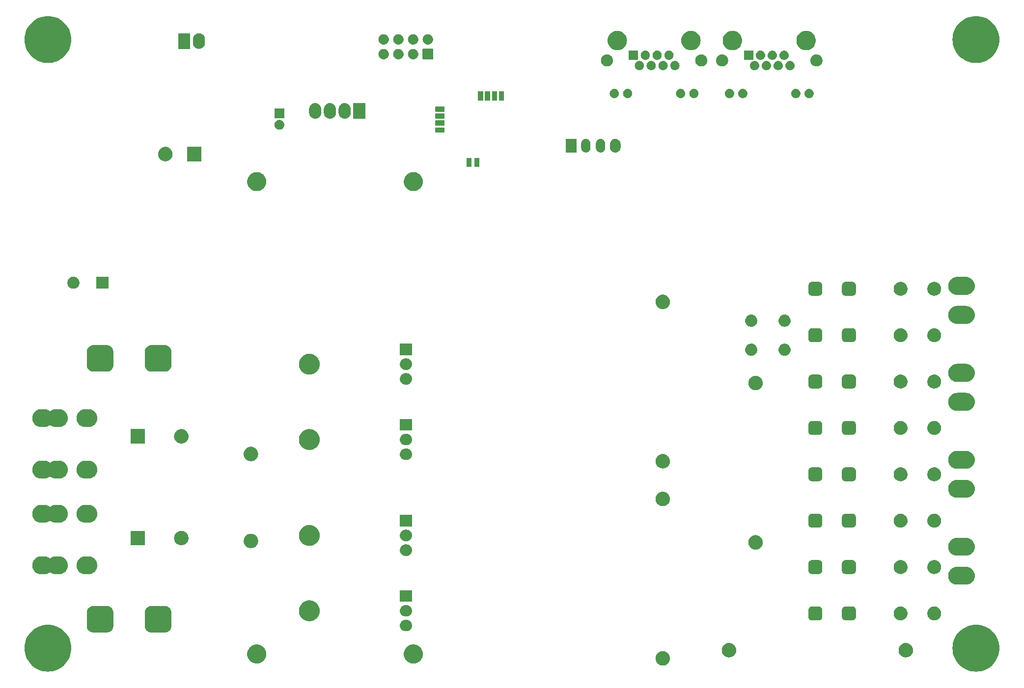
<source format=gbr>
G04 #@! TF.GenerationSoftware,KiCad,Pcbnew,7.99.0-unknown*
G04 #@! TF.CreationDate,2023-06-01T13:12:27+02:00*
G04 #@! TF.ProjectId,driver,64726976-6572-42e6-9b69-6361645f7063,rev?*
G04 #@! TF.SameCoordinates,Original*
G04 #@! TF.FileFunction,Soldermask,Bot*
G04 #@! TF.FilePolarity,Negative*
%FSLAX46Y46*%
G04 Gerber Fmt 4.6, Leading zero omitted, Abs format (unit mm)*
G04 Created by KiCad (PCBNEW 7.99.0-unknown) date 2023-06-01 13:12:27*
%MOMM*%
%LPD*%
G01*
G04 APERTURE LIST*
G04 APERTURE END LIST*
G36*
X60097067Y-143068507D02*
G01*
X60490311Y-143126839D01*
X60875943Y-143223435D01*
X61250251Y-143357364D01*
X61609628Y-143527337D01*
X61950615Y-143731717D01*
X62269927Y-143968535D01*
X62564490Y-144235510D01*
X62831465Y-144530073D01*
X63068283Y-144849385D01*
X63272663Y-145190372D01*
X63442636Y-145549749D01*
X63576565Y-145924057D01*
X63673161Y-146309689D01*
X63731493Y-146702933D01*
X63751000Y-147100000D01*
X63731493Y-147497067D01*
X63673161Y-147890311D01*
X63576565Y-148275943D01*
X63442636Y-148650251D01*
X63272663Y-149009628D01*
X63068283Y-149350615D01*
X62831465Y-149669927D01*
X62564490Y-149964490D01*
X62269927Y-150231465D01*
X61950615Y-150468283D01*
X61609628Y-150672663D01*
X61250251Y-150842636D01*
X60875943Y-150976565D01*
X60490311Y-151073161D01*
X60097067Y-151131493D01*
X59700000Y-151151000D01*
X59302933Y-151131493D01*
X58909689Y-151073161D01*
X58524057Y-150976565D01*
X58149749Y-150842636D01*
X57790372Y-150672663D01*
X57449385Y-150468283D01*
X57130073Y-150231465D01*
X56835510Y-149964490D01*
X56568535Y-149669927D01*
X56331717Y-149350615D01*
X56127337Y-149009628D01*
X55957364Y-148650251D01*
X55823435Y-148275943D01*
X55726839Y-147890311D01*
X55668507Y-147497067D01*
X55649000Y-147100000D01*
X55668507Y-146702933D01*
X55726839Y-146309689D01*
X55823435Y-145924057D01*
X55957364Y-145549749D01*
X56127337Y-145190372D01*
X56331717Y-144849385D01*
X56568535Y-144530073D01*
X56835510Y-144235510D01*
X57130073Y-143968535D01*
X57449385Y-143731717D01*
X57790372Y-143527337D01*
X58149749Y-143357364D01*
X58524057Y-143223435D01*
X58909689Y-143126839D01*
X59302933Y-143068507D01*
X59700000Y-143049000D01*
X60097067Y-143068507D01*
G37*
G36*
X220097067Y-143068507D02*
G01*
X220490311Y-143126839D01*
X220875943Y-143223435D01*
X221250251Y-143357364D01*
X221609628Y-143527337D01*
X221950615Y-143731717D01*
X222269927Y-143968535D01*
X222564490Y-144235510D01*
X222831465Y-144530073D01*
X223068283Y-144849385D01*
X223272663Y-145190372D01*
X223442636Y-145549749D01*
X223576565Y-145924057D01*
X223673161Y-146309689D01*
X223731493Y-146702933D01*
X223751000Y-147100000D01*
X223731493Y-147497067D01*
X223673161Y-147890311D01*
X223576565Y-148275943D01*
X223442636Y-148650251D01*
X223272663Y-149009628D01*
X223068283Y-149350615D01*
X222831465Y-149669927D01*
X222564490Y-149964490D01*
X222269927Y-150231465D01*
X221950615Y-150468283D01*
X221609628Y-150672663D01*
X221250251Y-150842636D01*
X220875943Y-150976565D01*
X220490311Y-151073161D01*
X220097067Y-151131493D01*
X219700000Y-151151000D01*
X219302933Y-151131493D01*
X218909689Y-151073161D01*
X218524057Y-150976565D01*
X218149749Y-150842636D01*
X217790372Y-150672663D01*
X217449385Y-150468283D01*
X217130073Y-150231465D01*
X216835510Y-149964490D01*
X216568535Y-149669927D01*
X216331717Y-149350615D01*
X216127337Y-149009628D01*
X215957364Y-148650251D01*
X215823435Y-148275943D01*
X215726839Y-147890311D01*
X215668507Y-147497067D01*
X215649000Y-147100000D01*
X215668507Y-146702933D01*
X215726839Y-146309689D01*
X215823435Y-145924057D01*
X215957364Y-145549749D01*
X216127337Y-145190372D01*
X216331717Y-144849385D01*
X216568535Y-144530073D01*
X216835510Y-144235510D01*
X217130073Y-143968535D01*
X217449385Y-143731717D01*
X217790372Y-143527337D01*
X218149749Y-143357364D01*
X218524057Y-143223435D01*
X218909689Y-143126839D01*
X219302933Y-143068507D01*
X219700000Y-143049000D01*
X220097067Y-143068507D01*
G37*
G36*
X165753720Y-147603700D02*
G01*
X165803273Y-147603700D01*
X165857891Y-147612814D01*
X165917234Y-147618006D01*
X165963834Y-147630492D01*
X166006997Y-147637695D01*
X166064900Y-147657573D01*
X166127867Y-147674445D01*
X166166438Y-147692430D01*
X166202349Y-147704759D01*
X166261347Y-147736687D01*
X166325500Y-147766602D01*
X166355701Y-147787749D01*
X166383995Y-147803061D01*
X166441590Y-147847889D01*
X166504127Y-147891678D01*
X166526167Y-147913718D01*
X166546987Y-147929923D01*
X166600470Y-147988021D01*
X166658322Y-148045873D01*
X166672924Y-148066727D01*
X166686878Y-148081885D01*
X166733430Y-148153139D01*
X166783398Y-148224500D01*
X166791738Y-148242385D01*
X166799843Y-148254791D01*
X166836635Y-148338668D01*
X166875555Y-148422133D01*
X166879179Y-148435658D01*
X166882813Y-148443943D01*
X166907144Y-148540025D01*
X166931994Y-148632766D01*
X166932714Y-148641000D01*
X166933515Y-148644162D01*
X166942893Y-148757345D01*
X166951000Y-148850000D01*
X166942891Y-148942681D01*
X166933515Y-149055837D01*
X166932714Y-149058997D01*
X166931994Y-149067234D01*
X166907139Y-149159991D01*
X166882813Y-149256056D01*
X166879179Y-149264338D01*
X166875555Y-149277867D01*
X166836627Y-149361347D01*
X166799843Y-149445208D01*
X166791739Y-149457611D01*
X166783398Y-149475500D01*
X166733421Y-149546874D01*
X166686878Y-149618114D01*
X166672927Y-149633268D01*
X166658322Y-149654127D01*
X166600458Y-149711990D01*
X166546987Y-149770076D01*
X166526172Y-149786276D01*
X166504127Y-149808322D01*
X166441577Y-149852119D01*
X166383995Y-149896938D01*
X166355707Y-149912246D01*
X166325500Y-149933398D01*
X166261334Y-149963318D01*
X166202349Y-149995240D01*
X166166446Y-150007565D01*
X166127867Y-150025555D01*
X166064887Y-150042430D01*
X166006997Y-150062304D01*
X165963842Y-150069505D01*
X165917234Y-150081994D01*
X165857888Y-150087186D01*
X165803273Y-150096300D01*
X165753720Y-150096300D01*
X165700000Y-150101000D01*
X165646280Y-150096300D01*
X165596727Y-150096300D01*
X165542111Y-150087186D01*
X165482766Y-150081994D01*
X165436159Y-150069505D01*
X165393002Y-150062304D01*
X165335108Y-150042429D01*
X165272133Y-150025555D01*
X165233556Y-150007566D01*
X165197650Y-149995240D01*
X165138658Y-149963315D01*
X165074500Y-149933398D01*
X165044295Y-149912248D01*
X165016004Y-149896938D01*
X164958412Y-149852112D01*
X164895873Y-149808322D01*
X164873831Y-149786280D01*
X164853012Y-149770076D01*
X164799528Y-149711977D01*
X164741678Y-149654127D01*
X164727075Y-149633273D01*
X164713121Y-149618114D01*
X164666563Y-149546852D01*
X164616602Y-149475500D01*
X164608262Y-149457616D01*
X164600156Y-149445208D01*
X164563355Y-149361311D01*
X164524445Y-149277867D01*
X164520821Y-149264344D01*
X164517186Y-149256056D01*
X164492842Y-149159923D01*
X164468006Y-149067234D01*
X164467285Y-149059003D01*
X164466484Y-149055837D01*
X164457089Y-148942456D01*
X164449000Y-148850000D01*
X164457088Y-148757551D01*
X164466484Y-148644162D01*
X164467286Y-148640994D01*
X164468006Y-148632766D01*
X164492837Y-148540093D01*
X164517186Y-148443943D01*
X164520822Y-148435653D01*
X164524445Y-148422133D01*
X164563348Y-148338704D01*
X164600156Y-148254791D01*
X164608264Y-148242380D01*
X164616602Y-148224500D01*
X164666554Y-148153160D01*
X164713121Y-148081885D01*
X164727078Y-148066722D01*
X164741678Y-148045873D01*
X164799517Y-147988033D01*
X164853012Y-147929923D01*
X164873835Y-147913715D01*
X164895873Y-147891678D01*
X164958399Y-147847896D01*
X165016004Y-147803061D01*
X165044301Y-147787746D01*
X165074500Y-147766602D01*
X165138644Y-147736690D01*
X165197650Y-147704759D01*
X165233564Y-147692429D01*
X165272133Y-147674445D01*
X165335095Y-147657574D01*
X165393002Y-147637695D01*
X165436166Y-147630492D01*
X165482766Y-147618006D01*
X165542107Y-147612814D01*
X165596727Y-147603700D01*
X165646280Y-147603700D01*
X165700000Y-147599000D01*
X165753720Y-147603700D01*
G37*
G36*
X95763098Y-146453966D02*
G01*
X95823353Y-146453966D01*
X95889199Y-146463890D01*
X95958273Y-146469327D01*
X96013947Y-146482693D01*
X96067302Y-146490735D01*
X96137021Y-146512240D01*
X96210187Y-146529806D01*
X96257495Y-146549401D01*
X96303052Y-146563454D01*
X96374569Y-146597895D01*
X96449538Y-146628948D01*
X96488022Y-146652531D01*
X96525322Y-146670494D01*
X96596271Y-146718866D01*
X96670433Y-146764313D01*
X96700127Y-146789674D01*
X96729162Y-146809470D01*
X96796956Y-146872374D01*
X96867433Y-146932567D01*
X96888834Y-146957625D01*
X96910011Y-146977274D01*
X96971925Y-147054911D01*
X97035687Y-147129567D01*
X97049709Y-147152449D01*
X97063830Y-147170156D01*
X97117087Y-147262399D01*
X97171052Y-147350462D01*
X97178977Y-147369597D01*
X97187185Y-147383812D01*
X97229038Y-147490454D01*
X97270194Y-147589813D01*
X97273597Y-147603991D01*
X97277314Y-147613460D01*
X97305157Y-147735446D01*
X97330673Y-147841727D01*
X97331334Y-147850133D01*
X97332214Y-147853986D01*
X97343684Y-148007043D01*
X97351000Y-148100000D01*
X97343681Y-148192988D01*
X97332214Y-148346013D01*
X97331334Y-148349865D01*
X97330673Y-148358273D01*
X97305152Y-148464573D01*
X97277314Y-148586539D01*
X97273598Y-148596005D01*
X97270194Y-148610187D01*
X97229031Y-148709563D01*
X97187185Y-148816187D01*
X97178979Y-148830399D01*
X97171052Y-148849538D01*
X97117077Y-148937616D01*
X97063830Y-149029843D01*
X97049712Y-149047546D01*
X97035687Y-149070433D01*
X96971913Y-149145102D01*
X96910011Y-149222725D01*
X96888838Y-149242369D01*
X96867433Y-149267433D01*
X96796942Y-149327637D01*
X96729162Y-149390529D01*
X96700133Y-149410320D01*
X96670433Y-149435687D01*
X96596257Y-149481142D01*
X96525322Y-149529505D01*
X96488030Y-149547463D01*
X96449538Y-149571052D01*
X96374554Y-149602110D01*
X96303052Y-149636545D01*
X96257504Y-149650594D01*
X96210187Y-149670194D01*
X96137007Y-149687762D01*
X96067302Y-149709264D01*
X96013955Y-149717304D01*
X95958273Y-149730673D01*
X95889195Y-149736109D01*
X95823353Y-149746034D01*
X95763098Y-149746034D01*
X95700000Y-149751000D01*
X95636902Y-149746034D01*
X95576647Y-149746034D01*
X95510803Y-149736109D01*
X95441727Y-149730673D01*
X95386045Y-149717305D01*
X95332697Y-149709264D01*
X95262988Y-149687761D01*
X95189813Y-149670194D01*
X95142498Y-149650595D01*
X95096947Y-149636545D01*
X95025438Y-149602107D01*
X94950462Y-149571052D01*
X94911972Y-149547465D01*
X94874675Y-149529504D01*
X94803726Y-149481131D01*
X94729567Y-149435687D01*
X94699873Y-149410326D01*
X94670839Y-149390531D01*
X94603043Y-149327625D01*
X94532567Y-149267433D01*
X94511164Y-149242374D01*
X94489988Y-149222725D01*
X94428071Y-149145084D01*
X94364313Y-149070433D01*
X94350291Y-149047551D01*
X94336169Y-149029843D01*
X94282905Y-148937588D01*
X94228948Y-148849538D01*
X94221023Y-148830405D01*
X94212814Y-148816187D01*
X94170949Y-148709517D01*
X94129806Y-148610187D01*
X94126402Y-148596012D01*
X94122685Y-148586539D01*
X94094827Y-148464488D01*
X94069327Y-148358273D01*
X94068665Y-148349871D01*
X94067785Y-148346013D01*
X94056297Y-148192722D01*
X94049000Y-148100000D01*
X94056295Y-148007309D01*
X94067785Y-147853986D01*
X94068665Y-147850126D01*
X94069327Y-147841727D01*
X94094822Y-147735530D01*
X94122685Y-147613460D01*
X94126403Y-147603984D01*
X94129806Y-147589813D01*
X94170942Y-147490500D01*
X94212814Y-147383812D01*
X94221024Y-147369590D01*
X94228948Y-147350462D01*
X94282895Y-147262427D01*
X94336169Y-147170156D01*
X94350293Y-147152443D01*
X94364313Y-147129567D01*
X94428059Y-147054929D01*
X94489988Y-146977274D01*
X94511169Y-146957620D01*
X94532567Y-146932567D01*
X94603029Y-146872386D01*
X94670839Y-146809468D01*
X94699879Y-146789668D01*
X94729567Y-146764313D01*
X94803711Y-146718876D01*
X94874675Y-146670495D01*
X94911980Y-146652529D01*
X94950462Y-146628948D01*
X95025423Y-146597898D01*
X95096947Y-146563454D01*
X95142507Y-146549400D01*
X95189813Y-146529806D01*
X95262973Y-146512241D01*
X95332697Y-146490735D01*
X95386054Y-146482692D01*
X95441727Y-146469327D01*
X95510799Y-146463890D01*
X95576647Y-146453966D01*
X95636902Y-146453966D01*
X95700000Y-146449000D01*
X95763098Y-146453966D01*
G37*
G36*
X122763098Y-146453966D02*
G01*
X122823353Y-146453966D01*
X122889199Y-146463890D01*
X122958273Y-146469327D01*
X123013947Y-146482693D01*
X123067302Y-146490735D01*
X123137021Y-146512240D01*
X123210187Y-146529806D01*
X123257495Y-146549401D01*
X123303052Y-146563454D01*
X123374569Y-146597895D01*
X123449538Y-146628948D01*
X123488022Y-146652531D01*
X123525322Y-146670494D01*
X123596271Y-146718866D01*
X123670433Y-146764313D01*
X123700127Y-146789674D01*
X123729162Y-146809470D01*
X123796956Y-146872374D01*
X123867433Y-146932567D01*
X123888834Y-146957625D01*
X123910011Y-146977274D01*
X123971925Y-147054911D01*
X124035687Y-147129567D01*
X124049709Y-147152449D01*
X124063830Y-147170156D01*
X124117087Y-147262399D01*
X124171052Y-147350462D01*
X124178977Y-147369597D01*
X124187185Y-147383812D01*
X124229038Y-147490454D01*
X124270194Y-147589813D01*
X124273597Y-147603991D01*
X124277314Y-147613460D01*
X124305157Y-147735446D01*
X124330673Y-147841727D01*
X124331334Y-147850133D01*
X124332214Y-147853986D01*
X124343684Y-148007043D01*
X124351000Y-148100000D01*
X124343681Y-148192988D01*
X124332214Y-148346013D01*
X124331334Y-148349865D01*
X124330673Y-148358273D01*
X124305152Y-148464573D01*
X124277314Y-148586539D01*
X124273598Y-148596005D01*
X124270194Y-148610187D01*
X124229031Y-148709563D01*
X124187185Y-148816187D01*
X124178979Y-148830399D01*
X124171052Y-148849538D01*
X124117077Y-148937616D01*
X124063830Y-149029843D01*
X124049712Y-149047546D01*
X124035687Y-149070433D01*
X123971913Y-149145102D01*
X123910011Y-149222725D01*
X123888838Y-149242369D01*
X123867433Y-149267433D01*
X123796942Y-149327637D01*
X123729162Y-149390529D01*
X123700133Y-149410320D01*
X123670433Y-149435687D01*
X123596257Y-149481142D01*
X123525322Y-149529505D01*
X123488030Y-149547463D01*
X123449538Y-149571052D01*
X123374554Y-149602110D01*
X123303052Y-149636545D01*
X123257504Y-149650594D01*
X123210187Y-149670194D01*
X123137007Y-149687762D01*
X123067302Y-149709264D01*
X123013955Y-149717304D01*
X122958273Y-149730673D01*
X122889195Y-149736109D01*
X122823353Y-149746034D01*
X122763098Y-149746034D01*
X122700000Y-149751000D01*
X122636902Y-149746034D01*
X122576647Y-149746034D01*
X122510803Y-149736109D01*
X122441727Y-149730673D01*
X122386045Y-149717305D01*
X122332697Y-149709264D01*
X122262988Y-149687761D01*
X122189813Y-149670194D01*
X122142498Y-149650595D01*
X122096947Y-149636545D01*
X122025438Y-149602107D01*
X121950462Y-149571052D01*
X121911972Y-149547465D01*
X121874675Y-149529504D01*
X121803726Y-149481131D01*
X121729567Y-149435687D01*
X121699873Y-149410326D01*
X121670839Y-149390531D01*
X121603043Y-149327625D01*
X121532567Y-149267433D01*
X121511164Y-149242374D01*
X121489988Y-149222725D01*
X121428071Y-149145084D01*
X121364313Y-149070433D01*
X121350291Y-149047551D01*
X121336169Y-149029843D01*
X121282905Y-148937588D01*
X121228948Y-148849538D01*
X121221023Y-148830405D01*
X121212814Y-148816187D01*
X121170949Y-148709517D01*
X121129806Y-148610187D01*
X121126402Y-148596012D01*
X121122685Y-148586539D01*
X121094827Y-148464488D01*
X121069327Y-148358273D01*
X121068665Y-148349871D01*
X121067785Y-148346013D01*
X121056297Y-148192722D01*
X121049000Y-148100000D01*
X121056295Y-148007309D01*
X121067785Y-147853986D01*
X121068665Y-147850126D01*
X121069327Y-147841727D01*
X121094822Y-147735530D01*
X121122685Y-147613460D01*
X121126403Y-147603984D01*
X121129806Y-147589813D01*
X121170942Y-147490500D01*
X121212814Y-147383812D01*
X121221024Y-147369590D01*
X121228948Y-147350462D01*
X121282895Y-147262427D01*
X121336169Y-147170156D01*
X121350293Y-147152443D01*
X121364313Y-147129567D01*
X121428059Y-147054929D01*
X121489988Y-146977274D01*
X121511169Y-146957620D01*
X121532567Y-146932567D01*
X121603029Y-146872386D01*
X121670839Y-146809468D01*
X121699879Y-146789668D01*
X121729567Y-146764313D01*
X121803711Y-146718876D01*
X121874675Y-146670495D01*
X121911980Y-146652529D01*
X121950462Y-146628948D01*
X122025423Y-146597898D01*
X122096947Y-146563454D01*
X122142507Y-146549400D01*
X122189813Y-146529806D01*
X122262973Y-146512241D01*
X122332697Y-146490735D01*
X122386054Y-146482692D01*
X122441727Y-146469327D01*
X122510799Y-146463890D01*
X122576647Y-146453966D01*
X122636902Y-146453966D01*
X122700000Y-146449000D01*
X122763098Y-146453966D01*
G37*
G36*
X177168720Y-146203700D02*
G01*
X177218273Y-146203700D01*
X177272891Y-146212814D01*
X177332234Y-146218006D01*
X177378834Y-146230492D01*
X177421997Y-146237695D01*
X177479900Y-146257573D01*
X177542867Y-146274445D01*
X177581438Y-146292430D01*
X177617349Y-146304759D01*
X177676347Y-146336687D01*
X177740500Y-146366602D01*
X177770701Y-146387749D01*
X177798995Y-146403061D01*
X177856590Y-146447889D01*
X177919127Y-146491678D01*
X177941167Y-146513718D01*
X177961987Y-146529923D01*
X178015470Y-146588021D01*
X178073322Y-146645873D01*
X178087924Y-146666727D01*
X178101878Y-146681885D01*
X178148430Y-146753139D01*
X178198398Y-146824500D01*
X178206738Y-146842385D01*
X178214843Y-146854791D01*
X178251635Y-146938668D01*
X178290555Y-147022133D01*
X178294179Y-147035658D01*
X178297813Y-147043943D01*
X178322144Y-147140025D01*
X178346994Y-147232766D01*
X178347714Y-147241000D01*
X178348515Y-147244162D01*
X178357892Y-147357335D01*
X178366000Y-147450000D01*
X178357892Y-147542672D01*
X178348515Y-147655837D01*
X178347714Y-147658997D01*
X178346994Y-147667234D01*
X178322139Y-147759991D01*
X178297813Y-147856056D01*
X178294179Y-147864338D01*
X178290555Y-147877867D01*
X178251627Y-147961347D01*
X178214843Y-148045208D01*
X178206739Y-148057611D01*
X178198398Y-148075500D01*
X178148421Y-148146874D01*
X178101878Y-148218114D01*
X178087927Y-148233268D01*
X178073322Y-148254127D01*
X178015458Y-148311990D01*
X177961987Y-148370076D01*
X177941172Y-148386276D01*
X177919127Y-148408322D01*
X177856577Y-148452119D01*
X177798995Y-148496938D01*
X177770707Y-148512246D01*
X177740500Y-148533398D01*
X177676334Y-148563318D01*
X177617349Y-148595240D01*
X177581446Y-148607565D01*
X177542867Y-148625555D01*
X177479887Y-148642430D01*
X177421997Y-148662304D01*
X177378842Y-148669505D01*
X177332234Y-148681994D01*
X177272888Y-148687186D01*
X177218273Y-148696300D01*
X177168720Y-148696300D01*
X177115000Y-148701000D01*
X177061280Y-148696300D01*
X177011727Y-148696300D01*
X176957111Y-148687186D01*
X176897766Y-148681994D01*
X176851159Y-148669505D01*
X176808002Y-148662304D01*
X176750108Y-148642429D01*
X176687133Y-148625555D01*
X176648556Y-148607566D01*
X176612650Y-148595240D01*
X176553658Y-148563315D01*
X176489500Y-148533398D01*
X176459295Y-148512248D01*
X176431004Y-148496938D01*
X176373412Y-148452112D01*
X176310873Y-148408322D01*
X176288831Y-148386280D01*
X176268012Y-148370076D01*
X176214528Y-148311977D01*
X176156678Y-148254127D01*
X176142075Y-148233273D01*
X176128121Y-148218114D01*
X176081563Y-148146852D01*
X176031602Y-148075500D01*
X176023262Y-148057616D01*
X176015156Y-148045208D01*
X175978355Y-147961311D01*
X175939445Y-147877867D01*
X175935821Y-147864344D01*
X175932186Y-147856056D01*
X175907842Y-147759923D01*
X175883006Y-147667234D01*
X175882285Y-147659003D01*
X175881484Y-147655837D01*
X175872089Y-147542456D01*
X175864000Y-147450000D01*
X175872088Y-147357551D01*
X175881484Y-147244162D01*
X175882286Y-147240994D01*
X175883006Y-147232766D01*
X175907837Y-147140093D01*
X175932186Y-147043943D01*
X175935822Y-147035653D01*
X175939445Y-147022133D01*
X175978348Y-146938704D01*
X176015156Y-146854791D01*
X176023264Y-146842380D01*
X176031602Y-146824500D01*
X176081554Y-146753160D01*
X176128121Y-146681885D01*
X176142078Y-146666722D01*
X176156678Y-146645873D01*
X176214517Y-146588033D01*
X176268012Y-146529923D01*
X176288835Y-146513715D01*
X176310873Y-146491678D01*
X176373399Y-146447896D01*
X176431004Y-146403061D01*
X176459301Y-146387746D01*
X176489500Y-146366602D01*
X176553644Y-146336690D01*
X176612650Y-146304759D01*
X176648564Y-146292429D01*
X176687133Y-146274445D01*
X176750095Y-146257574D01*
X176808002Y-146237695D01*
X176851166Y-146230492D01*
X176897766Y-146218006D01*
X176957107Y-146212814D01*
X177011727Y-146203700D01*
X177061280Y-146203700D01*
X177115000Y-146199000D01*
X177168720Y-146203700D01*
G37*
G36*
X207648720Y-146203700D02*
G01*
X207698273Y-146203700D01*
X207752891Y-146212814D01*
X207812234Y-146218006D01*
X207858834Y-146230492D01*
X207901997Y-146237695D01*
X207959900Y-146257573D01*
X208022867Y-146274445D01*
X208061438Y-146292430D01*
X208097349Y-146304759D01*
X208156347Y-146336687D01*
X208220500Y-146366602D01*
X208250701Y-146387749D01*
X208278995Y-146403061D01*
X208336590Y-146447889D01*
X208399127Y-146491678D01*
X208421167Y-146513718D01*
X208441987Y-146529923D01*
X208495470Y-146588021D01*
X208553322Y-146645873D01*
X208567924Y-146666727D01*
X208581878Y-146681885D01*
X208628430Y-146753139D01*
X208678398Y-146824500D01*
X208686738Y-146842385D01*
X208694843Y-146854791D01*
X208731635Y-146938668D01*
X208770555Y-147022133D01*
X208774179Y-147035658D01*
X208777813Y-147043943D01*
X208802144Y-147140025D01*
X208826994Y-147232766D01*
X208827714Y-147241000D01*
X208828515Y-147244162D01*
X208837893Y-147357345D01*
X208846000Y-147450000D01*
X208837891Y-147542681D01*
X208828515Y-147655837D01*
X208827714Y-147658997D01*
X208826994Y-147667234D01*
X208802139Y-147759991D01*
X208777813Y-147856056D01*
X208774179Y-147864338D01*
X208770555Y-147877867D01*
X208731627Y-147961347D01*
X208694843Y-148045208D01*
X208686739Y-148057611D01*
X208678398Y-148075500D01*
X208628421Y-148146874D01*
X208581878Y-148218114D01*
X208567927Y-148233268D01*
X208553322Y-148254127D01*
X208495458Y-148311990D01*
X208441987Y-148370076D01*
X208421172Y-148386276D01*
X208399127Y-148408322D01*
X208336577Y-148452119D01*
X208278995Y-148496938D01*
X208250707Y-148512246D01*
X208220500Y-148533398D01*
X208156334Y-148563318D01*
X208097349Y-148595240D01*
X208061446Y-148607565D01*
X208022867Y-148625555D01*
X207959887Y-148642430D01*
X207901997Y-148662304D01*
X207858842Y-148669505D01*
X207812234Y-148681994D01*
X207752888Y-148687186D01*
X207698273Y-148696300D01*
X207648720Y-148696300D01*
X207595000Y-148701000D01*
X207541280Y-148696300D01*
X207491727Y-148696300D01*
X207437111Y-148687186D01*
X207377766Y-148681994D01*
X207331159Y-148669505D01*
X207288002Y-148662304D01*
X207230108Y-148642429D01*
X207167133Y-148625555D01*
X207128556Y-148607566D01*
X207092650Y-148595240D01*
X207033658Y-148563315D01*
X206969500Y-148533398D01*
X206939295Y-148512248D01*
X206911004Y-148496938D01*
X206853412Y-148452112D01*
X206790873Y-148408322D01*
X206768831Y-148386280D01*
X206748012Y-148370076D01*
X206694528Y-148311977D01*
X206636678Y-148254127D01*
X206622075Y-148233273D01*
X206608121Y-148218114D01*
X206561563Y-148146852D01*
X206511602Y-148075500D01*
X206503262Y-148057616D01*
X206495156Y-148045208D01*
X206458355Y-147961311D01*
X206419445Y-147877867D01*
X206415821Y-147864344D01*
X206412186Y-147856056D01*
X206387842Y-147759923D01*
X206363006Y-147667234D01*
X206362285Y-147659003D01*
X206361484Y-147655837D01*
X206352089Y-147542456D01*
X206344000Y-147450000D01*
X206352088Y-147357551D01*
X206361484Y-147244162D01*
X206362286Y-147240994D01*
X206363006Y-147232766D01*
X206387837Y-147140093D01*
X206412186Y-147043943D01*
X206415822Y-147035653D01*
X206419445Y-147022133D01*
X206458348Y-146938704D01*
X206495156Y-146854791D01*
X206503264Y-146842380D01*
X206511602Y-146824500D01*
X206561554Y-146753160D01*
X206608121Y-146681885D01*
X206622078Y-146666722D01*
X206636678Y-146645873D01*
X206694517Y-146588033D01*
X206748012Y-146529923D01*
X206768835Y-146513715D01*
X206790873Y-146491678D01*
X206853399Y-146447896D01*
X206911004Y-146403061D01*
X206939301Y-146387746D01*
X206969500Y-146366602D01*
X207033644Y-146336690D01*
X207092650Y-146304759D01*
X207128564Y-146292429D01*
X207167133Y-146274445D01*
X207230095Y-146257574D01*
X207288002Y-146237695D01*
X207331166Y-146230492D01*
X207377766Y-146218006D01*
X207437107Y-146212814D01*
X207491727Y-146203700D01*
X207541280Y-146203700D01*
X207595000Y-146199000D01*
X207648720Y-146203700D01*
G37*
G36*
X69987472Y-139810277D02*
G01*
X70010584Y-139815713D01*
X70029124Y-139817335D01*
X70112733Y-139839738D01*
X70198723Y-139859963D01*
X70214947Y-139867126D01*
X70227051Y-139870370D01*
X70311910Y-139909940D01*
X70397247Y-139947620D01*
X70406907Y-139954237D01*
X70412763Y-139956968D01*
X70497027Y-140015971D01*
X70576284Y-140070263D01*
X70580302Y-140074281D01*
X70580609Y-140074496D01*
X70725503Y-140219390D01*
X70725717Y-140219696D01*
X70729737Y-140223716D01*
X70784042Y-140302992D01*
X70843031Y-140387236D01*
X70845760Y-140393090D01*
X70852380Y-140402753D01*
X70890069Y-140488110D01*
X70929629Y-140572948D01*
X70932871Y-140585048D01*
X70940037Y-140601277D01*
X70960266Y-140687288D01*
X70982664Y-140770875D01*
X70984285Y-140789409D01*
X70989723Y-140812528D01*
X71001000Y-140975000D01*
X71001000Y-143225000D01*
X70989723Y-143387472D01*
X70984285Y-143410591D01*
X70982664Y-143429124D01*
X70960268Y-143512703D01*
X70940037Y-143598723D01*
X70932870Y-143614953D01*
X70929629Y-143627051D01*
X70890077Y-143711870D01*
X70852380Y-143797247D01*
X70845759Y-143806911D01*
X70843031Y-143812763D01*
X70784073Y-143896961D01*
X70729737Y-143976284D01*
X70725715Y-143980305D01*
X70725503Y-143980609D01*
X70580609Y-144125503D01*
X70580305Y-144125715D01*
X70576284Y-144129737D01*
X70496961Y-144184073D01*
X70412763Y-144243031D01*
X70406911Y-144245759D01*
X70397247Y-144252380D01*
X70311870Y-144290077D01*
X70227051Y-144329629D01*
X70214953Y-144332870D01*
X70198723Y-144340037D01*
X70112703Y-144360268D01*
X70029124Y-144382664D01*
X70010591Y-144384285D01*
X69987472Y-144389723D01*
X69825000Y-144401000D01*
X67575000Y-144401000D01*
X67412528Y-144389723D01*
X67389409Y-144384285D01*
X67370875Y-144382664D01*
X67287288Y-144360266D01*
X67201277Y-144340037D01*
X67185048Y-144332871D01*
X67172948Y-144329629D01*
X67088110Y-144290069D01*
X67002753Y-144252380D01*
X66993090Y-144245760D01*
X66987236Y-144243031D01*
X66902992Y-144184042D01*
X66823716Y-144129737D01*
X66819696Y-144125717D01*
X66819390Y-144125503D01*
X66674496Y-143980609D01*
X66674281Y-143980302D01*
X66670263Y-143976284D01*
X66615971Y-143897027D01*
X66556968Y-143812763D01*
X66554237Y-143806907D01*
X66547620Y-143797247D01*
X66509940Y-143711910D01*
X66470370Y-143627051D01*
X66467126Y-143614947D01*
X66459963Y-143598723D01*
X66439738Y-143512733D01*
X66417335Y-143429124D01*
X66415713Y-143410584D01*
X66410277Y-143387472D01*
X66399000Y-143225000D01*
X66399000Y-140975000D01*
X66410277Y-140812528D01*
X66415712Y-140789415D01*
X66417335Y-140770875D01*
X66439740Y-140687258D01*
X66459963Y-140601277D01*
X66467126Y-140585053D01*
X66470370Y-140572948D01*
X66509948Y-140488070D01*
X66547620Y-140402753D01*
X66554236Y-140393094D01*
X66556968Y-140387236D01*
X66616002Y-140302926D01*
X66670263Y-140223716D01*
X66674278Y-140219700D01*
X66674496Y-140219390D01*
X66819390Y-140074496D01*
X66819700Y-140074278D01*
X66823716Y-140070263D01*
X66902926Y-140016002D01*
X66987236Y-139956968D01*
X66993094Y-139954236D01*
X67002753Y-139947620D01*
X67088070Y-139909948D01*
X67172948Y-139870370D01*
X67185053Y-139867126D01*
X67201277Y-139859963D01*
X67287258Y-139839740D01*
X67370875Y-139817335D01*
X67389415Y-139815712D01*
X67412528Y-139810277D01*
X67575000Y-139799000D01*
X69825000Y-139799000D01*
X69987472Y-139810277D01*
G37*
G36*
X79987472Y-139810277D02*
G01*
X80010584Y-139815713D01*
X80029124Y-139817335D01*
X80112733Y-139839738D01*
X80198723Y-139859963D01*
X80214947Y-139867126D01*
X80227051Y-139870370D01*
X80311910Y-139909940D01*
X80397247Y-139947620D01*
X80406907Y-139954237D01*
X80412763Y-139956968D01*
X80497027Y-140015971D01*
X80576284Y-140070263D01*
X80580302Y-140074281D01*
X80580609Y-140074496D01*
X80725503Y-140219390D01*
X80725717Y-140219696D01*
X80729737Y-140223716D01*
X80784042Y-140302992D01*
X80843031Y-140387236D01*
X80845760Y-140393090D01*
X80852380Y-140402753D01*
X80890069Y-140488110D01*
X80929629Y-140572948D01*
X80932871Y-140585048D01*
X80940037Y-140601277D01*
X80960266Y-140687288D01*
X80982664Y-140770875D01*
X80984285Y-140789409D01*
X80989723Y-140812528D01*
X81001000Y-140975000D01*
X81001000Y-143225000D01*
X80989723Y-143387472D01*
X80984285Y-143410591D01*
X80982664Y-143429124D01*
X80960268Y-143512703D01*
X80940037Y-143598723D01*
X80932870Y-143614953D01*
X80929629Y-143627051D01*
X80890077Y-143711870D01*
X80852380Y-143797247D01*
X80845759Y-143806911D01*
X80843031Y-143812763D01*
X80784073Y-143896961D01*
X80729737Y-143976284D01*
X80725715Y-143980305D01*
X80725503Y-143980609D01*
X80580609Y-144125503D01*
X80580305Y-144125715D01*
X80576284Y-144129737D01*
X80496961Y-144184073D01*
X80412763Y-144243031D01*
X80406911Y-144245759D01*
X80397247Y-144252380D01*
X80311870Y-144290077D01*
X80227051Y-144329629D01*
X80214953Y-144332870D01*
X80198723Y-144340037D01*
X80112703Y-144360268D01*
X80029124Y-144382664D01*
X80010591Y-144384285D01*
X79987472Y-144389723D01*
X79825000Y-144401000D01*
X77575000Y-144401000D01*
X77412528Y-144389723D01*
X77389409Y-144384285D01*
X77370875Y-144382664D01*
X77287288Y-144360266D01*
X77201277Y-144340037D01*
X77185048Y-144332871D01*
X77172948Y-144329629D01*
X77088110Y-144290069D01*
X77002753Y-144252380D01*
X76993090Y-144245760D01*
X76987236Y-144243031D01*
X76902992Y-144184042D01*
X76823716Y-144129737D01*
X76819696Y-144125717D01*
X76819390Y-144125503D01*
X76674496Y-143980609D01*
X76674281Y-143980302D01*
X76670263Y-143976284D01*
X76615971Y-143897027D01*
X76556968Y-143812763D01*
X76554237Y-143806907D01*
X76547620Y-143797247D01*
X76509940Y-143711910D01*
X76470370Y-143627051D01*
X76467126Y-143614947D01*
X76459963Y-143598723D01*
X76439738Y-143512733D01*
X76417335Y-143429124D01*
X76415713Y-143410584D01*
X76410277Y-143387472D01*
X76399000Y-143225000D01*
X76399000Y-140975000D01*
X76410277Y-140812528D01*
X76415712Y-140789415D01*
X76417335Y-140770875D01*
X76439740Y-140687258D01*
X76459963Y-140601277D01*
X76467126Y-140585053D01*
X76470370Y-140572948D01*
X76509948Y-140488070D01*
X76547620Y-140402753D01*
X76554236Y-140393094D01*
X76556968Y-140387236D01*
X76616002Y-140302926D01*
X76670263Y-140223716D01*
X76674278Y-140219700D01*
X76674496Y-140219390D01*
X76819390Y-140074496D01*
X76819700Y-140074278D01*
X76823716Y-140070263D01*
X76902926Y-140016002D01*
X76987236Y-139956968D01*
X76993094Y-139954236D01*
X77002753Y-139947620D01*
X77088070Y-139909948D01*
X77172948Y-139870370D01*
X77185053Y-139867126D01*
X77201277Y-139859963D01*
X77287258Y-139839740D01*
X77370875Y-139817335D01*
X77389415Y-139815712D01*
X77412528Y-139810277D01*
X77575000Y-139799000D01*
X79825000Y-139799000D01*
X79987472Y-139810277D01*
G37*
G36*
X121523278Y-142188821D02*
G01*
X121569891Y-142191042D01*
X121570904Y-142191237D01*
X121579022Y-142191649D01*
X121669298Y-142210201D01*
X121760057Y-142227693D01*
X121766005Y-142230074D01*
X121777911Y-142232521D01*
X121858481Y-142267096D01*
X121937068Y-142298558D01*
X121947664Y-142305367D01*
X121964501Y-142312593D01*
X122031872Y-142359485D01*
X122097473Y-142401644D01*
X122111069Y-142414607D01*
X122131152Y-142428586D01*
X122183644Y-142483807D01*
X122235466Y-142533220D01*
X122249955Y-142553567D01*
X122271043Y-142575752D01*
X122308185Y-142635341D01*
X122346063Y-142688533D01*
X122359006Y-142716874D01*
X122378447Y-142748064D01*
X122400741Y-142808260D01*
X122425271Y-142861973D01*
X122434076Y-142898268D01*
X122448965Y-142938470D01*
X122457766Y-142995919D01*
X122470223Y-143047268D01*
X122472294Y-143090755D01*
X122479712Y-143139174D01*
X122477076Y-143191142D01*
X122479295Y-143237716D01*
X122472218Y-143286935D01*
X122469428Y-143341958D01*
X122457913Y-143386429D01*
X122452159Y-143426453D01*
X122433864Y-143479312D01*
X122418534Y-143538521D01*
X122401001Y-143574263D01*
X122389798Y-143606634D01*
X122358714Y-143660472D01*
X122329115Y-143720815D01*
X122308496Y-143747452D01*
X122294465Y-143771755D01*
X122249658Y-143823463D01*
X122204830Y-143881378D01*
X122183925Y-143899323D01*
X122169603Y-143915853D01*
X122110851Y-143962055D01*
X122050768Y-144013636D01*
X122032054Y-144024022D01*
X122019725Y-144033719D01*
X121947521Y-144070942D01*
X121873236Y-144112174D01*
X121858690Y-144116737D01*
X121850252Y-144121088D01*
X121765636Y-144145933D01*
X121679503Y-144172958D01*
X121670472Y-144173876D01*
X121667303Y-144174807D01*
X121569191Y-144184175D01*
X121477500Y-144193500D01*
X121471546Y-144193500D01*
X121385467Y-144193500D01*
X121382500Y-144193500D01*
X121336562Y-144191170D01*
X121290108Y-144188957D01*
X121289101Y-144188763D01*
X121280978Y-144188351D01*
X121190637Y-144169785D01*
X121099942Y-144152306D01*
X121093997Y-144149926D01*
X121082089Y-144147479D01*
X121001497Y-144112894D01*
X120922931Y-144081441D01*
X120912337Y-144074632D01*
X120895499Y-144067407D01*
X120828120Y-144020510D01*
X120762526Y-143978355D01*
X120748931Y-143965392D01*
X120728848Y-143951414D01*
X120676355Y-143896191D01*
X120624533Y-143846779D01*
X120610043Y-143826430D01*
X120588957Y-143804248D01*
X120551816Y-143744661D01*
X120513936Y-143691466D01*
X120500991Y-143663122D01*
X120481553Y-143631936D01*
X120459261Y-143571745D01*
X120434728Y-143518026D01*
X120425921Y-143481725D01*
X120411035Y-143441530D01*
X120402235Y-143384088D01*
X120389776Y-143332731D01*
X120387704Y-143289235D01*
X120380288Y-143240826D01*
X120382923Y-143188867D01*
X120380704Y-143142283D01*
X120387782Y-143093052D01*
X120390572Y-143038042D01*
X120402083Y-142993580D01*
X120407840Y-142953546D01*
X120426139Y-142900672D01*
X120441466Y-142841479D01*
X120458994Y-142805745D01*
X120470201Y-142773365D01*
X120501294Y-142719509D01*
X120530885Y-142659185D01*
X120551497Y-142632555D01*
X120565534Y-142608244D01*
X120610356Y-142556515D01*
X120655170Y-142498622D01*
X120676066Y-142480682D01*
X120690396Y-142464146D01*
X120749172Y-142417923D01*
X120809232Y-142366364D01*
X120827937Y-142355981D01*
X120840274Y-142346280D01*
X120912517Y-142309036D01*
X120986764Y-142267826D01*
X121001301Y-142263264D01*
X121009747Y-142258911D01*
X121094428Y-142234046D01*
X121180497Y-142207042D01*
X121189520Y-142206124D01*
X121192696Y-142205192D01*
X121290896Y-142195815D01*
X121382500Y-142186500D01*
X121477500Y-142186500D01*
X121523278Y-142188821D01*
G37*
G36*
X104835951Y-138854036D02*
G01*
X104904589Y-138854036D01*
X104966570Y-138863378D01*
X105026269Y-138867648D01*
X105097044Y-138883044D01*
X105170760Y-138894155D01*
X105224924Y-138910862D01*
X105277305Y-138922257D01*
X105351110Y-138949785D01*
X105427979Y-138973496D01*
X105473658Y-138995493D01*
X105518030Y-139012044D01*
X105592770Y-139052855D01*
X105670500Y-139090288D01*
X105707412Y-139115454D01*
X105743522Y-139135172D01*
X105816907Y-139190107D01*
X105892905Y-139241922D01*
X105921220Y-139268194D01*
X105949192Y-139289134D01*
X106018708Y-139358650D01*
X106090226Y-139425009D01*
X106110540Y-139450482D01*
X106130865Y-139470807D01*
X106193896Y-139555007D01*
X106258056Y-139635461D01*
X106271317Y-139658429D01*
X106284827Y-139676477D01*
X106338719Y-139775173D01*
X106392645Y-139868575D01*
X106400119Y-139887618D01*
X106407955Y-139901969D01*
X106450138Y-140015066D01*
X106490987Y-140119146D01*
X106494184Y-140133157D01*
X106497742Y-140142694D01*
X106525789Y-140271626D01*
X106550884Y-140381575D01*
X106551502Y-140389830D01*
X106552351Y-140393730D01*
X106563985Y-140556395D01*
X106571000Y-140650000D01*
X106563984Y-140743612D01*
X106552351Y-140906269D01*
X106551502Y-140910168D01*
X106550884Y-140918425D01*
X106525784Y-141028393D01*
X106497742Y-141157305D01*
X106494185Y-141166840D01*
X106490987Y-141180854D01*
X106450131Y-141284952D01*
X106407955Y-141398030D01*
X106400120Y-141412377D01*
X106392645Y-141431425D01*
X106338709Y-141524843D01*
X106284827Y-141623522D01*
X106271319Y-141641565D01*
X106258056Y-141664539D01*
X106193884Y-141745007D01*
X106130865Y-141829192D01*
X106110544Y-141849512D01*
X106090226Y-141874991D01*
X106018694Y-141941362D01*
X105949192Y-142010865D01*
X105921225Y-142031800D01*
X105892905Y-142058078D01*
X105816892Y-142109902D01*
X105743522Y-142164827D01*
X105707420Y-142184540D01*
X105670500Y-142209712D01*
X105592755Y-142247151D01*
X105518030Y-142287955D01*
X105473667Y-142304501D01*
X105427979Y-142326504D01*
X105351094Y-142350219D01*
X105277305Y-142377742D01*
X105224935Y-142389134D01*
X105170760Y-142405845D01*
X105097029Y-142416958D01*
X105026269Y-142432351D01*
X104966582Y-142436619D01*
X104904589Y-142445964D01*
X104835937Y-142445964D01*
X104769999Y-142450680D01*
X104704062Y-142445964D01*
X104635411Y-142445964D01*
X104573418Y-142436620D01*
X104513730Y-142432351D01*
X104442967Y-142416957D01*
X104369240Y-142405845D01*
X104315066Y-142389134D01*
X104262694Y-142377742D01*
X104188899Y-142350217D01*
X104112021Y-142326504D01*
X104066336Y-142304503D01*
X104021969Y-142287955D01*
X103947236Y-142247147D01*
X103869500Y-142209712D01*
X103832583Y-142184542D01*
X103796477Y-142164827D01*
X103723095Y-142109894D01*
X103647095Y-142058078D01*
X103618778Y-142031803D01*
X103590807Y-142010865D01*
X103521291Y-141941349D01*
X103449774Y-141874991D01*
X103429459Y-141849517D01*
X103409134Y-141829192D01*
X103346099Y-141744986D01*
X103281944Y-141664539D01*
X103268683Y-141641571D01*
X103255172Y-141623522D01*
X103201272Y-141524812D01*
X103147355Y-141431425D01*
X103139882Y-141412384D01*
X103132044Y-141398030D01*
X103089848Y-141284901D01*
X103049013Y-141180854D01*
X103045816Y-141166847D01*
X103042257Y-141157305D01*
X103014193Y-141028300D01*
X102989116Y-140918425D01*
X102988497Y-140910175D01*
X102987648Y-140906269D01*
X102975994Y-140743332D01*
X102969000Y-140650000D01*
X102975991Y-140556701D01*
X102987648Y-140393730D01*
X102988497Y-140389823D01*
X102989116Y-140381575D01*
X103014189Y-140271720D01*
X103042257Y-140142694D01*
X103045816Y-140133150D01*
X103049013Y-140119146D01*
X103089840Y-140015118D01*
X103132044Y-139901969D01*
X103139883Y-139887612D01*
X103147355Y-139868575D01*
X103201262Y-139775205D01*
X103255172Y-139676477D01*
X103268686Y-139658424D01*
X103281944Y-139635461D01*
X103346086Y-139555028D01*
X103409134Y-139470807D01*
X103429463Y-139450477D01*
X103449774Y-139425009D01*
X103521277Y-139358663D01*
X103590807Y-139289134D01*
X103618783Y-139268190D01*
X103647095Y-139241922D01*
X103723080Y-139190115D01*
X103796477Y-139135172D01*
X103832591Y-139115452D01*
X103869500Y-139090288D01*
X103947220Y-139052859D01*
X104021969Y-139012044D01*
X104066345Y-138995492D01*
X104112021Y-138973496D01*
X104188884Y-138949787D01*
X104262694Y-138922257D01*
X104315077Y-138910861D01*
X104369240Y-138894155D01*
X104442952Y-138883044D01*
X104513730Y-138867648D01*
X104573430Y-138863378D01*
X104635411Y-138854036D01*
X104704048Y-138854036D01*
X104769999Y-138849319D01*
X104835951Y-138854036D01*
G37*
G36*
X192672928Y-139906707D02*
G01*
X192688576Y-139911253D01*
X192700544Y-139912476D01*
X192755741Y-139930766D01*
X192823615Y-139950486D01*
X192834275Y-139956790D01*
X192839196Y-139958421D01*
X192889544Y-139989476D01*
X192958680Y-140030363D01*
X193069637Y-140141320D01*
X193110532Y-140210470D01*
X193141578Y-140260803D01*
X193143208Y-140265722D01*
X193149514Y-140276385D01*
X193169237Y-140344274D01*
X193187523Y-140399455D01*
X193188745Y-140411418D01*
X193193293Y-140427072D01*
X193201000Y-140525000D01*
X193201000Y-141675000D01*
X193193293Y-141772928D01*
X193188744Y-141788582D01*
X193187523Y-141800544D01*
X193169240Y-141855717D01*
X193149514Y-141923615D01*
X193143207Y-141934279D01*
X193141578Y-141939196D01*
X193110546Y-141989505D01*
X193069637Y-142058680D01*
X192958680Y-142169637D01*
X192889505Y-142210546D01*
X192839196Y-142241578D01*
X192834279Y-142243207D01*
X192823615Y-142249514D01*
X192755717Y-142269240D01*
X192700544Y-142287523D01*
X192688582Y-142288744D01*
X192672928Y-142293293D01*
X192575000Y-142301000D01*
X191425000Y-142301000D01*
X191327072Y-142293293D01*
X191311418Y-142288745D01*
X191299455Y-142287523D01*
X191244274Y-142269237D01*
X191176385Y-142249514D01*
X191165722Y-142243208D01*
X191160803Y-142241578D01*
X191110470Y-142210532D01*
X191041320Y-142169637D01*
X190930363Y-142058680D01*
X190889476Y-141989544D01*
X190858421Y-141939196D01*
X190856790Y-141934275D01*
X190850486Y-141923615D01*
X190830766Y-141855741D01*
X190812476Y-141800544D01*
X190811253Y-141788576D01*
X190806707Y-141772928D01*
X190799000Y-141675000D01*
X190799000Y-140525000D01*
X190806707Y-140427072D01*
X190811253Y-140411423D01*
X190812476Y-140399455D01*
X190830769Y-140344250D01*
X190850486Y-140276385D01*
X190856789Y-140265726D01*
X190858421Y-140260803D01*
X190889491Y-140210430D01*
X190930363Y-140141320D01*
X191041320Y-140030363D01*
X191110430Y-139989491D01*
X191160803Y-139958421D01*
X191165726Y-139956789D01*
X191176385Y-139950486D01*
X191244250Y-139930769D01*
X191299455Y-139912476D01*
X191311423Y-139911253D01*
X191327072Y-139906707D01*
X191425000Y-139899000D01*
X192575000Y-139899000D01*
X192672928Y-139906707D01*
G37*
G36*
X198472928Y-139906707D02*
G01*
X198488576Y-139911253D01*
X198500544Y-139912476D01*
X198555741Y-139930766D01*
X198623615Y-139950486D01*
X198634275Y-139956790D01*
X198639196Y-139958421D01*
X198689544Y-139989476D01*
X198758680Y-140030363D01*
X198869637Y-140141320D01*
X198910532Y-140210470D01*
X198941578Y-140260803D01*
X198943208Y-140265722D01*
X198949514Y-140276385D01*
X198969237Y-140344274D01*
X198987523Y-140399455D01*
X198988745Y-140411418D01*
X198993293Y-140427072D01*
X199001000Y-140525000D01*
X199001000Y-141675000D01*
X198993293Y-141772928D01*
X198988744Y-141788582D01*
X198987523Y-141800544D01*
X198969240Y-141855717D01*
X198949514Y-141923615D01*
X198943207Y-141934279D01*
X198941578Y-141939196D01*
X198910546Y-141989505D01*
X198869637Y-142058680D01*
X198758680Y-142169637D01*
X198689505Y-142210546D01*
X198639196Y-142241578D01*
X198634279Y-142243207D01*
X198623615Y-142249514D01*
X198555717Y-142269240D01*
X198500544Y-142287523D01*
X198488582Y-142288744D01*
X198472928Y-142293293D01*
X198375000Y-142301000D01*
X197225000Y-142301000D01*
X197127072Y-142293293D01*
X197111418Y-142288745D01*
X197099455Y-142287523D01*
X197044274Y-142269237D01*
X196976385Y-142249514D01*
X196965722Y-142243208D01*
X196960803Y-142241578D01*
X196910470Y-142210532D01*
X196841320Y-142169637D01*
X196730363Y-142058680D01*
X196689476Y-141989544D01*
X196658421Y-141939196D01*
X196656790Y-141934275D01*
X196650486Y-141923615D01*
X196630766Y-141855741D01*
X196612476Y-141800544D01*
X196611253Y-141788576D01*
X196606707Y-141772928D01*
X196599000Y-141675000D01*
X196599000Y-140525000D01*
X196606707Y-140427072D01*
X196611253Y-140411423D01*
X196612476Y-140399455D01*
X196630769Y-140344250D01*
X196650486Y-140276385D01*
X196656789Y-140265726D01*
X196658421Y-140260803D01*
X196689491Y-140210430D01*
X196730363Y-140141320D01*
X196841320Y-140030363D01*
X196910430Y-139989491D01*
X196960803Y-139958421D01*
X196965726Y-139956789D01*
X196976385Y-139950486D01*
X197044250Y-139930769D01*
X197099455Y-139912476D01*
X197111423Y-139911253D01*
X197127072Y-139906707D01*
X197225000Y-139899000D01*
X198375000Y-139899000D01*
X198472928Y-139906707D01*
G37*
G36*
X206753105Y-139904123D02*
G01*
X206810814Y-139904123D01*
X206861584Y-139913613D01*
X206908464Y-139917715D01*
X206966005Y-139933133D01*
X207028669Y-139944847D01*
X207071169Y-139961311D01*
X207110603Y-139971878D01*
X207170306Y-139999717D01*
X207235332Y-140024909D01*
X207268892Y-140045688D01*
X207300261Y-140060316D01*
X207359433Y-140101749D01*
X207423764Y-140141581D01*
X207448423Y-140164061D01*
X207471679Y-140180345D01*
X207527308Y-140235974D01*
X207587550Y-140290892D01*
X207603971Y-140312637D01*
X207619656Y-140328322D01*
X207668581Y-140398194D01*
X207721111Y-140467755D01*
X207730522Y-140486655D01*
X207739680Y-140499734D01*
X207778674Y-140583357D01*
X207819899Y-140666149D01*
X207823998Y-140680557D01*
X207828121Y-140689398D01*
X207854100Y-140786354D01*
X207880551Y-140879317D01*
X207881365Y-140888107D01*
X207882284Y-140891535D01*
X207892441Y-141007636D01*
X207901000Y-141100000D01*
X207892440Y-141192370D01*
X207882284Y-141308464D01*
X207881365Y-141311891D01*
X207880551Y-141320683D01*
X207854100Y-141413644D01*
X207828121Y-141510603D01*
X207823997Y-141519445D01*
X207819899Y-141533851D01*
X207778683Y-141616623D01*
X207739683Y-141700261D01*
X207730523Y-141713341D01*
X207721111Y-141732245D01*
X207668568Y-141801822D01*
X207619654Y-141871679D01*
X207603974Y-141887358D01*
X207587550Y-141909108D01*
X207527297Y-141964035D01*
X207471679Y-142019654D01*
X207448428Y-142035934D01*
X207423764Y-142058419D01*
X207359420Y-142098258D01*
X207300261Y-142139683D01*
X207268899Y-142154307D01*
X207235332Y-142175091D01*
X207170293Y-142200287D01*
X207110603Y-142228121D01*
X207071177Y-142238684D01*
X207028669Y-142255153D01*
X206965993Y-142266869D01*
X206908464Y-142282284D01*
X206861594Y-142286384D01*
X206810814Y-142295877D01*
X206753093Y-142295877D01*
X206700000Y-142300522D01*
X206646906Y-142295877D01*
X206589186Y-142295877D01*
X206538405Y-142286384D01*
X206491535Y-142282284D01*
X206434003Y-142266868D01*
X206371331Y-142255153D01*
X206328824Y-142238685D01*
X206289396Y-142228121D01*
X206229700Y-142200284D01*
X206164668Y-142175091D01*
X206131103Y-142154308D01*
X206099738Y-142139683D01*
X206040570Y-142098253D01*
X205976236Y-142058419D01*
X205951574Y-142035937D01*
X205928320Y-142019654D01*
X205872691Y-141964025D01*
X205812450Y-141909108D01*
X205796028Y-141887362D01*
X205780345Y-141871679D01*
X205731418Y-141801804D01*
X205678889Y-141732245D01*
X205669478Y-141713346D01*
X205660316Y-141700261D01*
X205621301Y-141616592D01*
X205580101Y-141533851D01*
X205576003Y-141519450D01*
X205571878Y-141510603D01*
X205545881Y-141413584D01*
X205519449Y-141320683D01*
X205518634Y-141311896D01*
X205517715Y-141308464D01*
X205507541Y-141192177D01*
X205499000Y-141100000D01*
X205507540Y-141007829D01*
X205517715Y-140891535D01*
X205518635Y-140888101D01*
X205519449Y-140879317D01*
X205545882Y-140786414D01*
X205571878Y-140689398D01*
X205576003Y-140680551D01*
X205580101Y-140666149D01*
X205621310Y-140583389D01*
X205660319Y-140499734D01*
X205669480Y-140486650D01*
X205678889Y-140467755D01*
X205731404Y-140398212D01*
X205780343Y-140328322D01*
X205796031Y-140312633D01*
X205812450Y-140290892D01*
X205872680Y-140235984D01*
X205928322Y-140180343D01*
X205951581Y-140164056D01*
X205976236Y-140141581D01*
X206040557Y-140101755D01*
X206099734Y-140060319D01*
X206131103Y-140045691D01*
X206164668Y-140024909D01*
X206229700Y-139999715D01*
X206289398Y-139971878D01*
X206328829Y-139961312D01*
X206371331Y-139944847D01*
X206433993Y-139933133D01*
X206491535Y-139917715D01*
X206538416Y-139913613D01*
X206589186Y-139904123D01*
X206646895Y-139904123D01*
X206700000Y-139899477D01*
X206753105Y-139904123D01*
G37*
G36*
X212553105Y-139904123D02*
G01*
X212610814Y-139904123D01*
X212661584Y-139913613D01*
X212708464Y-139917715D01*
X212766005Y-139933133D01*
X212828669Y-139944847D01*
X212871169Y-139961311D01*
X212910603Y-139971878D01*
X212970306Y-139999717D01*
X213035332Y-140024909D01*
X213068892Y-140045688D01*
X213100261Y-140060316D01*
X213159433Y-140101749D01*
X213223764Y-140141581D01*
X213248423Y-140164061D01*
X213271679Y-140180345D01*
X213327308Y-140235974D01*
X213387550Y-140290892D01*
X213403971Y-140312637D01*
X213419656Y-140328322D01*
X213468581Y-140398194D01*
X213521111Y-140467755D01*
X213530522Y-140486655D01*
X213539680Y-140499734D01*
X213578674Y-140583357D01*
X213619899Y-140666149D01*
X213623998Y-140680557D01*
X213628121Y-140689398D01*
X213654100Y-140786354D01*
X213680551Y-140879317D01*
X213681365Y-140888107D01*
X213682284Y-140891535D01*
X213692441Y-141007636D01*
X213701000Y-141100000D01*
X213692440Y-141192370D01*
X213682284Y-141308464D01*
X213681365Y-141311891D01*
X213680551Y-141320683D01*
X213654100Y-141413644D01*
X213628121Y-141510603D01*
X213623997Y-141519445D01*
X213619899Y-141533851D01*
X213578683Y-141616623D01*
X213539683Y-141700261D01*
X213530523Y-141713341D01*
X213521111Y-141732245D01*
X213468568Y-141801822D01*
X213419654Y-141871679D01*
X213403974Y-141887358D01*
X213387550Y-141909108D01*
X213327297Y-141964035D01*
X213271679Y-142019654D01*
X213248428Y-142035934D01*
X213223764Y-142058419D01*
X213159420Y-142098258D01*
X213100261Y-142139683D01*
X213068899Y-142154307D01*
X213035332Y-142175091D01*
X212970293Y-142200287D01*
X212910603Y-142228121D01*
X212871177Y-142238684D01*
X212828669Y-142255153D01*
X212765993Y-142266869D01*
X212708464Y-142282284D01*
X212661594Y-142286384D01*
X212610814Y-142295877D01*
X212553093Y-142295877D01*
X212500000Y-142300522D01*
X212446906Y-142295877D01*
X212389186Y-142295877D01*
X212338405Y-142286384D01*
X212291535Y-142282284D01*
X212234003Y-142266868D01*
X212171331Y-142255153D01*
X212128824Y-142238685D01*
X212089396Y-142228121D01*
X212029700Y-142200284D01*
X211964668Y-142175091D01*
X211931103Y-142154308D01*
X211899738Y-142139683D01*
X211840570Y-142098253D01*
X211776236Y-142058419D01*
X211751574Y-142035937D01*
X211728320Y-142019654D01*
X211672691Y-141964025D01*
X211612450Y-141909108D01*
X211596028Y-141887362D01*
X211580345Y-141871679D01*
X211531418Y-141801804D01*
X211478889Y-141732245D01*
X211469478Y-141713346D01*
X211460316Y-141700261D01*
X211421301Y-141616592D01*
X211380101Y-141533851D01*
X211376003Y-141519450D01*
X211371878Y-141510603D01*
X211345881Y-141413584D01*
X211319449Y-141320683D01*
X211318634Y-141311896D01*
X211317715Y-141308464D01*
X211307541Y-141192177D01*
X211299000Y-141100000D01*
X211307540Y-141007829D01*
X211317715Y-140891535D01*
X211318635Y-140888101D01*
X211319449Y-140879317D01*
X211345882Y-140786414D01*
X211371878Y-140689398D01*
X211376003Y-140680551D01*
X211380101Y-140666149D01*
X211421310Y-140583389D01*
X211460319Y-140499734D01*
X211469480Y-140486650D01*
X211478889Y-140467755D01*
X211531404Y-140398212D01*
X211580343Y-140328322D01*
X211596031Y-140312633D01*
X211612450Y-140290892D01*
X211672680Y-140235984D01*
X211728322Y-140180343D01*
X211751581Y-140164056D01*
X211776236Y-140141581D01*
X211840557Y-140101755D01*
X211899734Y-140060319D01*
X211931103Y-140045691D01*
X211964668Y-140024909D01*
X212029700Y-139999715D01*
X212089398Y-139971878D01*
X212128829Y-139961312D01*
X212171331Y-139944847D01*
X212233993Y-139933133D01*
X212291535Y-139917715D01*
X212338416Y-139913613D01*
X212389186Y-139904123D01*
X212446895Y-139904123D01*
X212500000Y-139899477D01*
X212553105Y-139904123D01*
G37*
G36*
X121523278Y-139648821D02*
G01*
X121569891Y-139651042D01*
X121570904Y-139651237D01*
X121579022Y-139651649D01*
X121669298Y-139670201D01*
X121760057Y-139687693D01*
X121766005Y-139690074D01*
X121777911Y-139692521D01*
X121858481Y-139727096D01*
X121937068Y-139758558D01*
X121947664Y-139765367D01*
X121964501Y-139772593D01*
X122031872Y-139819485D01*
X122097473Y-139861644D01*
X122111069Y-139874607D01*
X122131152Y-139888586D01*
X122183644Y-139943807D01*
X122235466Y-139993220D01*
X122249955Y-140013567D01*
X122271043Y-140035752D01*
X122308185Y-140095341D01*
X122346063Y-140148533D01*
X122359006Y-140176874D01*
X122378447Y-140208064D01*
X122400741Y-140268260D01*
X122425271Y-140321973D01*
X122434076Y-140358268D01*
X122448965Y-140398470D01*
X122457766Y-140455919D01*
X122470223Y-140507268D01*
X122472294Y-140550755D01*
X122479712Y-140599174D01*
X122477076Y-140651142D01*
X122479295Y-140697716D01*
X122472218Y-140746935D01*
X122469428Y-140801958D01*
X122457913Y-140846429D01*
X122452159Y-140886453D01*
X122433864Y-140939312D01*
X122418534Y-140998521D01*
X122401001Y-141034263D01*
X122389798Y-141066634D01*
X122358714Y-141120472D01*
X122329115Y-141180815D01*
X122308496Y-141207452D01*
X122294465Y-141231755D01*
X122249658Y-141283463D01*
X122204830Y-141341378D01*
X122183925Y-141359323D01*
X122169603Y-141375853D01*
X122110851Y-141422055D01*
X122050768Y-141473636D01*
X122032054Y-141484022D01*
X122019725Y-141493719D01*
X121947521Y-141530942D01*
X121873236Y-141572174D01*
X121858690Y-141576737D01*
X121850252Y-141581088D01*
X121765636Y-141605933D01*
X121679503Y-141632958D01*
X121670472Y-141633876D01*
X121667303Y-141634807D01*
X121569191Y-141644175D01*
X121477500Y-141653500D01*
X121471546Y-141653500D01*
X121385467Y-141653500D01*
X121382500Y-141653500D01*
X121336562Y-141651170D01*
X121290108Y-141648957D01*
X121289101Y-141648763D01*
X121280978Y-141648351D01*
X121190637Y-141629785D01*
X121099942Y-141612306D01*
X121093997Y-141609926D01*
X121082089Y-141607479D01*
X121001497Y-141572894D01*
X120922931Y-141541441D01*
X120912337Y-141534632D01*
X120895499Y-141527407D01*
X120828120Y-141480510D01*
X120762526Y-141438355D01*
X120748931Y-141425392D01*
X120728848Y-141411414D01*
X120676355Y-141356191D01*
X120624533Y-141306779D01*
X120610043Y-141286430D01*
X120588957Y-141264248D01*
X120551816Y-141204661D01*
X120513936Y-141151466D01*
X120500991Y-141123122D01*
X120481553Y-141091936D01*
X120459261Y-141031745D01*
X120434728Y-140978026D01*
X120425921Y-140941725D01*
X120411035Y-140901530D01*
X120402235Y-140844088D01*
X120389776Y-140792731D01*
X120387704Y-140749235D01*
X120380288Y-140700826D01*
X120382923Y-140648867D01*
X120380704Y-140602283D01*
X120387782Y-140553052D01*
X120390572Y-140498042D01*
X120402083Y-140453580D01*
X120407840Y-140413546D01*
X120426139Y-140360672D01*
X120441466Y-140301479D01*
X120458994Y-140265745D01*
X120470201Y-140233365D01*
X120501294Y-140179509D01*
X120530885Y-140119185D01*
X120551497Y-140092555D01*
X120565534Y-140068244D01*
X120610356Y-140016515D01*
X120655170Y-139958622D01*
X120676066Y-139940682D01*
X120690396Y-139924146D01*
X120749172Y-139877923D01*
X120809232Y-139826364D01*
X120827937Y-139815981D01*
X120840274Y-139806280D01*
X120912517Y-139769036D01*
X120986764Y-139727826D01*
X121001301Y-139723264D01*
X121009747Y-139718911D01*
X121094428Y-139694046D01*
X121180497Y-139667042D01*
X121189520Y-139666124D01*
X121192696Y-139665192D01*
X121290896Y-139655815D01*
X121382500Y-139646500D01*
X121477500Y-139646500D01*
X121523278Y-139648821D01*
G37*
G36*
X122449517Y-137110382D02*
G01*
X122466062Y-137121438D01*
X122477118Y-137137983D01*
X122481000Y-137157500D01*
X122481000Y-139062500D01*
X122477118Y-139082017D01*
X122466062Y-139098562D01*
X122449517Y-139109618D01*
X122430000Y-139113500D01*
X120430000Y-139113500D01*
X120410483Y-139109618D01*
X120393938Y-139098562D01*
X120382882Y-139082017D01*
X120379000Y-139062500D01*
X120379000Y-137157500D01*
X120382882Y-137137983D01*
X120393938Y-137121438D01*
X120410483Y-137110382D01*
X120430000Y-137106500D01*
X122430000Y-137106500D01*
X122449517Y-137110382D01*
G37*
G36*
X217996560Y-133050876D02*
G01*
X218066320Y-133053550D01*
X218067521Y-133053735D01*
X218074804Y-133054029D01*
X218177950Y-133070791D01*
X218303313Y-133090155D01*
X218309876Y-133092232D01*
X218321179Y-133094069D01*
X218421305Y-133127496D01*
X218529655Y-133161786D01*
X218541330Y-133167566D01*
X218557940Y-133173112D01*
X218648096Y-133220429D01*
X218742404Y-133267124D01*
X218758097Y-133278162D01*
X218778956Y-133289110D01*
X218856434Y-133347331D01*
X218936575Y-133403701D01*
X218954835Y-133421274D01*
X218978503Y-133439060D01*
X219041945Y-133505110D01*
X219107627Y-133568323D01*
X219126718Y-133593368D01*
X219151412Y-133619077D01*
X219200252Y-133689834D01*
X219251550Y-133757130D01*
X219269544Y-133790221D01*
X219293205Y-133824500D01*
X219327598Y-133896981D01*
X219364954Y-133965679D01*
X219379771Y-134006934D01*
X219400210Y-134050008D01*
X219420914Y-134121487D01*
X219445202Y-134189111D01*
X219454725Y-134238217D01*
X219469655Y-134289760D01*
X219477916Y-134357797D01*
X219490401Y-134422173D01*
X219492554Y-134478353D01*
X219499742Y-134537548D01*
X219497221Y-134600099D01*
X219499494Y-134659393D01*
X219492331Y-134721435D01*
X219489691Y-134786952D01*
X219478359Y-134842457D01*
X219472268Y-134895223D01*
X219454064Y-134961465D01*
X219439764Y-135031515D01*
X219421793Y-135078899D01*
X219409361Y-135124141D01*
X219378678Y-135192584D01*
X219351252Y-135264902D01*
X219328917Y-135303587D01*
X219312251Y-135340764D01*
X219268016Y-135409069D01*
X219226448Y-135481068D01*
X219201996Y-135511015D01*
X219183203Y-135540036D01*
X219124753Y-135605620D01*
X219068585Y-135674415D01*
X219044159Y-135696054D01*
X219025259Y-135717262D01*
X218952359Y-135777381D01*
X218881751Y-135839936D01*
X218859274Y-135854149D01*
X218842106Y-135868308D01*
X218754875Y-135920167D01*
X218670786Y-135973342D01*
X218651888Y-135981393D01*
X218638046Y-135989623D01*
X218536778Y-136030437D01*
X218441152Y-136071180D01*
X218427087Y-136074646D01*
X218417859Y-136078366D01*
X218302003Y-136105477D01*
X218198798Y-136130915D01*
X218190401Y-136131592D01*
X218186700Y-136132459D01*
X218043078Y-136143485D01*
X217950000Y-136151000D01*
X217945211Y-136151000D01*
X216452388Y-136151000D01*
X216450000Y-136151000D01*
X216403236Y-136149115D01*
X216333679Y-136146449D01*
X216332486Y-136146264D01*
X216325196Y-136145971D01*
X216221944Y-136129190D01*
X216096686Y-136109844D01*
X216090128Y-136107768D01*
X216078821Y-136105931D01*
X215978655Y-136072490D01*
X215870344Y-136038213D01*
X215858672Y-136032434D01*
X215842060Y-136026888D01*
X215751886Y-135979561D01*
X215657595Y-135932875D01*
X215641903Y-135921838D01*
X215621044Y-135910890D01*
X215543559Y-135852664D01*
X215463424Y-135796298D01*
X215445164Y-135778725D01*
X215421497Y-135760940D01*
X215358053Y-135694888D01*
X215292372Y-135631676D01*
X215273280Y-135606630D01*
X215248588Y-135580923D01*
X215199749Y-135510168D01*
X215148449Y-135442869D01*
X215130453Y-135409774D01*
X215106795Y-135375500D01*
X215072405Y-135303024D01*
X215035045Y-135234320D01*
X215020225Y-135193059D01*
X214999790Y-135149992D01*
X214979088Y-135078521D01*
X214954797Y-135010888D01*
X214945272Y-134961774D01*
X214930345Y-134910240D01*
X214922085Y-134842214D01*
X214909598Y-134777826D01*
X214907444Y-134721634D01*
X214900258Y-134662452D01*
X214902778Y-134599912D01*
X214900505Y-134540606D01*
X214907669Y-134478549D01*
X214910309Y-134413048D01*
X214921637Y-134357554D01*
X214927731Y-134304776D01*
X214945939Y-134238516D01*
X214960236Y-134168485D01*
X214978201Y-134121112D01*
X214990638Y-134075858D01*
X215021329Y-134007394D01*
X215048748Y-133935098D01*
X215071076Y-133896424D01*
X215087748Y-133859235D01*
X215131997Y-133790906D01*
X215173552Y-133718932D01*
X215197995Y-133688994D01*
X215216796Y-133659963D01*
X215275267Y-133594353D01*
X215331415Y-133525585D01*
X215355831Y-133503953D01*
X215374740Y-133482737D01*
X215447669Y-133422591D01*
X215518249Y-133360064D01*
X215540716Y-133345856D01*
X215557893Y-133331691D01*
X215645166Y-133279806D01*
X215729214Y-133226658D01*
X215748101Y-133218610D01*
X215761953Y-133210376D01*
X215863282Y-133169536D01*
X215958848Y-133128820D01*
X215972903Y-133125355D01*
X215982140Y-133121633D01*
X216098095Y-133094498D01*
X216201202Y-133069085D01*
X216209590Y-133068407D01*
X216213299Y-133067540D01*
X216357031Y-133056505D01*
X216450000Y-133049000D01*
X217950000Y-133049000D01*
X217996560Y-133050876D01*
G37*
G36*
X59097425Y-131250876D02*
G01*
X59167185Y-131253550D01*
X59168386Y-131253735D01*
X59175669Y-131254029D01*
X59278815Y-131270791D01*
X59404178Y-131290155D01*
X59410741Y-131292232D01*
X59422044Y-131294069D01*
X59522170Y-131327496D01*
X59630520Y-131361786D01*
X59642195Y-131367566D01*
X59658805Y-131373112D01*
X59748961Y-131420429D01*
X59843269Y-131467124D01*
X59858962Y-131478162D01*
X59879821Y-131489110D01*
X59957318Y-131547345D01*
X60033966Y-131601259D01*
X60116170Y-131598108D01*
X60159114Y-131560064D01*
X60181581Y-131545856D01*
X60198758Y-131531691D01*
X60286031Y-131479806D01*
X60370079Y-131426658D01*
X60388966Y-131418610D01*
X60402818Y-131410376D01*
X60504147Y-131369536D01*
X60599713Y-131328820D01*
X60613768Y-131325355D01*
X60623005Y-131321633D01*
X60738960Y-131294498D01*
X60842067Y-131269085D01*
X60850455Y-131268407D01*
X60854164Y-131267540D01*
X60997896Y-131256505D01*
X61090865Y-131249000D01*
X61590865Y-131249000D01*
X61637425Y-131250876D01*
X61707185Y-131253550D01*
X61708386Y-131253735D01*
X61715669Y-131254029D01*
X61818815Y-131270791D01*
X61944178Y-131290155D01*
X61950741Y-131292232D01*
X61962044Y-131294069D01*
X62062170Y-131327496D01*
X62170520Y-131361786D01*
X62182195Y-131367566D01*
X62198805Y-131373112D01*
X62288961Y-131420429D01*
X62383269Y-131467124D01*
X62398962Y-131478162D01*
X62419821Y-131489110D01*
X62497299Y-131547331D01*
X62577440Y-131603701D01*
X62595700Y-131621274D01*
X62619368Y-131639060D01*
X62682810Y-131705110D01*
X62748492Y-131768323D01*
X62767583Y-131793368D01*
X62792277Y-131819077D01*
X62841117Y-131889834D01*
X62892415Y-131957130D01*
X62910409Y-131990221D01*
X62934070Y-132024500D01*
X62968463Y-132096981D01*
X63005819Y-132165679D01*
X63020636Y-132206934D01*
X63041075Y-132250008D01*
X63061779Y-132321487D01*
X63086067Y-132389111D01*
X63095590Y-132438217D01*
X63110520Y-132489760D01*
X63118781Y-132557797D01*
X63131266Y-132622173D01*
X63133419Y-132678353D01*
X63140607Y-132737548D01*
X63138086Y-132800099D01*
X63140359Y-132859393D01*
X63133196Y-132921435D01*
X63130556Y-132986952D01*
X63119224Y-133042457D01*
X63113133Y-133095223D01*
X63094929Y-133161465D01*
X63080629Y-133231515D01*
X63062658Y-133278899D01*
X63050226Y-133324141D01*
X63019543Y-133392584D01*
X62992117Y-133464902D01*
X62969782Y-133503587D01*
X62953116Y-133540764D01*
X62908881Y-133609069D01*
X62867313Y-133681068D01*
X62842861Y-133711015D01*
X62824068Y-133740036D01*
X62765618Y-133805620D01*
X62709450Y-133874415D01*
X62685024Y-133896054D01*
X62666124Y-133917262D01*
X62593224Y-133977381D01*
X62522616Y-134039936D01*
X62500139Y-134054149D01*
X62482971Y-134068308D01*
X62395740Y-134120167D01*
X62311651Y-134173342D01*
X62292753Y-134181393D01*
X62278911Y-134189623D01*
X62177643Y-134230437D01*
X62082017Y-134271180D01*
X62067952Y-134274646D01*
X62058724Y-134278366D01*
X61942868Y-134305477D01*
X61839663Y-134330915D01*
X61831266Y-134331592D01*
X61827565Y-134332459D01*
X61683943Y-134343485D01*
X61590865Y-134351000D01*
X61586076Y-134351000D01*
X61093253Y-134351000D01*
X61090865Y-134351000D01*
X61044101Y-134349115D01*
X60974544Y-134346449D01*
X60973351Y-134346264D01*
X60966061Y-134345971D01*
X60862809Y-134329190D01*
X60737551Y-134309844D01*
X60730993Y-134307768D01*
X60719686Y-134305931D01*
X60619520Y-134272490D01*
X60511209Y-134238213D01*
X60499537Y-134232434D01*
X60482925Y-134226888D01*
X60392761Y-134179566D01*
X60298463Y-134132877D01*
X60282769Y-134121838D01*
X60261909Y-134110890D01*
X60184413Y-134052655D01*
X60107762Y-133998740D01*
X60025559Y-134001891D01*
X59982616Y-134039936D01*
X59960133Y-134054153D01*
X59942967Y-134068310D01*
X59855746Y-134120163D01*
X59771651Y-134173342D01*
X59752753Y-134181393D01*
X59738911Y-134189623D01*
X59637643Y-134230437D01*
X59542017Y-134271180D01*
X59527952Y-134274646D01*
X59518724Y-134278366D01*
X59402868Y-134305477D01*
X59299663Y-134330915D01*
X59291266Y-134331592D01*
X59287565Y-134332459D01*
X59143943Y-134343485D01*
X59050865Y-134351000D01*
X59046076Y-134351000D01*
X58553253Y-134351000D01*
X58550865Y-134351000D01*
X58504101Y-134349115D01*
X58434544Y-134346449D01*
X58433351Y-134346264D01*
X58426061Y-134345971D01*
X58322809Y-134329190D01*
X58197551Y-134309844D01*
X58190993Y-134307768D01*
X58179686Y-134305931D01*
X58079520Y-134272490D01*
X57971209Y-134238213D01*
X57959537Y-134232434D01*
X57942925Y-134226888D01*
X57852751Y-134179561D01*
X57758460Y-134132875D01*
X57742768Y-134121838D01*
X57721909Y-134110890D01*
X57644424Y-134052664D01*
X57564289Y-133996298D01*
X57546029Y-133978725D01*
X57522362Y-133960940D01*
X57458918Y-133894888D01*
X57393237Y-133831676D01*
X57374145Y-133806630D01*
X57349453Y-133780923D01*
X57300614Y-133710168D01*
X57249314Y-133642869D01*
X57231318Y-133609774D01*
X57207660Y-133575500D01*
X57173270Y-133503024D01*
X57135910Y-133434320D01*
X57121090Y-133393059D01*
X57100655Y-133349992D01*
X57079953Y-133278521D01*
X57055662Y-133210888D01*
X57046137Y-133161774D01*
X57031210Y-133110240D01*
X57022950Y-133042214D01*
X57010463Y-132977826D01*
X57008309Y-132921634D01*
X57001123Y-132862452D01*
X57003643Y-132799912D01*
X57001370Y-132740606D01*
X57008534Y-132678549D01*
X57011174Y-132613048D01*
X57022502Y-132557554D01*
X57028596Y-132504776D01*
X57046804Y-132438516D01*
X57061101Y-132368485D01*
X57079066Y-132321112D01*
X57091503Y-132275858D01*
X57122194Y-132207394D01*
X57149613Y-132135098D01*
X57171941Y-132096424D01*
X57188613Y-132059235D01*
X57232862Y-131990906D01*
X57274417Y-131918932D01*
X57298860Y-131888994D01*
X57317661Y-131859963D01*
X57376132Y-131794353D01*
X57432280Y-131725585D01*
X57456696Y-131703953D01*
X57475605Y-131682737D01*
X57548534Y-131622591D01*
X57619114Y-131560064D01*
X57641581Y-131545856D01*
X57658758Y-131531691D01*
X57746031Y-131479806D01*
X57830079Y-131426658D01*
X57848966Y-131418610D01*
X57862818Y-131410376D01*
X57964147Y-131369536D01*
X58059713Y-131328820D01*
X58073768Y-131325355D01*
X58083005Y-131321633D01*
X58198960Y-131294498D01*
X58302067Y-131269085D01*
X58310455Y-131268407D01*
X58314164Y-131267540D01*
X58457896Y-131256505D01*
X58550865Y-131249000D01*
X59050865Y-131249000D01*
X59097425Y-131250876D01*
G37*
G36*
X66717425Y-131250876D02*
G01*
X66787185Y-131253550D01*
X66788386Y-131253735D01*
X66795669Y-131254029D01*
X66898815Y-131270791D01*
X67024178Y-131290155D01*
X67030741Y-131292232D01*
X67042044Y-131294069D01*
X67142170Y-131327496D01*
X67250520Y-131361786D01*
X67262195Y-131367566D01*
X67278805Y-131373112D01*
X67368961Y-131420429D01*
X67463269Y-131467124D01*
X67478962Y-131478162D01*
X67499821Y-131489110D01*
X67577299Y-131547331D01*
X67657440Y-131603701D01*
X67675700Y-131621274D01*
X67699368Y-131639060D01*
X67762810Y-131705110D01*
X67828492Y-131768323D01*
X67847583Y-131793368D01*
X67872277Y-131819077D01*
X67921117Y-131889834D01*
X67972415Y-131957130D01*
X67990409Y-131990221D01*
X68014070Y-132024500D01*
X68048463Y-132096981D01*
X68085819Y-132165679D01*
X68100636Y-132206934D01*
X68121075Y-132250008D01*
X68141779Y-132321487D01*
X68166067Y-132389111D01*
X68175590Y-132438217D01*
X68190520Y-132489760D01*
X68198781Y-132557797D01*
X68211266Y-132622173D01*
X68213419Y-132678353D01*
X68220607Y-132737548D01*
X68218086Y-132800099D01*
X68220359Y-132859393D01*
X68213196Y-132921435D01*
X68210556Y-132986952D01*
X68199224Y-133042457D01*
X68193133Y-133095223D01*
X68174929Y-133161465D01*
X68160629Y-133231515D01*
X68142658Y-133278899D01*
X68130226Y-133324141D01*
X68099543Y-133392584D01*
X68072117Y-133464902D01*
X68049782Y-133503587D01*
X68033116Y-133540764D01*
X67988881Y-133609069D01*
X67947313Y-133681068D01*
X67922861Y-133711015D01*
X67904068Y-133740036D01*
X67845618Y-133805620D01*
X67789450Y-133874415D01*
X67765024Y-133896054D01*
X67746124Y-133917262D01*
X67673224Y-133977381D01*
X67602616Y-134039936D01*
X67580139Y-134054149D01*
X67562971Y-134068308D01*
X67475740Y-134120167D01*
X67391651Y-134173342D01*
X67372753Y-134181393D01*
X67358911Y-134189623D01*
X67257643Y-134230437D01*
X67162017Y-134271180D01*
X67147952Y-134274646D01*
X67138724Y-134278366D01*
X67022868Y-134305477D01*
X66919663Y-134330915D01*
X66911266Y-134331592D01*
X66907565Y-134332459D01*
X66763943Y-134343485D01*
X66670865Y-134351000D01*
X66666076Y-134351000D01*
X66173253Y-134351000D01*
X66170865Y-134351000D01*
X66124101Y-134349115D01*
X66054544Y-134346449D01*
X66053351Y-134346264D01*
X66046061Y-134345971D01*
X65942809Y-134329190D01*
X65817551Y-134309844D01*
X65810993Y-134307768D01*
X65799686Y-134305931D01*
X65699520Y-134272490D01*
X65591209Y-134238213D01*
X65579537Y-134232434D01*
X65562925Y-134226888D01*
X65472751Y-134179561D01*
X65378460Y-134132875D01*
X65362768Y-134121838D01*
X65341909Y-134110890D01*
X65264424Y-134052664D01*
X65184289Y-133996298D01*
X65166029Y-133978725D01*
X65142362Y-133960940D01*
X65078918Y-133894888D01*
X65013237Y-133831676D01*
X64994145Y-133806630D01*
X64969453Y-133780923D01*
X64920614Y-133710168D01*
X64869314Y-133642869D01*
X64851318Y-133609774D01*
X64827660Y-133575500D01*
X64793270Y-133503024D01*
X64755910Y-133434320D01*
X64741090Y-133393059D01*
X64720655Y-133349992D01*
X64699953Y-133278521D01*
X64675662Y-133210888D01*
X64666137Y-133161774D01*
X64651210Y-133110240D01*
X64642950Y-133042214D01*
X64630463Y-132977826D01*
X64628309Y-132921634D01*
X64621123Y-132862452D01*
X64623643Y-132799912D01*
X64621370Y-132740606D01*
X64628534Y-132678549D01*
X64631174Y-132613048D01*
X64642502Y-132557554D01*
X64648596Y-132504776D01*
X64666804Y-132438516D01*
X64681101Y-132368485D01*
X64699066Y-132321112D01*
X64711503Y-132275858D01*
X64742194Y-132207394D01*
X64769613Y-132135098D01*
X64791941Y-132096424D01*
X64808613Y-132059235D01*
X64852862Y-131990906D01*
X64894417Y-131918932D01*
X64918860Y-131888994D01*
X64937661Y-131859963D01*
X64996132Y-131794353D01*
X65052280Y-131725585D01*
X65076696Y-131703953D01*
X65095605Y-131682737D01*
X65168534Y-131622591D01*
X65239114Y-131560064D01*
X65261581Y-131545856D01*
X65278758Y-131531691D01*
X65366031Y-131479806D01*
X65450079Y-131426658D01*
X65468966Y-131418610D01*
X65482818Y-131410376D01*
X65584147Y-131369536D01*
X65679713Y-131328820D01*
X65693768Y-131325355D01*
X65703005Y-131321633D01*
X65818960Y-131294498D01*
X65922067Y-131269085D01*
X65930455Y-131268407D01*
X65934164Y-131267540D01*
X66077896Y-131256505D01*
X66170865Y-131249000D01*
X66670865Y-131249000D01*
X66717425Y-131250876D01*
G37*
G36*
X192672928Y-131906707D02*
G01*
X192688576Y-131911253D01*
X192700544Y-131912476D01*
X192755741Y-131930766D01*
X192823615Y-131950486D01*
X192834275Y-131956790D01*
X192839196Y-131958421D01*
X192889544Y-131989476D01*
X192958680Y-132030363D01*
X193069637Y-132141320D01*
X193110532Y-132210470D01*
X193141578Y-132260803D01*
X193143208Y-132265722D01*
X193149514Y-132276385D01*
X193169237Y-132344274D01*
X193187523Y-132399455D01*
X193188745Y-132411418D01*
X193193293Y-132427072D01*
X193201000Y-132525000D01*
X193201000Y-133675000D01*
X193193293Y-133772928D01*
X193188744Y-133788582D01*
X193187523Y-133800544D01*
X193169240Y-133855717D01*
X193149514Y-133923615D01*
X193143207Y-133934279D01*
X193141578Y-133939196D01*
X193110546Y-133989505D01*
X193069637Y-134058680D01*
X192958680Y-134169637D01*
X192889505Y-134210546D01*
X192839196Y-134241578D01*
X192834279Y-134243207D01*
X192823615Y-134249514D01*
X192755717Y-134269240D01*
X192700544Y-134287523D01*
X192688582Y-134288744D01*
X192672928Y-134293293D01*
X192575000Y-134301000D01*
X191425000Y-134301000D01*
X191327072Y-134293293D01*
X191311418Y-134288745D01*
X191299455Y-134287523D01*
X191244274Y-134269237D01*
X191176385Y-134249514D01*
X191165722Y-134243208D01*
X191160803Y-134241578D01*
X191110470Y-134210532D01*
X191041320Y-134169637D01*
X190930363Y-134058680D01*
X190889476Y-133989544D01*
X190858421Y-133939196D01*
X190856790Y-133934275D01*
X190850486Y-133923615D01*
X190830766Y-133855741D01*
X190812476Y-133800544D01*
X190811253Y-133788576D01*
X190806707Y-133772928D01*
X190799000Y-133675000D01*
X190799000Y-132525000D01*
X190806707Y-132427072D01*
X190811253Y-132411423D01*
X190812476Y-132399455D01*
X190830769Y-132344250D01*
X190850486Y-132276385D01*
X190856789Y-132265726D01*
X190858421Y-132260803D01*
X190889491Y-132210430D01*
X190930363Y-132141320D01*
X191041320Y-132030363D01*
X191110430Y-131989491D01*
X191160803Y-131958421D01*
X191165726Y-131956789D01*
X191176385Y-131950486D01*
X191244250Y-131930769D01*
X191299455Y-131912476D01*
X191311423Y-131911253D01*
X191327072Y-131906707D01*
X191425000Y-131899000D01*
X192575000Y-131899000D01*
X192672928Y-131906707D01*
G37*
G36*
X198472928Y-131906707D02*
G01*
X198488576Y-131911253D01*
X198500544Y-131912476D01*
X198555741Y-131930766D01*
X198623615Y-131950486D01*
X198634275Y-131956790D01*
X198639196Y-131958421D01*
X198689544Y-131989476D01*
X198758680Y-132030363D01*
X198869637Y-132141320D01*
X198910532Y-132210470D01*
X198941578Y-132260803D01*
X198943208Y-132265722D01*
X198949514Y-132276385D01*
X198969237Y-132344274D01*
X198987523Y-132399455D01*
X198988745Y-132411418D01*
X198993293Y-132427072D01*
X199001000Y-132525000D01*
X199001000Y-133675000D01*
X198993293Y-133772928D01*
X198988744Y-133788582D01*
X198987523Y-133800544D01*
X198969240Y-133855717D01*
X198949514Y-133923615D01*
X198943207Y-133934279D01*
X198941578Y-133939196D01*
X198910546Y-133989505D01*
X198869637Y-134058680D01*
X198758680Y-134169637D01*
X198689505Y-134210546D01*
X198639196Y-134241578D01*
X198634279Y-134243207D01*
X198623615Y-134249514D01*
X198555717Y-134269240D01*
X198500544Y-134287523D01*
X198488582Y-134288744D01*
X198472928Y-134293293D01*
X198375000Y-134301000D01*
X197225000Y-134301000D01*
X197127072Y-134293293D01*
X197111418Y-134288745D01*
X197099455Y-134287523D01*
X197044274Y-134269237D01*
X196976385Y-134249514D01*
X196965722Y-134243208D01*
X196960803Y-134241578D01*
X196910470Y-134210532D01*
X196841320Y-134169637D01*
X196730363Y-134058680D01*
X196689476Y-133989544D01*
X196658421Y-133939196D01*
X196656790Y-133934275D01*
X196650486Y-133923615D01*
X196630766Y-133855741D01*
X196612476Y-133800544D01*
X196611253Y-133788576D01*
X196606707Y-133772928D01*
X196599000Y-133675000D01*
X196599000Y-132525000D01*
X196606707Y-132427072D01*
X196611253Y-132411423D01*
X196612476Y-132399455D01*
X196630769Y-132344250D01*
X196650486Y-132276385D01*
X196656789Y-132265726D01*
X196658421Y-132260803D01*
X196689491Y-132210430D01*
X196730363Y-132141320D01*
X196841320Y-132030363D01*
X196910430Y-131989491D01*
X196960803Y-131958421D01*
X196965726Y-131956789D01*
X196976385Y-131950486D01*
X197044250Y-131930769D01*
X197099455Y-131912476D01*
X197111423Y-131911253D01*
X197127072Y-131906707D01*
X197225000Y-131899000D01*
X198375000Y-131899000D01*
X198472928Y-131906707D01*
G37*
G36*
X206753105Y-131904123D02*
G01*
X206810814Y-131904123D01*
X206861584Y-131913613D01*
X206908464Y-131917715D01*
X206966005Y-131933133D01*
X207028669Y-131944847D01*
X207071169Y-131961311D01*
X207110603Y-131971878D01*
X207170306Y-131999717D01*
X207235332Y-132024909D01*
X207268892Y-132045688D01*
X207300261Y-132060316D01*
X207359433Y-132101749D01*
X207423764Y-132141581D01*
X207448423Y-132164061D01*
X207471679Y-132180345D01*
X207527308Y-132235974D01*
X207587550Y-132290892D01*
X207603971Y-132312637D01*
X207619656Y-132328322D01*
X207668581Y-132398194D01*
X207721111Y-132467755D01*
X207730522Y-132486655D01*
X207739680Y-132499734D01*
X207778674Y-132583357D01*
X207819899Y-132666149D01*
X207823998Y-132680557D01*
X207828121Y-132689398D01*
X207854100Y-132786354D01*
X207880551Y-132879317D01*
X207881365Y-132888107D01*
X207882284Y-132891535D01*
X207892441Y-133007636D01*
X207901000Y-133100000D01*
X207892440Y-133192370D01*
X207882284Y-133308464D01*
X207881365Y-133311891D01*
X207880551Y-133320683D01*
X207854100Y-133413644D01*
X207828121Y-133510603D01*
X207823997Y-133519445D01*
X207819899Y-133533851D01*
X207778683Y-133616623D01*
X207739683Y-133700261D01*
X207730523Y-133713341D01*
X207721111Y-133732245D01*
X207668568Y-133801822D01*
X207619654Y-133871679D01*
X207603974Y-133887358D01*
X207587550Y-133909108D01*
X207527297Y-133964035D01*
X207471679Y-134019654D01*
X207448428Y-134035934D01*
X207423764Y-134058419D01*
X207359420Y-134098258D01*
X207300261Y-134139683D01*
X207268899Y-134154307D01*
X207235332Y-134175091D01*
X207170293Y-134200287D01*
X207110603Y-134228121D01*
X207071177Y-134238684D01*
X207028669Y-134255153D01*
X206965993Y-134266869D01*
X206908464Y-134282284D01*
X206861594Y-134286384D01*
X206810814Y-134295877D01*
X206753093Y-134295877D01*
X206700000Y-134300522D01*
X206646906Y-134295877D01*
X206589186Y-134295877D01*
X206538405Y-134286384D01*
X206491535Y-134282284D01*
X206434003Y-134266868D01*
X206371331Y-134255153D01*
X206328824Y-134238685D01*
X206289396Y-134228121D01*
X206229700Y-134200284D01*
X206164668Y-134175091D01*
X206131103Y-134154308D01*
X206099738Y-134139683D01*
X206040570Y-134098253D01*
X205976236Y-134058419D01*
X205951574Y-134035937D01*
X205928320Y-134019654D01*
X205872691Y-133964025D01*
X205812450Y-133909108D01*
X205796028Y-133887362D01*
X205780345Y-133871679D01*
X205731418Y-133801804D01*
X205678889Y-133732245D01*
X205669478Y-133713346D01*
X205660316Y-133700261D01*
X205621301Y-133616592D01*
X205580101Y-133533851D01*
X205576003Y-133519450D01*
X205571878Y-133510603D01*
X205545881Y-133413584D01*
X205519449Y-133320683D01*
X205518634Y-133311896D01*
X205517715Y-133308464D01*
X205507542Y-133192186D01*
X205499000Y-133100000D01*
X205507539Y-133007839D01*
X205517715Y-132891535D01*
X205518635Y-132888101D01*
X205519449Y-132879317D01*
X205545882Y-132786414D01*
X205571878Y-132689398D01*
X205576003Y-132680551D01*
X205580101Y-132666149D01*
X205621310Y-132583389D01*
X205660319Y-132499734D01*
X205669480Y-132486650D01*
X205678889Y-132467755D01*
X205731404Y-132398212D01*
X205780343Y-132328322D01*
X205796031Y-132312633D01*
X205812450Y-132290892D01*
X205872680Y-132235984D01*
X205928322Y-132180343D01*
X205951581Y-132164056D01*
X205976236Y-132141581D01*
X206040557Y-132101755D01*
X206099734Y-132060319D01*
X206131103Y-132045691D01*
X206164668Y-132024909D01*
X206229700Y-131999715D01*
X206289398Y-131971878D01*
X206328829Y-131961312D01*
X206371331Y-131944847D01*
X206433993Y-131933133D01*
X206491535Y-131917715D01*
X206538416Y-131913613D01*
X206589186Y-131904123D01*
X206646895Y-131904123D01*
X206700000Y-131899477D01*
X206753105Y-131904123D01*
G37*
G36*
X212553105Y-131904123D02*
G01*
X212610814Y-131904123D01*
X212661584Y-131913613D01*
X212708464Y-131917715D01*
X212766005Y-131933133D01*
X212828669Y-131944847D01*
X212871169Y-131961311D01*
X212910603Y-131971878D01*
X212970306Y-131999717D01*
X213035332Y-132024909D01*
X213068892Y-132045688D01*
X213100261Y-132060316D01*
X213159433Y-132101749D01*
X213223764Y-132141581D01*
X213248423Y-132164061D01*
X213271679Y-132180345D01*
X213327308Y-132235974D01*
X213387550Y-132290892D01*
X213403971Y-132312637D01*
X213419656Y-132328322D01*
X213468581Y-132398194D01*
X213521111Y-132467755D01*
X213530522Y-132486655D01*
X213539680Y-132499734D01*
X213578674Y-132583357D01*
X213619899Y-132666149D01*
X213623998Y-132680557D01*
X213628121Y-132689398D01*
X213654100Y-132786354D01*
X213680551Y-132879317D01*
X213681365Y-132888107D01*
X213682284Y-132891535D01*
X213692441Y-133007636D01*
X213701000Y-133100000D01*
X213692440Y-133192370D01*
X213682284Y-133308464D01*
X213681365Y-133311891D01*
X213680551Y-133320683D01*
X213654100Y-133413644D01*
X213628121Y-133510603D01*
X213623997Y-133519445D01*
X213619899Y-133533851D01*
X213578683Y-133616623D01*
X213539683Y-133700261D01*
X213530523Y-133713341D01*
X213521111Y-133732245D01*
X213468568Y-133801822D01*
X213419654Y-133871679D01*
X213403974Y-133887358D01*
X213387550Y-133909108D01*
X213327297Y-133964035D01*
X213271679Y-134019654D01*
X213248428Y-134035934D01*
X213223764Y-134058419D01*
X213159420Y-134098258D01*
X213100261Y-134139683D01*
X213068899Y-134154307D01*
X213035332Y-134175091D01*
X212970293Y-134200287D01*
X212910603Y-134228121D01*
X212871177Y-134238684D01*
X212828669Y-134255153D01*
X212765993Y-134266869D01*
X212708464Y-134282284D01*
X212661594Y-134286384D01*
X212610814Y-134295877D01*
X212553093Y-134295877D01*
X212500000Y-134300522D01*
X212446906Y-134295877D01*
X212389186Y-134295877D01*
X212338405Y-134286384D01*
X212291535Y-134282284D01*
X212234003Y-134266868D01*
X212171331Y-134255153D01*
X212128824Y-134238685D01*
X212089396Y-134228121D01*
X212029700Y-134200284D01*
X211964668Y-134175091D01*
X211931103Y-134154308D01*
X211899738Y-134139683D01*
X211840570Y-134098253D01*
X211776236Y-134058419D01*
X211751574Y-134035937D01*
X211728320Y-134019654D01*
X211672691Y-133964025D01*
X211612450Y-133909108D01*
X211596028Y-133887362D01*
X211580345Y-133871679D01*
X211531418Y-133801804D01*
X211478889Y-133732245D01*
X211469478Y-133713346D01*
X211460316Y-133700261D01*
X211421301Y-133616592D01*
X211380101Y-133533851D01*
X211376003Y-133519450D01*
X211371878Y-133510603D01*
X211345881Y-133413584D01*
X211319449Y-133320683D01*
X211318634Y-133311896D01*
X211317715Y-133308464D01*
X211307542Y-133192186D01*
X211299000Y-133100000D01*
X211307539Y-133007839D01*
X211317715Y-132891535D01*
X211318635Y-132888101D01*
X211319449Y-132879317D01*
X211345882Y-132786414D01*
X211371878Y-132689398D01*
X211376003Y-132680551D01*
X211380101Y-132666149D01*
X211421310Y-132583389D01*
X211460319Y-132499734D01*
X211469480Y-132486650D01*
X211478889Y-132467755D01*
X211531404Y-132398212D01*
X211580343Y-132328322D01*
X211596031Y-132312633D01*
X211612450Y-132290892D01*
X211672680Y-132235984D01*
X211728322Y-132180343D01*
X211751581Y-132164056D01*
X211776236Y-132141581D01*
X211840557Y-132101755D01*
X211899734Y-132060319D01*
X211931103Y-132045691D01*
X211964668Y-132024909D01*
X212029700Y-131999715D01*
X212089398Y-131971878D01*
X212128829Y-131961312D01*
X212171331Y-131944847D01*
X212233993Y-131933133D01*
X212291535Y-131917715D01*
X212338416Y-131913613D01*
X212389186Y-131904123D01*
X212446895Y-131904123D01*
X212500000Y-131899477D01*
X212553105Y-131904123D01*
G37*
G36*
X121523278Y-129188821D02*
G01*
X121569891Y-129191042D01*
X121570904Y-129191237D01*
X121579022Y-129191649D01*
X121669298Y-129210201D01*
X121760057Y-129227693D01*
X121766005Y-129230074D01*
X121777911Y-129232521D01*
X121858481Y-129267096D01*
X121937068Y-129298558D01*
X121947664Y-129305367D01*
X121964501Y-129312593D01*
X122031872Y-129359485D01*
X122097473Y-129401644D01*
X122111069Y-129414607D01*
X122131152Y-129428586D01*
X122183644Y-129483807D01*
X122235466Y-129533220D01*
X122249955Y-129553567D01*
X122271043Y-129575752D01*
X122308185Y-129635341D01*
X122346063Y-129688533D01*
X122359006Y-129716874D01*
X122378447Y-129748064D01*
X122400741Y-129808260D01*
X122425271Y-129861973D01*
X122434076Y-129898268D01*
X122448965Y-129938470D01*
X122457766Y-129995919D01*
X122470223Y-130047268D01*
X122472294Y-130090755D01*
X122479712Y-130139174D01*
X122477076Y-130191142D01*
X122479295Y-130237716D01*
X122472218Y-130286935D01*
X122469428Y-130341958D01*
X122457913Y-130386429D01*
X122452159Y-130426453D01*
X122433864Y-130479312D01*
X122418534Y-130538521D01*
X122401001Y-130574263D01*
X122389798Y-130606634D01*
X122358714Y-130660472D01*
X122329115Y-130720815D01*
X122308496Y-130747452D01*
X122294465Y-130771755D01*
X122249658Y-130823463D01*
X122204830Y-130881378D01*
X122183925Y-130899323D01*
X122169603Y-130915853D01*
X122110851Y-130962055D01*
X122050768Y-131013636D01*
X122032054Y-131024022D01*
X122019725Y-131033719D01*
X121947521Y-131070942D01*
X121873236Y-131112174D01*
X121858690Y-131116737D01*
X121850252Y-131121088D01*
X121765636Y-131145933D01*
X121679503Y-131172958D01*
X121670472Y-131173876D01*
X121667303Y-131174807D01*
X121569191Y-131184175D01*
X121477500Y-131193500D01*
X121471546Y-131193500D01*
X121385467Y-131193500D01*
X121382500Y-131193500D01*
X121336562Y-131191170D01*
X121290108Y-131188957D01*
X121289101Y-131188763D01*
X121280978Y-131188351D01*
X121190637Y-131169785D01*
X121099942Y-131152306D01*
X121093997Y-131149926D01*
X121082089Y-131147479D01*
X121001497Y-131112894D01*
X120922931Y-131081441D01*
X120912337Y-131074632D01*
X120895499Y-131067407D01*
X120828120Y-131020510D01*
X120762526Y-130978355D01*
X120748931Y-130965392D01*
X120728848Y-130951414D01*
X120676355Y-130896191D01*
X120624533Y-130846779D01*
X120610043Y-130826430D01*
X120588957Y-130804248D01*
X120551816Y-130744661D01*
X120513936Y-130691466D01*
X120500991Y-130663122D01*
X120481553Y-130631936D01*
X120459261Y-130571745D01*
X120434728Y-130518026D01*
X120425921Y-130481725D01*
X120411035Y-130441530D01*
X120402235Y-130384088D01*
X120389776Y-130332731D01*
X120387704Y-130289235D01*
X120380288Y-130240826D01*
X120382923Y-130188867D01*
X120380704Y-130142283D01*
X120387782Y-130093052D01*
X120390572Y-130038042D01*
X120402083Y-129993580D01*
X120407840Y-129953546D01*
X120426139Y-129900672D01*
X120441466Y-129841479D01*
X120458994Y-129805745D01*
X120470201Y-129773365D01*
X120501294Y-129719509D01*
X120530885Y-129659185D01*
X120551497Y-129632555D01*
X120565534Y-129608244D01*
X120610356Y-129556515D01*
X120655170Y-129498622D01*
X120676066Y-129480682D01*
X120690396Y-129464146D01*
X120749172Y-129417923D01*
X120809232Y-129366364D01*
X120827937Y-129355981D01*
X120840274Y-129346280D01*
X120912517Y-129309036D01*
X120986764Y-129267826D01*
X121001301Y-129263264D01*
X121009747Y-129258911D01*
X121094428Y-129234046D01*
X121180497Y-129207042D01*
X121189520Y-129206124D01*
X121192696Y-129205192D01*
X121290896Y-129195815D01*
X121382500Y-129186500D01*
X121477500Y-129186500D01*
X121523278Y-129188821D01*
G37*
G36*
X217996560Y-128050876D02*
G01*
X218066320Y-128053550D01*
X218067521Y-128053735D01*
X218074804Y-128054029D01*
X218177950Y-128070791D01*
X218303313Y-128090155D01*
X218309876Y-128092232D01*
X218321179Y-128094069D01*
X218421305Y-128127496D01*
X218529655Y-128161786D01*
X218541330Y-128167566D01*
X218557940Y-128173112D01*
X218648096Y-128220429D01*
X218742404Y-128267124D01*
X218758097Y-128278162D01*
X218778956Y-128289110D01*
X218856434Y-128347331D01*
X218936575Y-128403701D01*
X218954835Y-128421274D01*
X218978503Y-128439060D01*
X219041945Y-128505110D01*
X219107627Y-128568323D01*
X219126718Y-128593368D01*
X219151412Y-128619077D01*
X219200252Y-128689834D01*
X219251550Y-128757130D01*
X219269544Y-128790221D01*
X219293205Y-128824500D01*
X219327598Y-128896981D01*
X219364954Y-128965679D01*
X219379771Y-129006934D01*
X219400210Y-129050008D01*
X219420914Y-129121487D01*
X219445202Y-129189111D01*
X219454725Y-129238217D01*
X219469655Y-129289760D01*
X219477916Y-129357797D01*
X219490401Y-129422173D01*
X219492554Y-129478353D01*
X219499742Y-129537548D01*
X219497221Y-129600099D01*
X219499494Y-129659393D01*
X219492331Y-129721435D01*
X219489691Y-129786952D01*
X219478359Y-129842457D01*
X219472268Y-129895223D01*
X219454064Y-129961465D01*
X219439764Y-130031515D01*
X219421793Y-130078899D01*
X219409361Y-130124141D01*
X219378678Y-130192584D01*
X219351252Y-130264902D01*
X219328917Y-130303587D01*
X219312251Y-130340764D01*
X219268016Y-130409069D01*
X219226448Y-130481068D01*
X219201996Y-130511015D01*
X219183203Y-130540036D01*
X219124753Y-130605620D01*
X219068585Y-130674415D01*
X219044159Y-130696054D01*
X219025259Y-130717262D01*
X218952359Y-130777381D01*
X218881751Y-130839936D01*
X218859274Y-130854149D01*
X218842106Y-130868308D01*
X218754875Y-130920167D01*
X218670786Y-130973342D01*
X218651888Y-130981393D01*
X218638046Y-130989623D01*
X218536778Y-131030437D01*
X218441152Y-131071180D01*
X218427087Y-131074646D01*
X218417859Y-131078366D01*
X218302003Y-131105477D01*
X218198798Y-131130915D01*
X218190401Y-131131592D01*
X218186700Y-131132459D01*
X218043078Y-131143485D01*
X217950000Y-131151000D01*
X217945211Y-131151000D01*
X216452388Y-131151000D01*
X216450000Y-131151000D01*
X216403236Y-131149115D01*
X216333679Y-131146449D01*
X216332486Y-131146264D01*
X216325196Y-131145971D01*
X216221944Y-131129190D01*
X216096686Y-131109844D01*
X216090128Y-131107768D01*
X216078821Y-131105931D01*
X215978655Y-131072490D01*
X215870344Y-131038213D01*
X215858672Y-131032434D01*
X215842060Y-131026888D01*
X215751886Y-130979561D01*
X215657595Y-130932875D01*
X215641903Y-130921838D01*
X215621044Y-130910890D01*
X215543559Y-130852664D01*
X215463424Y-130796298D01*
X215445164Y-130778725D01*
X215421497Y-130760940D01*
X215358053Y-130694888D01*
X215292372Y-130631676D01*
X215273280Y-130606630D01*
X215248588Y-130580923D01*
X215199749Y-130510168D01*
X215148449Y-130442869D01*
X215130453Y-130409774D01*
X215106795Y-130375500D01*
X215072405Y-130303024D01*
X215035045Y-130234320D01*
X215020225Y-130193059D01*
X214999790Y-130149992D01*
X214979088Y-130078521D01*
X214954797Y-130010888D01*
X214945272Y-129961774D01*
X214930345Y-129910240D01*
X214922085Y-129842214D01*
X214909598Y-129777826D01*
X214907444Y-129721634D01*
X214900258Y-129662452D01*
X214902778Y-129599912D01*
X214900505Y-129540606D01*
X214907669Y-129478549D01*
X214910309Y-129413048D01*
X214921637Y-129357554D01*
X214927731Y-129304776D01*
X214945939Y-129238516D01*
X214960236Y-129168485D01*
X214978201Y-129121112D01*
X214990638Y-129075858D01*
X215021329Y-129007394D01*
X215048748Y-128935098D01*
X215071076Y-128896424D01*
X215087748Y-128859235D01*
X215131997Y-128790906D01*
X215173552Y-128718932D01*
X215197995Y-128688994D01*
X215216796Y-128659963D01*
X215275267Y-128594353D01*
X215331415Y-128525585D01*
X215355831Y-128503953D01*
X215374740Y-128482737D01*
X215447669Y-128422591D01*
X215518249Y-128360064D01*
X215540716Y-128345856D01*
X215557893Y-128331691D01*
X215645166Y-128279806D01*
X215729214Y-128226658D01*
X215748101Y-128218610D01*
X215761953Y-128210376D01*
X215863282Y-128169536D01*
X215958848Y-128128820D01*
X215972903Y-128125355D01*
X215982140Y-128121633D01*
X216098095Y-128094498D01*
X216201202Y-128069085D01*
X216209590Y-128068407D01*
X216213299Y-128067540D01*
X216357031Y-128056505D01*
X216450000Y-128049000D01*
X217950000Y-128049000D01*
X217996560Y-128050876D01*
G37*
G36*
X181753720Y-127603700D02*
G01*
X181803273Y-127603700D01*
X181857891Y-127612814D01*
X181917234Y-127618006D01*
X181963834Y-127630492D01*
X182006997Y-127637695D01*
X182064900Y-127657573D01*
X182127867Y-127674445D01*
X182166438Y-127692430D01*
X182202349Y-127704759D01*
X182261347Y-127736687D01*
X182325500Y-127766602D01*
X182355701Y-127787749D01*
X182383995Y-127803061D01*
X182441590Y-127847889D01*
X182504127Y-127891678D01*
X182526167Y-127913718D01*
X182546987Y-127929923D01*
X182600470Y-127988021D01*
X182658322Y-128045873D01*
X182672924Y-128066727D01*
X182686878Y-128081885D01*
X182733430Y-128153139D01*
X182783398Y-128224500D01*
X182791738Y-128242385D01*
X182799843Y-128254791D01*
X182836635Y-128338668D01*
X182875555Y-128422133D01*
X182879179Y-128435658D01*
X182882813Y-128443943D01*
X182907144Y-128540025D01*
X182931994Y-128632766D01*
X182932714Y-128641000D01*
X182933515Y-128644162D01*
X182942893Y-128757345D01*
X182951000Y-128850000D01*
X182942891Y-128942681D01*
X182933515Y-129055837D01*
X182932714Y-129058997D01*
X182931994Y-129067234D01*
X182907139Y-129159991D01*
X182882813Y-129256056D01*
X182879179Y-129264338D01*
X182875555Y-129277867D01*
X182836627Y-129361347D01*
X182799843Y-129445208D01*
X182791739Y-129457611D01*
X182783398Y-129475500D01*
X182733421Y-129546874D01*
X182686878Y-129618114D01*
X182672927Y-129633268D01*
X182658322Y-129654127D01*
X182600458Y-129711990D01*
X182546987Y-129770076D01*
X182526172Y-129786276D01*
X182504127Y-129808322D01*
X182441577Y-129852119D01*
X182383995Y-129896938D01*
X182355707Y-129912246D01*
X182325500Y-129933398D01*
X182261334Y-129963318D01*
X182202349Y-129995240D01*
X182166446Y-130007565D01*
X182127867Y-130025555D01*
X182064887Y-130042430D01*
X182006997Y-130062304D01*
X181963842Y-130069505D01*
X181917234Y-130081994D01*
X181857888Y-130087186D01*
X181803273Y-130096300D01*
X181753720Y-130096300D01*
X181700000Y-130101000D01*
X181646280Y-130096300D01*
X181596727Y-130096300D01*
X181542111Y-130087186D01*
X181482766Y-130081994D01*
X181436159Y-130069505D01*
X181393002Y-130062304D01*
X181335108Y-130042429D01*
X181272133Y-130025555D01*
X181233556Y-130007566D01*
X181197650Y-129995240D01*
X181138658Y-129963315D01*
X181074500Y-129933398D01*
X181044295Y-129912248D01*
X181016004Y-129896938D01*
X180958412Y-129852112D01*
X180895873Y-129808322D01*
X180873831Y-129786280D01*
X180853012Y-129770076D01*
X180799528Y-129711977D01*
X180741678Y-129654127D01*
X180727075Y-129633273D01*
X180713121Y-129618114D01*
X180666563Y-129546852D01*
X180616602Y-129475500D01*
X180608262Y-129457616D01*
X180600156Y-129445208D01*
X180563355Y-129361311D01*
X180524445Y-129277867D01*
X180520821Y-129264344D01*
X180517186Y-129256056D01*
X180492842Y-129159923D01*
X180468006Y-129067234D01*
X180467285Y-129059003D01*
X180466484Y-129055837D01*
X180457089Y-128942465D01*
X180449000Y-128850000D01*
X180457087Y-128757561D01*
X180466484Y-128644162D01*
X180467286Y-128640994D01*
X180468006Y-128632766D01*
X180492837Y-128540093D01*
X180517186Y-128443943D01*
X180520822Y-128435653D01*
X180524445Y-128422133D01*
X180563348Y-128338704D01*
X180600156Y-128254791D01*
X180608264Y-128242380D01*
X180616602Y-128224500D01*
X180666554Y-128153160D01*
X180713121Y-128081885D01*
X180727078Y-128066722D01*
X180741678Y-128045873D01*
X180799517Y-127988033D01*
X180853012Y-127929923D01*
X180873835Y-127913715D01*
X180895873Y-127891678D01*
X180958399Y-127847896D01*
X181016004Y-127803061D01*
X181044301Y-127787746D01*
X181074500Y-127766602D01*
X181138644Y-127736690D01*
X181197650Y-127704759D01*
X181233564Y-127692429D01*
X181272133Y-127674445D01*
X181335095Y-127657574D01*
X181393002Y-127637695D01*
X181436166Y-127630492D01*
X181482766Y-127618006D01*
X181542107Y-127612814D01*
X181596727Y-127603700D01*
X181646280Y-127603700D01*
X181700000Y-127599000D01*
X181753720Y-127603700D01*
G37*
G36*
X94753720Y-127353700D02*
G01*
X94803273Y-127353700D01*
X94857891Y-127362814D01*
X94917234Y-127368006D01*
X94963834Y-127380492D01*
X95006997Y-127387695D01*
X95064900Y-127407573D01*
X95127867Y-127424445D01*
X95166438Y-127442430D01*
X95202349Y-127454759D01*
X95261347Y-127486687D01*
X95325500Y-127516602D01*
X95355701Y-127537749D01*
X95383995Y-127553061D01*
X95441590Y-127597889D01*
X95504127Y-127641678D01*
X95526167Y-127663718D01*
X95546987Y-127679923D01*
X95600470Y-127738021D01*
X95658322Y-127795873D01*
X95672924Y-127816727D01*
X95686878Y-127831885D01*
X95733430Y-127903139D01*
X95783398Y-127974500D01*
X95791738Y-127992385D01*
X95799843Y-128004791D01*
X95836635Y-128088668D01*
X95875555Y-128172133D01*
X95879179Y-128185658D01*
X95882813Y-128193943D01*
X95907144Y-128290025D01*
X95931994Y-128382766D01*
X95932714Y-128391000D01*
X95933515Y-128394162D01*
X95942893Y-128507345D01*
X95951000Y-128600000D01*
X95942891Y-128692681D01*
X95933515Y-128805837D01*
X95932714Y-128808997D01*
X95931994Y-128817234D01*
X95907139Y-128909991D01*
X95882813Y-129006056D01*
X95879179Y-129014338D01*
X95875555Y-129027867D01*
X95836627Y-129111347D01*
X95799843Y-129195208D01*
X95791739Y-129207611D01*
X95783398Y-129225500D01*
X95733421Y-129296874D01*
X95686878Y-129368114D01*
X95672927Y-129383268D01*
X95658322Y-129404127D01*
X95600458Y-129461990D01*
X95546987Y-129520076D01*
X95526172Y-129536276D01*
X95504127Y-129558322D01*
X95441577Y-129602119D01*
X95383995Y-129646938D01*
X95355707Y-129662246D01*
X95325500Y-129683398D01*
X95261334Y-129713318D01*
X95202349Y-129745240D01*
X95166446Y-129757565D01*
X95127867Y-129775555D01*
X95064887Y-129792430D01*
X95006997Y-129812304D01*
X94963842Y-129819505D01*
X94917234Y-129831994D01*
X94857888Y-129837186D01*
X94803273Y-129846300D01*
X94753720Y-129846300D01*
X94700000Y-129851000D01*
X94646280Y-129846300D01*
X94596727Y-129846300D01*
X94542111Y-129837186D01*
X94482766Y-129831994D01*
X94436159Y-129819505D01*
X94393002Y-129812304D01*
X94335108Y-129792429D01*
X94272133Y-129775555D01*
X94233556Y-129757566D01*
X94197650Y-129745240D01*
X94138658Y-129713315D01*
X94074500Y-129683398D01*
X94044295Y-129662248D01*
X94016004Y-129646938D01*
X93958412Y-129602112D01*
X93895873Y-129558322D01*
X93873831Y-129536280D01*
X93853012Y-129520076D01*
X93799528Y-129461977D01*
X93741678Y-129404127D01*
X93727075Y-129383273D01*
X93713121Y-129368114D01*
X93666563Y-129296852D01*
X93616602Y-129225500D01*
X93608262Y-129207616D01*
X93600156Y-129195208D01*
X93563355Y-129111311D01*
X93524445Y-129027867D01*
X93520821Y-129014344D01*
X93517186Y-129006056D01*
X93492842Y-128909923D01*
X93468006Y-128817234D01*
X93467285Y-128809003D01*
X93466484Y-128805837D01*
X93457089Y-128692456D01*
X93449000Y-128600000D01*
X93457088Y-128507551D01*
X93466484Y-128394162D01*
X93467286Y-128390994D01*
X93468006Y-128382766D01*
X93492837Y-128290093D01*
X93517186Y-128193943D01*
X93520822Y-128185653D01*
X93524445Y-128172133D01*
X93563348Y-128088704D01*
X93600156Y-128004791D01*
X93608264Y-127992380D01*
X93616602Y-127974500D01*
X93666554Y-127903160D01*
X93713121Y-127831885D01*
X93727078Y-127816722D01*
X93741678Y-127795873D01*
X93799517Y-127738033D01*
X93853012Y-127679923D01*
X93873835Y-127663715D01*
X93895873Y-127641678D01*
X93958399Y-127597896D01*
X94016004Y-127553061D01*
X94044301Y-127537746D01*
X94074500Y-127516602D01*
X94138644Y-127486690D01*
X94197650Y-127454759D01*
X94233564Y-127442429D01*
X94272133Y-127424445D01*
X94335095Y-127407574D01*
X94393002Y-127387695D01*
X94436166Y-127380492D01*
X94482766Y-127368006D01*
X94542107Y-127362814D01*
X94596727Y-127353700D01*
X94646280Y-127353700D01*
X94700000Y-127349000D01*
X94753720Y-127353700D01*
G37*
G36*
X104835951Y-125854036D02*
G01*
X104904589Y-125854036D01*
X104966570Y-125863378D01*
X105026269Y-125867648D01*
X105097044Y-125883044D01*
X105170760Y-125894155D01*
X105224924Y-125910862D01*
X105277305Y-125922257D01*
X105351110Y-125949785D01*
X105427979Y-125973496D01*
X105473658Y-125995493D01*
X105518030Y-126012044D01*
X105592770Y-126052855D01*
X105670500Y-126090288D01*
X105707412Y-126115454D01*
X105743522Y-126135172D01*
X105816907Y-126190107D01*
X105892905Y-126241922D01*
X105921220Y-126268194D01*
X105949192Y-126289134D01*
X106018708Y-126358650D01*
X106090226Y-126425009D01*
X106110540Y-126450482D01*
X106130865Y-126470807D01*
X106193896Y-126555007D01*
X106258056Y-126635461D01*
X106271317Y-126658429D01*
X106284827Y-126676477D01*
X106338719Y-126775173D01*
X106392645Y-126868575D01*
X106400119Y-126887618D01*
X106407955Y-126901969D01*
X106450138Y-127015066D01*
X106490987Y-127119146D01*
X106494184Y-127133157D01*
X106497742Y-127142694D01*
X106525789Y-127271626D01*
X106550884Y-127381575D01*
X106551502Y-127389830D01*
X106552351Y-127393730D01*
X106563986Y-127556408D01*
X106571000Y-127650000D01*
X106563983Y-127743625D01*
X106552351Y-127906269D01*
X106551502Y-127910168D01*
X106550884Y-127918425D01*
X106525784Y-128028393D01*
X106497742Y-128157305D01*
X106494185Y-128166840D01*
X106490987Y-128180854D01*
X106450131Y-128284952D01*
X106407955Y-128398030D01*
X106400120Y-128412377D01*
X106392645Y-128431425D01*
X106338709Y-128524843D01*
X106284827Y-128623522D01*
X106271319Y-128641565D01*
X106258056Y-128664539D01*
X106193884Y-128745007D01*
X106130865Y-128829192D01*
X106110544Y-128849512D01*
X106090226Y-128874991D01*
X106018694Y-128941362D01*
X105949192Y-129010865D01*
X105921225Y-129031800D01*
X105892905Y-129058078D01*
X105816892Y-129109902D01*
X105743522Y-129164827D01*
X105707420Y-129184540D01*
X105670500Y-129209712D01*
X105592755Y-129247151D01*
X105518030Y-129287955D01*
X105473667Y-129304501D01*
X105427979Y-129326504D01*
X105351094Y-129350219D01*
X105277305Y-129377742D01*
X105224935Y-129389134D01*
X105170760Y-129405845D01*
X105097029Y-129416958D01*
X105026269Y-129432351D01*
X104966582Y-129436619D01*
X104904589Y-129445964D01*
X104835937Y-129445964D01*
X104770000Y-129450680D01*
X104704062Y-129445964D01*
X104635411Y-129445964D01*
X104573418Y-129436620D01*
X104513730Y-129432351D01*
X104442967Y-129416957D01*
X104369240Y-129405845D01*
X104315066Y-129389134D01*
X104262694Y-129377742D01*
X104188899Y-129350217D01*
X104112021Y-129326504D01*
X104066336Y-129304503D01*
X104021969Y-129287955D01*
X103947236Y-129247147D01*
X103869500Y-129209712D01*
X103832583Y-129184542D01*
X103796477Y-129164827D01*
X103723095Y-129109894D01*
X103647095Y-129058078D01*
X103618778Y-129031803D01*
X103590807Y-129010865D01*
X103521291Y-128941349D01*
X103449774Y-128874991D01*
X103429459Y-128849517D01*
X103409134Y-128829192D01*
X103346099Y-128744986D01*
X103281944Y-128664539D01*
X103268683Y-128641571D01*
X103255172Y-128623522D01*
X103201272Y-128524812D01*
X103147355Y-128431425D01*
X103139882Y-128412384D01*
X103132044Y-128398030D01*
X103089848Y-128284901D01*
X103049013Y-128180854D01*
X103045816Y-128166847D01*
X103042257Y-128157305D01*
X103014193Y-128028300D01*
X102989116Y-127918425D01*
X102988497Y-127910175D01*
X102987648Y-127906269D01*
X102975993Y-127743319D01*
X102969000Y-127650000D01*
X102975992Y-127556687D01*
X102987648Y-127393730D01*
X102988497Y-127389823D01*
X102989116Y-127381575D01*
X103014189Y-127271720D01*
X103042257Y-127142694D01*
X103045816Y-127133150D01*
X103049013Y-127119146D01*
X103089840Y-127015118D01*
X103132044Y-126901969D01*
X103139883Y-126887612D01*
X103147355Y-126868575D01*
X103201262Y-126775205D01*
X103255172Y-126676477D01*
X103268686Y-126658424D01*
X103281944Y-126635461D01*
X103346086Y-126555028D01*
X103409134Y-126470807D01*
X103429463Y-126450477D01*
X103449774Y-126425009D01*
X103521277Y-126358663D01*
X103590807Y-126289134D01*
X103618783Y-126268190D01*
X103647095Y-126241922D01*
X103723080Y-126190115D01*
X103796477Y-126135172D01*
X103832591Y-126115452D01*
X103869500Y-126090288D01*
X103947220Y-126052859D01*
X104021969Y-126012044D01*
X104066345Y-125995492D01*
X104112021Y-125973496D01*
X104188884Y-125949787D01*
X104262694Y-125922257D01*
X104315077Y-125910861D01*
X104369240Y-125894155D01*
X104442952Y-125883044D01*
X104513730Y-125867648D01*
X104573430Y-125863378D01*
X104635411Y-125854036D01*
X104704048Y-125854036D01*
X104769999Y-125849319D01*
X104835951Y-125854036D01*
G37*
G36*
X76419517Y-126852882D02*
G01*
X76436062Y-126863938D01*
X76447118Y-126880483D01*
X76451000Y-126900000D01*
X76451000Y-129300000D01*
X76447118Y-129319517D01*
X76436062Y-129336062D01*
X76419517Y-129347118D01*
X76400000Y-129351000D01*
X74000000Y-129351000D01*
X73980483Y-129347118D01*
X73963938Y-129336062D01*
X73952882Y-129319517D01*
X73949000Y-129300000D01*
X73949000Y-126900000D01*
X73952882Y-126880483D01*
X73963938Y-126863938D01*
X73980483Y-126852882D01*
X74000000Y-126849000D01*
X76400000Y-126849000D01*
X76419517Y-126852882D01*
G37*
G36*
X82753720Y-126853700D02*
G01*
X82803273Y-126853700D01*
X82857891Y-126862814D01*
X82917234Y-126868006D01*
X82963834Y-126880492D01*
X83006997Y-126887695D01*
X83064900Y-126907573D01*
X83127867Y-126924445D01*
X83166438Y-126942430D01*
X83202349Y-126954759D01*
X83261347Y-126986687D01*
X83325500Y-127016602D01*
X83355701Y-127037749D01*
X83383995Y-127053061D01*
X83441590Y-127097889D01*
X83504127Y-127141678D01*
X83526167Y-127163718D01*
X83546987Y-127179923D01*
X83600470Y-127238021D01*
X83658322Y-127295873D01*
X83672924Y-127316727D01*
X83686878Y-127331885D01*
X83733430Y-127403139D01*
X83783398Y-127474500D01*
X83791738Y-127492385D01*
X83799843Y-127504791D01*
X83836635Y-127588668D01*
X83875555Y-127672133D01*
X83879179Y-127685658D01*
X83882813Y-127693943D01*
X83907144Y-127790025D01*
X83931994Y-127882766D01*
X83932714Y-127891000D01*
X83933515Y-127894162D01*
X83942893Y-128007345D01*
X83951000Y-128100000D01*
X83942891Y-128192681D01*
X83933515Y-128305837D01*
X83932714Y-128308997D01*
X83931994Y-128317234D01*
X83907139Y-128409991D01*
X83882813Y-128506056D01*
X83879179Y-128514338D01*
X83875555Y-128527867D01*
X83836627Y-128611347D01*
X83799843Y-128695208D01*
X83791739Y-128707611D01*
X83783398Y-128725500D01*
X83733421Y-128796874D01*
X83686878Y-128868114D01*
X83672927Y-128883268D01*
X83658322Y-128904127D01*
X83600458Y-128961990D01*
X83546987Y-129020076D01*
X83526172Y-129036276D01*
X83504127Y-129058322D01*
X83441577Y-129102119D01*
X83383995Y-129146938D01*
X83355707Y-129162246D01*
X83325500Y-129183398D01*
X83261334Y-129213318D01*
X83202349Y-129245240D01*
X83166446Y-129257565D01*
X83127867Y-129275555D01*
X83064887Y-129292430D01*
X83006997Y-129312304D01*
X82963842Y-129319505D01*
X82917234Y-129331994D01*
X82857888Y-129337186D01*
X82803273Y-129346300D01*
X82753720Y-129346300D01*
X82700000Y-129351000D01*
X82646280Y-129346300D01*
X82596727Y-129346300D01*
X82542111Y-129337186D01*
X82482766Y-129331994D01*
X82436159Y-129319505D01*
X82393002Y-129312304D01*
X82335108Y-129292429D01*
X82272133Y-129275555D01*
X82233556Y-129257566D01*
X82197650Y-129245240D01*
X82138658Y-129213315D01*
X82074500Y-129183398D01*
X82044295Y-129162248D01*
X82016004Y-129146938D01*
X81958412Y-129102112D01*
X81895873Y-129058322D01*
X81873831Y-129036280D01*
X81853012Y-129020076D01*
X81799528Y-128961977D01*
X81741678Y-128904127D01*
X81727075Y-128883273D01*
X81713121Y-128868114D01*
X81666563Y-128796852D01*
X81616602Y-128725500D01*
X81608262Y-128707616D01*
X81600156Y-128695208D01*
X81563355Y-128611311D01*
X81524445Y-128527867D01*
X81520821Y-128514344D01*
X81517186Y-128506056D01*
X81492842Y-128409923D01*
X81468006Y-128317234D01*
X81467285Y-128309003D01*
X81466484Y-128305837D01*
X81457089Y-128192456D01*
X81449000Y-128100000D01*
X81457088Y-128007551D01*
X81466484Y-127894162D01*
X81467286Y-127890994D01*
X81468006Y-127882766D01*
X81492837Y-127790093D01*
X81517186Y-127693943D01*
X81520822Y-127685653D01*
X81524445Y-127672133D01*
X81563348Y-127588704D01*
X81600156Y-127504791D01*
X81608264Y-127492380D01*
X81616602Y-127474500D01*
X81666554Y-127403160D01*
X81713121Y-127331885D01*
X81727078Y-127316722D01*
X81741678Y-127295873D01*
X81799517Y-127238033D01*
X81853012Y-127179923D01*
X81873835Y-127163715D01*
X81895873Y-127141678D01*
X81958399Y-127097896D01*
X82016004Y-127053061D01*
X82044301Y-127037746D01*
X82074500Y-127016602D01*
X82138644Y-126986690D01*
X82197650Y-126954759D01*
X82233564Y-126942429D01*
X82272133Y-126924445D01*
X82335095Y-126907574D01*
X82393002Y-126887695D01*
X82436166Y-126880492D01*
X82482766Y-126868006D01*
X82542107Y-126862814D01*
X82596727Y-126853700D01*
X82646280Y-126853700D01*
X82700000Y-126849000D01*
X82753720Y-126853700D01*
G37*
G36*
X121523278Y-126648821D02*
G01*
X121569891Y-126651042D01*
X121570904Y-126651237D01*
X121579022Y-126651649D01*
X121669298Y-126670201D01*
X121760057Y-126687693D01*
X121766005Y-126690074D01*
X121777911Y-126692521D01*
X121858481Y-126727096D01*
X121937068Y-126758558D01*
X121947664Y-126765367D01*
X121964501Y-126772593D01*
X122031872Y-126819485D01*
X122097473Y-126861644D01*
X122111069Y-126874607D01*
X122131152Y-126888586D01*
X122183644Y-126943807D01*
X122235466Y-126993220D01*
X122249955Y-127013567D01*
X122271043Y-127035752D01*
X122308185Y-127095341D01*
X122346063Y-127148533D01*
X122359006Y-127176874D01*
X122378447Y-127208064D01*
X122400741Y-127268260D01*
X122425271Y-127321973D01*
X122434076Y-127358268D01*
X122448965Y-127398470D01*
X122457766Y-127455919D01*
X122470223Y-127507268D01*
X122472294Y-127550755D01*
X122479712Y-127599174D01*
X122477076Y-127651142D01*
X122479295Y-127697716D01*
X122472218Y-127746935D01*
X122469428Y-127801958D01*
X122457913Y-127846429D01*
X122452159Y-127886453D01*
X122433864Y-127939312D01*
X122418534Y-127998521D01*
X122401001Y-128034263D01*
X122389798Y-128066634D01*
X122358714Y-128120472D01*
X122329115Y-128180815D01*
X122308496Y-128207452D01*
X122294465Y-128231755D01*
X122249658Y-128283463D01*
X122204830Y-128341378D01*
X122183925Y-128359323D01*
X122169603Y-128375853D01*
X122110851Y-128422055D01*
X122050768Y-128473636D01*
X122032054Y-128484022D01*
X122019725Y-128493719D01*
X121947521Y-128530942D01*
X121873236Y-128572174D01*
X121858690Y-128576737D01*
X121850252Y-128581088D01*
X121765636Y-128605933D01*
X121679503Y-128632958D01*
X121670472Y-128633876D01*
X121667303Y-128634807D01*
X121569191Y-128644175D01*
X121477500Y-128653500D01*
X121471546Y-128653500D01*
X121385467Y-128653500D01*
X121382500Y-128653500D01*
X121336562Y-128651170D01*
X121290108Y-128648957D01*
X121289101Y-128648763D01*
X121280978Y-128648351D01*
X121190637Y-128629785D01*
X121099942Y-128612306D01*
X121093997Y-128609926D01*
X121082089Y-128607479D01*
X121001497Y-128572894D01*
X120922931Y-128541441D01*
X120912337Y-128534632D01*
X120895499Y-128527407D01*
X120828120Y-128480510D01*
X120762526Y-128438355D01*
X120748931Y-128425392D01*
X120728848Y-128411414D01*
X120676355Y-128356191D01*
X120624533Y-128306779D01*
X120610043Y-128286430D01*
X120588957Y-128264248D01*
X120551816Y-128204661D01*
X120513936Y-128151466D01*
X120500991Y-128123122D01*
X120481553Y-128091936D01*
X120459261Y-128031745D01*
X120434728Y-127978026D01*
X120425921Y-127941725D01*
X120411035Y-127901530D01*
X120402235Y-127844088D01*
X120389776Y-127792731D01*
X120387704Y-127749235D01*
X120380288Y-127700826D01*
X120382923Y-127648867D01*
X120380704Y-127602283D01*
X120387782Y-127553052D01*
X120390572Y-127498042D01*
X120402083Y-127453580D01*
X120407840Y-127413546D01*
X120426139Y-127360672D01*
X120441466Y-127301479D01*
X120458994Y-127265745D01*
X120470201Y-127233365D01*
X120501294Y-127179509D01*
X120530885Y-127119185D01*
X120551497Y-127092555D01*
X120565534Y-127068244D01*
X120610356Y-127016515D01*
X120655170Y-126958622D01*
X120676066Y-126940682D01*
X120690396Y-126924146D01*
X120749172Y-126877923D01*
X120809232Y-126826364D01*
X120827937Y-126815981D01*
X120840274Y-126806280D01*
X120912517Y-126769036D01*
X120986764Y-126727826D01*
X121001301Y-126723264D01*
X121009747Y-126718911D01*
X121094428Y-126694046D01*
X121180497Y-126667042D01*
X121189520Y-126666124D01*
X121192696Y-126665192D01*
X121290896Y-126655815D01*
X121382500Y-126646500D01*
X121477500Y-126646500D01*
X121523278Y-126648821D01*
G37*
G36*
X192672928Y-123906707D02*
G01*
X192688576Y-123911253D01*
X192700544Y-123912476D01*
X192755741Y-123930766D01*
X192823615Y-123950486D01*
X192834275Y-123956790D01*
X192839196Y-123958421D01*
X192889544Y-123989476D01*
X192958680Y-124030363D01*
X193069637Y-124141320D01*
X193110532Y-124210470D01*
X193141578Y-124260803D01*
X193143208Y-124265722D01*
X193149514Y-124276385D01*
X193169237Y-124344274D01*
X193187523Y-124399455D01*
X193188745Y-124411418D01*
X193193293Y-124427072D01*
X193201000Y-124525000D01*
X193201000Y-125675000D01*
X193193293Y-125772928D01*
X193188744Y-125788582D01*
X193187523Y-125800544D01*
X193169240Y-125855717D01*
X193149514Y-125923615D01*
X193143207Y-125934279D01*
X193141578Y-125939196D01*
X193110546Y-125989505D01*
X193069637Y-126058680D01*
X192958680Y-126169637D01*
X192889505Y-126210546D01*
X192839196Y-126241578D01*
X192834279Y-126243207D01*
X192823615Y-126249514D01*
X192755717Y-126269240D01*
X192700544Y-126287523D01*
X192688582Y-126288744D01*
X192672928Y-126293293D01*
X192575000Y-126301000D01*
X191425000Y-126301000D01*
X191327072Y-126293293D01*
X191311418Y-126288745D01*
X191299455Y-126287523D01*
X191244274Y-126269237D01*
X191176385Y-126249514D01*
X191165722Y-126243208D01*
X191160803Y-126241578D01*
X191110470Y-126210532D01*
X191041320Y-126169637D01*
X190930363Y-126058680D01*
X190889476Y-125989544D01*
X190858421Y-125939196D01*
X190856790Y-125934275D01*
X190850486Y-125923615D01*
X190830766Y-125855741D01*
X190812476Y-125800544D01*
X190811253Y-125788576D01*
X190806707Y-125772928D01*
X190799000Y-125675000D01*
X190799000Y-124525000D01*
X190806707Y-124427072D01*
X190811253Y-124411423D01*
X190812476Y-124399455D01*
X190830769Y-124344250D01*
X190850486Y-124276385D01*
X190856789Y-124265726D01*
X190858421Y-124260803D01*
X190889491Y-124210430D01*
X190930363Y-124141320D01*
X191041320Y-124030363D01*
X191110430Y-123989491D01*
X191160803Y-123958421D01*
X191165726Y-123956789D01*
X191176385Y-123950486D01*
X191244250Y-123930769D01*
X191299455Y-123912476D01*
X191311423Y-123911253D01*
X191327072Y-123906707D01*
X191425000Y-123899000D01*
X192575000Y-123899000D01*
X192672928Y-123906707D01*
G37*
G36*
X198472928Y-123906707D02*
G01*
X198488576Y-123911253D01*
X198500544Y-123912476D01*
X198555741Y-123930766D01*
X198623615Y-123950486D01*
X198634275Y-123956790D01*
X198639196Y-123958421D01*
X198689544Y-123989476D01*
X198758680Y-124030363D01*
X198869637Y-124141320D01*
X198910532Y-124210470D01*
X198941578Y-124260803D01*
X198943208Y-124265722D01*
X198949514Y-124276385D01*
X198969237Y-124344274D01*
X198987523Y-124399455D01*
X198988745Y-124411418D01*
X198993293Y-124427072D01*
X199001000Y-124525000D01*
X199001000Y-125675000D01*
X198993293Y-125772928D01*
X198988744Y-125788582D01*
X198987523Y-125800544D01*
X198969240Y-125855717D01*
X198949514Y-125923615D01*
X198943207Y-125934279D01*
X198941578Y-125939196D01*
X198910546Y-125989505D01*
X198869637Y-126058680D01*
X198758680Y-126169637D01*
X198689505Y-126210546D01*
X198639196Y-126241578D01*
X198634279Y-126243207D01*
X198623615Y-126249514D01*
X198555717Y-126269240D01*
X198500544Y-126287523D01*
X198488582Y-126288744D01*
X198472928Y-126293293D01*
X198375000Y-126301000D01*
X197225000Y-126301000D01*
X197127072Y-126293293D01*
X197111418Y-126288745D01*
X197099455Y-126287523D01*
X197044274Y-126269237D01*
X196976385Y-126249514D01*
X196965722Y-126243208D01*
X196960803Y-126241578D01*
X196910470Y-126210532D01*
X196841320Y-126169637D01*
X196730363Y-126058680D01*
X196689476Y-125989544D01*
X196658421Y-125939196D01*
X196656790Y-125934275D01*
X196650486Y-125923615D01*
X196630766Y-125855741D01*
X196612476Y-125800544D01*
X196611253Y-125788576D01*
X196606707Y-125772928D01*
X196599000Y-125675000D01*
X196599000Y-124525000D01*
X196606707Y-124427072D01*
X196611253Y-124411423D01*
X196612476Y-124399455D01*
X196630769Y-124344250D01*
X196650486Y-124276385D01*
X196656789Y-124265726D01*
X196658421Y-124260803D01*
X196689491Y-124210430D01*
X196730363Y-124141320D01*
X196841320Y-124030363D01*
X196910430Y-123989491D01*
X196960803Y-123958421D01*
X196965726Y-123956789D01*
X196976385Y-123950486D01*
X197044250Y-123930769D01*
X197099455Y-123912476D01*
X197111423Y-123911253D01*
X197127072Y-123906707D01*
X197225000Y-123899000D01*
X198375000Y-123899000D01*
X198472928Y-123906707D01*
G37*
G36*
X206753105Y-123904123D02*
G01*
X206810814Y-123904123D01*
X206861584Y-123913613D01*
X206908464Y-123917715D01*
X206966005Y-123933133D01*
X207028669Y-123944847D01*
X207071169Y-123961311D01*
X207110603Y-123971878D01*
X207170306Y-123999717D01*
X207235332Y-124024909D01*
X207268892Y-124045688D01*
X207300261Y-124060316D01*
X207359433Y-124101749D01*
X207423764Y-124141581D01*
X207448423Y-124164061D01*
X207471679Y-124180345D01*
X207527308Y-124235974D01*
X207587550Y-124290892D01*
X207603971Y-124312637D01*
X207619656Y-124328322D01*
X207668581Y-124398194D01*
X207721111Y-124467755D01*
X207730522Y-124486655D01*
X207739680Y-124499734D01*
X207778674Y-124583357D01*
X207819899Y-124666149D01*
X207823998Y-124680557D01*
X207828121Y-124689398D01*
X207854100Y-124786354D01*
X207880551Y-124879317D01*
X207881365Y-124888107D01*
X207882284Y-124891535D01*
X207892441Y-125007636D01*
X207901000Y-125100000D01*
X207892440Y-125192370D01*
X207882284Y-125308464D01*
X207881365Y-125311891D01*
X207880551Y-125320683D01*
X207854100Y-125413644D01*
X207828121Y-125510603D01*
X207823997Y-125519445D01*
X207819899Y-125533851D01*
X207778683Y-125616623D01*
X207739683Y-125700261D01*
X207730523Y-125713341D01*
X207721111Y-125732245D01*
X207668568Y-125801822D01*
X207619654Y-125871679D01*
X207603974Y-125887358D01*
X207587550Y-125909108D01*
X207527297Y-125964035D01*
X207471679Y-126019654D01*
X207448428Y-126035934D01*
X207423764Y-126058419D01*
X207359420Y-126098258D01*
X207300261Y-126139683D01*
X207268899Y-126154307D01*
X207235332Y-126175091D01*
X207170293Y-126200287D01*
X207110603Y-126228121D01*
X207071177Y-126238684D01*
X207028669Y-126255153D01*
X206965993Y-126266869D01*
X206908464Y-126282284D01*
X206861594Y-126286384D01*
X206810814Y-126295877D01*
X206753093Y-126295877D01*
X206700000Y-126300522D01*
X206646906Y-126295877D01*
X206589186Y-126295877D01*
X206538405Y-126286384D01*
X206491535Y-126282284D01*
X206434003Y-126266868D01*
X206371331Y-126255153D01*
X206328824Y-126238685D01*
X206289396Y-126228121D01*
X206229700Y-126200284D01*
X206164668Y-126175091D01*
X206131103Y-126154308D01*
X206099738Y-126139683D01*
X206040570Y-126098253D01*
X205976236Y-126058419D01*
X205951574Y-126035937D01*
X205928320Y-126019654D01*
X205872691Y-125964025D01*
X205812450Y-125909108D01*
X205796028Y-125887362D01*
X205780345Y-125871679D01*
X205731418Y-125801804D01*
X205678889Y-125732245D01*
X205669478Y-125713346D01*
X205660316Y-125700261D01*
X205621301Y-125616592D01*
X205580101Y-125533851D01*
X205576003Y-125519450D01*
X205571878Y-125510603D01*
X205545881Y-125413584D01*
X205519449Y-125320683D01*
X205518634Y-125311896D01*
X205517715Y-125308464D01*
X205507541Y-125192177D01*
X205499000Y-125100000D01*
X205507540Y-125007829D01*
X205517715Y-124891535D01*
X205518635Y-124888101D01*
X205519449Y-124879317D01*
X205545882Y-124786414D01*
X205571878Y-124689398D01*
X205576003Y-124680551D01*
X205580101Y-124666149D01*
X205621310Y-124583389D01*
X205660319Y-124499734D01*
X205669480Y-124486650D01*
X205678889Y-124467755D01*
X205731404Y-124398212D01*
X205780343Y-124328322D01*
X205796031Y-124312633D01*
X205812450Y-124290892D01*
X205872680Y-124235984D01*
X205928322Y-124180343D01*
X205951581Y-124164056D01*
X205976236Y-124141581D01*
X206040557Y-124101755D01*
X206099734Y-124060319D01*
X206131103Y-124045691D01*
X206164668Y-124024909D01*
X206229700Y-123999715D01*
X206289398Y-123971878D01*
X206328829Y-123961312D01*
X206371331Y-123944847D01*
X206433993Y-123933133D01*
X206491535Y-123917715D01*
X206538416Y-123913613D01*
X206589186Y-123904123D01*
X206646895Y-123904123D01*
X206700000Y-123899477D01*
X206753105Y-123904123D01*
G37*
G36*
X212553105Y-123904123D02*
G01*
X212610814Y-123904123D01*
X212661584Y-123913613D01*
X212708464Y-123917715D01*
X212766005Y-123933133D01*
X212828669Y-123944847D01*
X212871169Y-123961311D01*
X212910603Y-123971878D01*
X212970306Y-123999717D01*
X213035332Y-124024909D01*
X213068892Y-124045688D01*
X213100261Y-124060316D01*
X213159433Y-124101749D01*
X213223764Y-124141581D01*
X213248423Y-124164061D01*
X213271679Y-124180345D01*
X213327308Y-124235974D01*
X213387550Y-124290892D01*
X213403971Y-124312637D01*
X213419656Y-124328322D01*
X213468581Y-124398194D01*
X213521111Y-124467755D01*
X213530522Y-124486655D01*
X213539680Y-124499734D01*
X213578674Y-124583357D01*
X213619899Y-124666149D01*
X213623998Y-124680557D01*
X213628121Y-124689398D01*
X213654100Y-124786354D01*
X213680551Y-124879317D01*
X213681365Y-124888107D01*
X213682284Y-124891535D01*
X213692441Y-125007636D01*
X213701000Y-125100000D01*
X213692440Y-125192370D01*
X213682284Y-125308464D01*
X213681365Y-125311891D01*
X213680551Y-125320683D01*
X213654100Y-125413644D01*
X213628121Y-125510603D01*
X213623997Y-125519445D01*
X213619899Y-125533851D01*
X213578683Y-125616623D01*
X213539683Y-125700261D01*
X213530523Y-125713341D01*
X213521111Y-125732245D01*
X213468568Y-125801822D01*
X213419654Y-125871679D01*
X213403974Y-125887358D01*
X213387550Y-125909108D01*
X213327297Y-125964035D01*
X213271679Y-126019654D01*
X213248428Y-126035934D01*
X213223764Y-126058419D01*
X213159420Y-126098258D01*
X213100261Y-126139683D01*
X213068899Y-126154307D01*
X213035332Y-126175091D01*
X212970293Y-126200287D01*
X212910603Y-126228121D01*
X212871177Y-126238684D01*
X212828669Y-126255153D01*
X212765993Y-126266869D01*
X212708464Y-126282284D01*
X212661594Y-126286384D01*
X212610814Y-126295877D01*
X212553093Y-126295877D01*
X212500000Y-126300522D01*
X212446906Y-126295877D01*
X212389186Y-126295877D01*
X212338405Y-126286384D01*
X212291535Y-126282284D01*
X212234003Y-126266868D01*
X212171331Y-126255153D01*
X212128824Y-126238685D01*
X212089396Y-126228121D01*
X212029700Y-126200284D01*
X211964668Y-126175091D01*
X211931103Y-126154308D01*
X211899738Y-126139683D01*
X211840570Y-126098253D01*
X211776236Y-126058419D01*
X211751574Y-126035937D01*
X211728320Y-126019654D01*
X211672691Y-125964025D01*
X211612450Y-125909108D01*
X211596028Y-125887362D01*
X211580345Y-125871679D01*
X211531418Y-125801804D01*
X211478889Y-125732245D01*
X211469478Y-125713346D01*
X211460316Y-125700261D01*
X211421301Y-125616592D01*
X211380101Y-125533851D01*
X211376003Y-125519450D01*
X211371878Y-125510603D01*
X211345881Y-125413584D01*
X211319449Y-125320683D01*
X211318634Y-125311896D01*
X211317715Y-125308464D01*
X211307541Y-125192177D01*
X211299000Y-125100000D01*
X211307540Y-125007829D01*
X211317715Y-124891535D01*
X211318635Y-124888101D01*
X211319449Y-124879317D01*
X211345882Y-124786414D01*
X211371878Y-124689398D01*
X211376003Y-124680551D01*
X211380101Y-124666149D01*
X211421310Y-124583389D01*
X211460319Y-124499734D01*
X211469480Y-124486650D01*
X211478889Y-124467755D01*
X211531404Y-124398212D01*
X211580343Y-124328322D01*
X211596031Y-124312633D01*
X211612450Y-124290892D01*
X211672680Y-124235984D01*
X211728322Y-124180343D01*
X211751581Y-124164056D01*
X211776236Y-124141581D01*
X211840557Y-124101755D01*
X211899734Y-124060319D01*
X211931103Y-124045691D01*
X211964668Y-124024909D01*
X212029700Y-123999715D01*
X212089398Y-123971878D01*
X212128829Y-123961312D01*
X212171331Y-123944847D01*
X212233993Y-123933133D01*
X212291535Y-123917715D01*
X212338416Y-123913613D01*
X212389186Y-123904123D01*
X212446895Y-123904123D01*
X212500000Y-123899477D01*
X212553105Y-123904123D01*
G37*
G36*
X122449517Y-124110382D02*
G01*
X122466062Y-124121438D01*
X122477118Y-124137983D01*
X122481000Y-124157500D01*
X122481000Y-126062500D01*
X122477118Y-126082017D01*
X122466062Y-126098562D01*
X122449517Y-126109618D01*
X122430000Y-126113500D01*
X120430000Y-126113500D01*
X120410483Y-126109618D01*
X120393938Y-126098562D01*
X120382882Y-126082017D01*
X120379000Y-126062500D01*
X120379000Y-124157500D01*
X120382882Y-124137983D01*
X120393938Y-124121438D01*
X120410483Y-124110382D01*
X120430000Y-124106500D01*
X122430000Y-124106500D01*
X122449517Y-124110382D01*
G37*
G36*
X59097425Y-122360876D02*
G01*
X59167185Y-122363550D01*
X59168386Y-122363735D01*
X59175669Y-122364029D01*
X59278815Y-122380791D01*
X59404178Y-122400155D01*
X59410741Y-122402232D01*
X59422044Y-122404069D01*
X59522170Y-122437496D01*
X59630520Y-122471786D01*
X59642195Y-122477566D01*
X59658805Y-122483112D01*
X59748961Y-122530429D01*
X59843269Y-122577124D01*
X59858962Y-122588162D01*
X59879821Y-122599110D01*
X59957318Y-122657345D01*
X60033966Y-122711259D01*
X60116170Y-122708108D01*
X60159114Y-122670064D01*
X60181581Y-122655856D01*
X60198758Y-122641691D01*
X60286031Y-122589806D01*
X60370079Y-122536658D01*
X60388966Y-122528610D01*
X60402818Y-122520376D01*
X60504147Y-122479536D01*
X60599713Y-122438820D01*
X60613768Y-122435355D01*
X60623005Y-122431633D01*
X60738960Y-122404498D01*
X60842067Y-122379085D01*
X60850455Y-122378407D01*
X60854164Y-122377540D01*
X60997896Y-122366505D01*
X61090865Y-122359000D01*
X61590865Y-122359000D01*
X61637425Y-122360876D01*
X61707185Y-122363550D01*
X61708386Y-122363735D01*
X61715669Y-122364029D01*
X61818815Y-122380791D01*
X61944178Y-122400155D01*
X61950741Y-122402232D01*
X61962044Y-122404069D01*
X62062170Y-122437496D01*
X62170520Y-122471786D01*
X62182195Y-122477566D01*
X62198805Y-122483112D01*
X62288961Y-122530429D01*
X62383269Y-122577124D01*
X62398962Y-122588162D01*
X62419821Y-122599110D01*
X62497299Y-122657331D01*
X62577440Y-122713701D01*
X62595700Y-122731274D01*
X62619368Y-122749060D01*
X62682810Y-122815110D01*
X62748492Y-122878323D01*
X62767583Y-122903368D01*
X62792277Y-122929077D01*
X62841117Y-122999834D01*
X62892415Y-123067130D01*
X62910409Y-123100221D01*
X62934070Y-123134500D01*
X62968463Y-123206981D01*
X63005819Y-123275679D01*
X63020636Y-123316934D01*
X63041075Y-123360008D01*
X63061779Y-123431487D01*
X63086067Y-123499111D01*
X63095590Y-123548217D01*
X63110520Y-123599760D01*
X63118781Y-123667797D01*
X63131266Y-123732173D01*
X63133419Y-123788353D01*
X63140607Y-123847548D01*
X63138086Y-123910099D01*
X63140359Y-123969393D01*
X63133196Y-124031435D01*
X63130556Y-124096952D01*
X63119224Y-124152457D01*
X63113133Y-124205223D01*
X63094929Y-124271465D01*
X63080629Y-124341515D01*
X63062658Y-124388899D01*
X63050226Y-124434141D01*
X63019543Y-124502584D01*
X62992117Y-124574902D01*
X62969782Y-124613587D01*
X62953116Y-124650764D01*
X62908881Y-124719069D01*
X62867313Y-124791068D01*
X62842861Y-124821015D01*
X62824068Y-124850036D01*
X62765618Y-124915620D01*
X62709450Y-124984415D01*
X62685024Y-125006054D01*
X62666124Y-125027262D01*
X62593224Y-125087381D01*
X62522616Y-125149936D01*
X62500139Y-125164149D01*
X62482971Y-125178308D01*
X62395740Y-125230167D01*
X62311651Y-125283342D01*
X62292753Y-125291393D01*
X62278911Y-125299623D01*
X62177643Y-125340437D01*
X62082017Y-125381180D01*
X62067952Y-125384646D01*
X62058724Y-125388366D01*
X61942868Y-125415477D01*
X61839663Y-125440915D01*
X61831266Y-125441592D01*
X61827565Y-125442459D01*
X61683943Y-125453485D01*
X61590865Y-125461000D01*
X61586076Y-125461000D01*
X61093253Y-125461000D01*
X61090865Y-125461000D01*
X61044101Y-125459115D01*
X60974544Y-125456449D01*
X60973351Y-125456264D01*
X60966061Y-125455971D01*
X60862809Y-125439190D01*
X60737551Y-125419844D01*
X60730993Y-125417768D01*
X60719686Y-125415931D01*
X60619520Y-125382490D01*
X60511209Y-125348213D01*
X60499537Y-125342434D01*
X60482925Y-125336888D01*
X60392761Y-125289566D01*
X60298463Y-125242877D01*
X60282769Y-125231838D01*
X60261909Y-125220890D01*
X60184413Y-125162655D01*
X60107762Y-125108740D01*
X60025559Y-125111891D01*
X59982616Y-125149936D01*
X59960133Y-125164153D01*
X59942967Y-125178310D01*
X59855746Y-125230163D01*
X59771651Y-125283342D01*
X59752753Y-125291393D01*
X59738911Y-125299623D01*
X59637643Y-125340437D01*
X59542017Y-125381180D01*
X59527952Y-125384646D01*
X59518724Y-125388366D01*
X59402868Y-125415477D01*
X59299663Y-125440915D01*
X59291266Y-125441592D01*
X59287565Y-125442459D01*
X59143943Y-125453485D01*
X59050865Y-125461000D01*
X59046076Y-125461000D01*
X58553253Y-125461000D01*
X58550865Y-125461000D01*
X58504101Y-125459115D01*
X58434544Y-125456449D01*
X58433351Y-125456264D01*
X58426061Y-125455971D01*
X58322809Y-125439190D01*
X58197551Y-125419844D01*
X58190993Y-125417768D01*
X58179686Y-125415931D01*
X58079520Y-125382490D01*
X57971209Y-125348213D01*
X57959537Y-125342434D01*
X57942925Y-125336888D01*
X57852751Y-125289561D01*
X57758460Y-125242875D01*
X57742768Y-125231838D01*
X57721909Y-125220890D01*
X57644424Y-125162664D01*
X57564289Y-125106298D01*
X57546029Y-125088725D01*
X57522362Y-125070940D01*
X57458918Y-125004888D01*
X57393237Y-124941676D01*
X57374145Y-124916630D01*
X57349453Y-124890923D01*
X57300614Y-124820168D01*
X57249314Y-124752869D01*
X57231318Y-124719774D01*
X57207660Y-124685500D01*
X57173270Y-124613024D01*
X57135910Y-124544320D01*
X57121090Y-124503059D01*
X57100655Y-124459992D01*
X57079953Y-124388521D01*
X57055662Y-124320888D01*
X57046137Y-124271774D01*
X57031210Y-124220240D01*
X57022950Y-124152214D01*
X57010463Y-124087826D01*
X57008309Y-124031634D01*
X57001123Y-123972452D01*
X57003643Y-123909912D01*
X57001370Y-123850606D01*
X57008534Y-123788549D01*
X57011174Y-123723048D01*
X57022502Y-123667554D01*
X57028596Y-123614776D01*
X57046804Y-123548516D01*
X57061101Y-123478485D01*
X57079066Y-123431112D01*
X57091503Y-123385858D01*
X57122194Y-123317394D01*
X57149613Y-123245098D01*
X57171941Y-123206424D01*
X57188613Y-123169235D01*
X57232862Y-123100906D01*
X57274417Y-123028932D01*
X57298860Y-122998994D01*
X57317661Y-122969963D01*
X57376132Y-122904353D01*
X57432280Y-122835585D01*
X57456696Y-122813953D01*
X57475605Y-122792737D01*
X57548534Y-122732591D01*
X57619114Y-122670064D01*
X57641581Y-122655856D01*
X57658758Y-122641691D01*
X57746031Y-122589806D01*
X57830079Y-122536658D01*
X57848966Y-122528610D01*
X57862818Y-122520376D01*
X57964147Y-122479536D01*
X58059713Y-122438820D01*
X58073768Y-122435355D01*
X58083005Y-122431633D01*
X58198960Y-122404498D01*
X58302067Y-122379085D01*
X58310455Y-122378407D01*
X58314164Y-122377540D01*
X58457896Y-122366505D01*
X58550865Y-122359000D01*
X59050865Y-122359000D01*
X59097425Y-122360876D01*
G37*
G36*
X66717425Y-122360876D02*
G01*
X66787185Y-122363550D01*
X66788386Y-122363735D01*
X66795669Y-122364029D01*
X66898815Y-122380791D01*
X67024178Y-122400155D01*
X67030741Y-122402232D01*
X67042044Y-122404069D01*
X67142170Y-122437496D01*
X67250520Y-122471786D01*
X67262195Y-122477566D01*
X67278805Y-122483112D01*
X67368961Y-122530429D01*
X67463269Y-122577124D01*
X67478962Y-122588162D01*
X67499821Y-122599110D01*
X67577299Y-122657331D01*
X67657440Y-122713701D01*
X67675700Y-122731274D01*
X67699368Y-122749060D01*
X67762810Y-122815110D01*
X67828492Y-122878323D01*
X67847583Y-122903368D01*
X67872277Y-122929077D01*
X67921117Y-122999834D01*
X67972415Y-123067130D01*
X67990409Y-123100221D01*
X68014070Y-123134500D01*
X68048463Y-123206981D01*
X68085819Y-123275679D01*
X68100636Y-123316934D01*
X68121075Y-123360008D01*
X68141779Y-123431487D01*
X68166067Y-123499111D01*
X68175590Y-123548217D01*
X68190520Y-123599760D01*
X68198781Y-123667797D01*
X68211266Y-123732173D01*
X68213419Y-123788353D01*
X68220607Y-123847548D01*
X68218086Y-123910099D01*
X68220359Y-123969393D01*
X68213196Y-124031435D01*
X68210556Y-124096952D01*
X68199224Y-124152457D01*
X68193133Y-124205223D01*
X68174929Y-124271465D01*
X68160629Y-124341515D01*
X68142658Y-124388899D01*
X68130226Y-124434141D01*
X68099543Y-124502584D01*
X68072117Y-124574902D01*
X68049782Y-124613587D01*
X68033116Y-124650764D01*
X67988881Y-124719069D01*
X67947313Y-124791068D01*
X67922861Y-124821015D01*
X67904068Y-124850036D01*
X67845618Y-124915620D01*
X67789450Y-124984415D01*
X67765024Y-125006054D01*
X67746124Y-125027262D01*
X67673224Y-125087381D01*
X67602616Y-125149936D01*
X67580139Y-125164149D01*
X67562971Y-125178308D01*
X67475740Y-125230167D01*
X67391651Y-125283342D01*
X67372753Y-125291393D01*
X67358911Y-125299623D01*
X67257643Y-125340437D01*
X67162017Y-125381180D01*
X67147952Y-125384646D01*
X67138724Y-125388366D01*
X67022868Y-125415477D01*
X66919663Y-125440915D01*
X66911266Y-125441592D01*
X66907565Y-125442459D01*
X66763943Y-125453485D01*
X66670865Y-125461000D01*
X66666076Y-125461000D01*
X66173253Y-125461000D01*
X66170865Y-125461000D01*
X66124101Y-125459115D01*
X66054544Y-125456449D01*
X66053351Y-125456264D01*
X66046061Y-125455971D01*
X65942809Y-125439190D01*
X65817551Y-125419844D01*
X65810993Y-125417768D01*
X65799686Y-125415931D01*
X65699520Y-125382490D01*
X65591209Y-125348213D01*
X65579537Y-125342434D01*
X65562925Y-125336888D01*
X65472751Y-125289561D01*
X65378460Y-125242875D01*
X65362768Y-125231838D01*
X65341909Y-125220890D01*
X65264424Y-125162664D01*
X65184289Y-125106298D01*
X65166029Y-125088725D01*
X65142362Y-125070940D01*
X65078918Y-125004888D01*
X65013237Y-124941676D01*
X64994145Y-124916630D01*
X64969453Y-124890923D01*
X64920614Y-124820168D01*
X64869314Y-124752869D01*
X64851318Y-124719774D01*
X64827660Y-124685500D01*
X64793270Y-124613024D01*
X64755910Y-124544320D01*
X64741090Y-124503059D01*
X64720655Y-124459992D01*
X64699953Y-124388521D01*
X64675662Y-124320888D01*
X64666137Y-124271774D01*
X64651210Y-124220240D01*
X64642950Y-124152214D01*
X64630463Y-124087826D01*
X64628309Y-124031634D01*
X64621123Y-123972452D01*
X64623643Y-123909912D01*
X64621370Y-123850606D01*
X64628534Y-123788549D01*
X64631174Y-123723048D01*
X64642502Y-123667554D01*
X64648596Y-123614776D01*
X64666804Y-123548516D01*
X64681101Y-123478485D01*
X64699066Y-123431112D01*
X64711503Y-123385858D01*
X64742194Y-123317394D01*
X64769613Y-123245098D01*
X64791941Y-123206424D01*
X64808613Y-123169235D01*
X64852862Y-123100906D01*
X64894417Y-123028932D01*
X64918860Y-122998994D01*
X64937661Y-122969963D01*
X64996132Y-122904353D01*
X65052280Y-122835585D01*
X65076696Y-122813953D01*
X65095605Y-122792737D01*
X65168534Y-122732591D01*
X65239114Y-122670064D01*
X65261581Y-122655856D01*
X65278758Y-122641691D01*
X65366031Y-122589806D01*
X65450079Y-122536658D01*
X65468966Y-122528610D01*
X65482818Y-122520376D01*
X65584147Y-122479536D01*
X65679713Y-122438820D01*
X65693768Y-122435355D01*
X65703005Y-122431633D01*
X65818960Y-122404498D01*
X65922067Y-122379085D01*
X65930455Y-122378407D01*
X65934164Y-122377540D01*
X66077896Y-122366505D01*
X66170865Y-122359000D01*
X66670865Y-122359000D01*
X66717425Y-122360876D01*
G37*
G36*
X165753720Y-120103700D02*
G01*
X165803273Y-120103700D01*
X165857891Y-120112814D01*
X165917234Y-120118006D01*
X165963834Y-120130492D01*
X166006997Y-120137695D01*
X166064900Y-120157573D01*
X166127867Y-120174445D01*
X166166438Y-120192430D01*
X166202349Y-120204759D01*
X166261347Y-120236687D01*
X166325500Y-120266602D01*
X166355701Y-120287749D01*
X166383995Y-120303061D01*
X166441590Y-120347889D01*
X166504127Y-120391678D01*
X166526167Y-120413718D01*
X166546987Y-120429923D01*
X166600470Y-120488021D01*
X166658322Y-120545873D01*
X166672924Y-120566727D01*
X166686878Y-120581885D01*
X166733430Y-120653139D01*
X166783398Y-120724500D01*
X166791738Y-120742385D01*
X166799843Y-120754791D01*
X166836635Y-120838668D01*
X166875555Y-120922133D01*
X166879179Y-120935658D01*
X166882813Y-120943943D01*
X166907144Y-121040025D01*
X166931994Y-121132766D01*
X166932714Y-121141000D01*
X166933515Y-121144162D01*
X166942893Y-121257345D01*
X166951000Y-121350000D01*
X166942891Y-121442681D01*
X166933515Y-121555837D01*
X166932714Y-121558997D01*
X166931994Y-121567234D01*
X166907139Y-121659991D01*
X166882813Y-121756056D01*
X166879179Y-121764338D01*
X166875555Y-121777867D01*
X166836627Y-121861347D01*
X166799843Y-121945208D01*
X166791739Y-121957611D01*
X166783398Y-121975500D01*
X166733421Y-122046874D01*
X166686878Y-122118114D01*
X166672927Y-122133268D01*
X166658322Y-122154127D01*
X166600458Y-122211990D01*
X166546987Y-122270076D01*
X166526172Y-122286276D01*
X166504127Y-122308322D01*
X166441577Y-122352119D01*
X166383995Y-122396938D01*
X166355707Y-122412246D01*
X166325500Y-122433398D01*
X166261334Y-122463318D01*
X166202349Y-122495240D01*
X166166446Y-122507565D01*
X166127867Y-122525555D01*
X166064887Y-122542430D01*
X166006997Y-122562304D01*
X165963842Y-122569505D01*
X165917234Y-122581994D01*
X165857888Y-122587186D01*
X165803273Y-122596300D01*
X165753720Y-122596300D01*
X165700000Y-122601000D01*
X165646280Y-122596300D01*
X165596727Y-122596300D01*
X165542111Y-122587186D01*
X165482766Y-122581994D01*
X165436159Y-122569505D01*
X165393002Y-122562304D01*
X165335108Y-122542429D01*
X165272133Y-122525555D01*
X165233556Y-122507566D01*
X165197650Y-122495240D01*
X165138658Y-122463315D01*
X165074500Y-122433398D01*
X165044295Y-122412248D01*
X165016004Y-122396938D01*
X164958412Y-122352112D01*
X164895873Y-122308322D01*
X164873831Y-122286280D01*
X164853012Y-122270076D01*
X164799528Y-122211977D01*
X164741678Y-122154127D01*
X164727075Y-122133273D01*
X164713121Y-122118114D01*
X164666563Y-122046852D01*
X164616602Y-121975500D01*
X164608262Y-121957616D01*
X164600156Y-121945208D01*
X164563355Y-121861311D01*
X164524445Y-121777867D01*
X164520821Y-121764344D01*
X164517186Y-121756056D01*
X164492842Y-121659923D01*
X164468006Y-121567234D01*
X164467285Y-121559003D01*
X164466484Y-121555837D01*
X164457089Y-121442465D01*
X164449000Y-121350000D01*
X164457087Y-121257561D01*
X164466484Y-121144162D01*
X164467286Y-121140994D01*
X164468006Y-121132766D01*
X164492837Y-121040093D01*
X164517186Y-120943943D01*
X164520822Y-120935653D01*
X164524445Y-120922133D01*
X164563348Y-120838704D01*
X164600156Y-120754791D01*
X164608264Y-120742380D01*
X164616602Y-120724500D01*
X164666554Y-120653160D01*
X164713121Y-120581885D01*
X164727078Y-120566722D01*
X164741678Y-120545873D01*
X164799517Y-120488033D01*
X164853012Y-120429923D01*
X164873835Y-120413715D01*
X164895873Y-120391678D01*
X164958399Y-120347896D01*
X165016004Y-120303061D01*
X165044301Y-120287746D01*
X165074500Y-120266602D01*
X165138644Y-120236690D01*
X165197650Y-120204759D01*
X165233564Y-120192429D01*
X165272133Y-120174445D01*
X165335095Y-120157574D01*
X165393002Y-120137695D01*
X165436166Y-120130492D01*
X165482766Y-120118006D01*
X165542107Y-120112814D01*
X165596727Y-120103700D01*
X165646280Y-120103700D01*
X165700000Y-120099000D01*
X165753720Y-120103700D01*
G37*
G36*
X217996560Y-118050876D02*
G01*
X218066320Y-118053550D01*
X218067521Y-118053735D01*
X218074804Y-118054029D01*
X218177950Y-118070791D01*
X218303313Y-118090155D01*
X218309876Y-118092232D01*
X218321179Y-118094069D01*
X218421305Y-118127496D01*
X218529655Y-118161786D01*
X218541330Y-118167566D01*
X218557940Y-118173112D01*
X218648096Y-118220429D01*
X218742404Y-118267124D01*
X218758097Y-118278162D01*
X218778956Y-118289110D01*
X218856434Y-118347331D01*
X218936575Y-118403701D01*
X218954835Y-118421274D01*
X218978503Y-118439060D01*
X219041945Y-118505110D01*
X219107627Y-118568323D01*
X219126718Y-118593368D01*
X219151412Y-118619077D01*
X219200252Y-118689834D01*
X219251550Y-118757130D01*
X219269544Y-118790221D01*
X219293205Y-118824500D01*
X219327598Y-118896981D01*
X219364954Y-118965679D01*
X219379771Y-119006934D01*
X219400210Y-119050008D01*
X219420914Y-119121487D01*
X219445202Y-119189111D01*
X219454725Y-119238217D01*
X219469655Y-119289760D01*
X219477916Y-119357797D01*
X219490401Y-119422173D01*
X219492554Y-119478353D01*
X219499742Y-119537548D01*
X219497221Y-119600099D01*
X219499494Y-119659393D01*
X219492331Y-119721435D01*
X219489691Y-119786952D01*
X219478359Y-119842457D01*
X219472268Y-119895223D01*
X219454064Y-119961465D01*
X219439764Y-120031515D01*
X219421793Y-120078899D01*
X219409361Y-120124141D01*
X219378678Y-120192584D01*
X219351252Y-120264902D01*
X219328917Y-120303587D01*
X219312251Y-120340764D01*
X219268016Y-120409069D01*
X219226448Y-120481068D01*
X219201996Y-120511015D01*
X219183203Y-120540036D01*
X219124753Y-120605620D01*
X219068585Y-120674415D01*
X219044159Y-120696054D01*
X219025259Y-120717262D01*
X218952359Y-120777381D01*
X218881751Y-120839936D01*
X218859274Y-120854149D01*
X218842106Y-120868308D01*
X218754875Y-120920167D01*
X218670786Y-120973342D01*
X218651888Y-120981393D01*
X218638046Y-120989623D01*
X218536778Y-121030437D01*
X218441152Y-121071180D01*
X218427087Y-121074646D01*
X218417859Y-121078366D01*
X218302003Y-121105477D01*
X218198798Y-121130915D01*
X218190401Y-121131592D01*
X218186700Y-121132459D01*
X218043078Y-121143485D01*
X217950000Y-121151000D01*
X217945211Y-121151000D01*
X216452388Y-121151000D01*
X216450000Y-121151000D01*
X216403236Y-121149115D01*
X216333679Y-121146449D01*
X216332486Y-121146264D01*
X216325196Y-121145971D01*
X216221944Y-121129190D01*
X216096686Y-121109844D01*
X216090128Y-121107768D01*
X216078821Y-121105931D01*
X215978655Y-121072490D01*
X215870344Y-121038213D01*
X215858672Y-121032434D01*
X215842060Y-121026888D01*
X215751886Y-120979561D01*
X215657595Y-120932875D01*
X215641903Y-120921838D01*
X215621044Y-120910890D01*
X215543559Y-120852664D01*
X215463424Y-120796298D01*
X215445164Y-120778725D01*
X215421497Y-120760940D01*
X215358053Y-120694888D01*
X215292372Y-120631676D01*
X215273280Y-120606630D01*
X215248588Y-120580923D01*
X215199749Y-120510168D01*
X215148449Y-120442869D01*
X215130453Y-120409774D01*
X215106795Y-120375500D01*
X215072405Y-120303024D01*
X215035045Y-120234320D01*
X215020225Y-120193059D01*
X214999790Y-120149992D01*
X214979088Y-120078521D01*
X214954797Y-120010888D01*
X214945272Y-119961774D01*
X214930345Y-119910240D01*
X214922085Y-119842214D01*
X214909598Y-119777826D01*
X214907444Y-119721634D01*
X214900258Y-119662452D01*
X214902778Y-119599912D01*
X214900505Y-119540606D01*
X214907669Y-119478549D01*
X214910309Y-119413048D01*
X214921637Y-119357554D01*
X214927731Y-119304776D01*
X214945939Y-119238516D01*
X214960236Y-119168485D01*
X214978201Y-119121112D01*
X214990638Y-119075858D01*
X215021329Y-119007394D01*
X215048748Y-118935098D01*
X215071076Y-118896424D01*
X215087748Y-118859235D01*
X215131997Y-118790906D01*
X215173552Y-118718932D01*
X215197995Y-118688994D01*
X215216796Y-118659963D01*
X215275267Y-118594353D01*
X215331415Y-118525585D01*
X215355831Y-118503953D01*
X215374740Y-118482737D01*
X215447669Y-118422591D01*
X215518249Y-118360064D01*
X215540716Y-118345856D01*
X215557893Y-118331691D01*
X215645166Y-118279806D01*
X215729214Y-118226658D01*
X215748101Y-118218610D01*
X215761953Y-118210376D01*
X215863282Y-118169536D01*
X215958848Y-118128820D01*
X215972903Y-118125355D01*
X215982140Y-118121633D01*
X216098095Y-118094498D01*
X216201202Y-118069085D01*
X216209590Y-118068407D01*
X216213299Y-118067540D01*
X216357031Y-118056505D01*
X216450000Y-118049000D01*
X217950000Y-118049000D01*
X217996560Y-118050876D01*
G37*
G36*
X192672928Y-115906707D02*
G01*
X192688576Y-115911253D01*
X192700544Y-115912476D01*
X192755741Y-115930766D01*
X192823615Y-115950486D01*
X192834275Y-115956790D01*
X192839196Y-115958421D01*
X192889544Y-115989476D01*
X192958680Y-116030363D01*
X193069637Y-116141320D01*
X193110532Y-116210470D01*
X193141578Y-116260803D01*
X193143208Y-116265722D01*
X193149514Y-116276385D01*
X193169237Y-116344274D01*
X193187523Y-116399455D01*
X193188745Y-116411418D01*
X193193293Y-116427072D01*
X193201000Y-116525000D01*
X193201000Y-117675000D01*
X193193293Y-117772928D01*
X193188744Y-117788582D01*
X193187523Y-117800544D01*
X193169240Y-117855717D01*
X193149514Y-117923615D01*
X193143207Y-117934279D01*
X193141578Y-117939196D01*
X193110546Y-117989505D01*
X193069637Y-118058680D01*
X192958680Y-118169637D01*
X192889505Y-118210546D01*
X192839196Y-118241578D01*
X192834279Y-118243207D01*
X192823615Y-118249514D01*
X192755717Y-118269240D01*
X192700544Y-118287523D01*
X192688582Y-118288744D01*
X192672928Y-118293293D01*
X192575000Y-118301000D01*
X191425000Y-118301000D01*
X191327072Y-118293293D01*
X191311418Y-118288745D01*
X191299455Y-118287523D01*
X191244274Y-118269237D01*
X191176385Y-118249514D01*
X191165722Y-118243208D01*
X191160803Y-118241578D01*
X191110470Y-118210532D01*
X191041320Y-118169637D01*
X190930363Y-118058680D01*
X190889476Y-117989544D01*
X190858421Y-117939196D01*
X190856790Y-117934275D01*
X190850486Y-117923615D01*
X190830766Y-117855741D01*
X190812476Y-117800544D01*
X190811253Y-117788576D01*
X190806707Y-117772928D01*
X190799000Y-117675000D01*
X190799000Y-116525000D01*
X190806707Y-116427072D01*
X190811253Y-116411423D01*
X190812476Y-116399455D01*
X190830769Y-116344250D01*
X190850486Y-116276385D01*
X190856789Y-116265726D01*
X190858421Y-116260803D01*
X190889491Y-116210430D01*
X190930363Y-116141320D01*
X191041320Y-116030363D01*
X191110430Y-115989491D01*
X191160803Y-115958421D01*
X191165726Y-115956789D01*
X191176385Y-115950486D01*
X191244250Y-115930769D01*
X191299455Y-115912476D01*
X191311423Y-115911253D01*
X191327072Y-115906707D01*
X191425000Y-115899000D01*
X192575000Y-115899000D01*
X192672928Y-115906707D01*
G37*
G36*
X198472928Y-115906707D02*
G01*
X198488576Y-115911253D01*
X198500544Y-115912476D01*
X198555741Y-115930766D01*
X198623615Y-115950486D01*
X198634275Y-115956790D01*
X198639196Y-115958421D01*
X198689544Y-115989476D01*
X198758680Y-116030363D01*
X198869637Y-116141320D01*
X198910532Y-116210470D01*
X198941578Y-116260803D01*
X198943208Y-116265722D01*
X198949514Y-116276385D01*
X198969237Y-116344274D01*
X198987523Y-116399455D01*
X198988745Y-116411418D01*
X198993293Y-116427072D01*
X199001000Y-116525000D01*
X199001000Y-117675000D01*
X198993293Y-117772928D01*
X198988744Y-117788582D01*
X198987523Y-117800544D01*
X198969240Y-117855717D01*
X198949514Y-117923615D01*
X198943207Y-117934279D01*
X198941578Y-117939196D01*
X198910546Y-117989505D01*
X198869637Y-118058680D01*
X198758680Y-118169637D01*
X198689505Y-118210546D01*
X198639196Y-118241578D01*
X198634279Y-118243207D01*
X198623615Y-118249514D01*
X198555717Y-118269240D01*
X198500544Y-118287523D01*
X198488582Y-118288744D01*
X198472928Y-118293293D01*
X198375000Y-118301000D01*
X197225000Y-118301000D01*
X197127072Y-118293293D01*
X197111418Y-118288745D01*
X197099455Y-118287523D01*
X197044274Y-118269237D01*
X196976385Y-118249514D01*
X196965722Y-118243208D01*
X196960803Y-118241578D01*
X196910470Y-118210532D01*
X196841320Y-118169637D01*
X196730363Y-118058680D01*
X196689476Y-117989544D01*
X196658421Y-117939196D01*
X196656790Y-117934275D01*
X196650486Y-117923615D01*
X196630766Y-117855741D01*
X196612476Y-117800544D01*
X196611253Y-117788576D01*
X196606707Y-117772928D01*
X196599000Y-117675000D01*
X196599000Y-116525000D01*
X196606707Y-116427072D01*
X196611253Y-116411423D01*
X196612476Y-116399455D01*
X196630769Y-116344250D01*
X196650486Y-116276385D01*
X196656789Y-116265726D01*
X196658421Y-116260803D01*
X196689491Y-116210430D01*
X196730363Y-116141320D01*
X196841320Y-116030363D01*
X196910430Y-115989491D01*
X196960803Y-115958421D01*
X196965726Y-115956789D01*
X196976385Y-115950486D01*
X197044250Y-115930769D01*
X197099455Y-115912476D01*
X197111423Y-115911253D01*
X197127072Y-115906707D01*
X197225000Y-115899000D01*
X198375000Y-115899000D01*
X198472928Y-115906707D01*
G37*
G36*
X206753105Y-115904123D02*
G01*
X206810814Y-115904123D01*
X206861584Y-115913613D01*
X206908464Y-115917715D01*
X206966005Y-115933133D01*
X207028669Y-115944847D01*
X207071169Y-115961311D01*
X207110603Y-115971878D01*
X207170306Y-115999717D01*
X207235332Y-116024909D01*
X207268892Y-116045688D01*
X207300261Y-116060316D01*
X207359433Y-116101749D01*
X207423764Y-116141581D01*
X207448423Y-116164061D01*
X207471679Y-116180345D01*
X207527308Y-116235974D01*
X207587550Y-116290892D01*
X207603971Y-116312637D01*
X207619656Y-116328322D01*
X207668581Y-116398194D01*
X207721111Y-116467755D01*
X207730522Y-116486655D01*
X207739680Y-116499734D01*
X207778674Y-116583357D01*
X207819899Y-116666149D01*
X207823998Y-116680557D01*
X207828121Y-116689398D01*
X207854100Y-116786354D01*
X207880551Y-116879317D01*
X207881365Y-116888107D01*
X207882284Y-116891535D01*
X207892442Y-117007646D01*
X207901000Y-117100000D01*
X207892439Y-117192380D01*
X207882284Y-117308464D01*
X207881365Y-117311891D01*
X207880551Y-117320683D01*
X207854100Y-117413644D01*
X207828121Y-117510603D01*
X207823997Y-117519445D01*
X207819899Y-117533851D01*
X207778683Y-117616623D01*
X207739683Y-117700261D01*
X207730523Y-117713341D01*
X207721111Y-117732245D01*
X207668568Y-117801822D01*
X207619654Y-117871679D01*
X207603974Y-117887358D01*
X207587550Y-117909108D01*
X207527297Y-117964035D01*
X207471679Y-118019654D01*
X207448428Y-118035934D01*
X207423764Y-118058419D01*
X207359420Y-118098258D01*
X207300261Y-118139683D01*
X207268899Y-118154307D01*
X207235332Y-118175091D01*
X207170293Y-118200287D01*
X207110603Y-118228121D01*
X207071177Y-118238684D01*
X207028669Y-118255153D01*
X206965993Y-118266869D01*
X206908464Y-118282284D01*
X206861594Y-118286384D01*
X206810814Y-118295877D01*
X206753093Y-118295877D01*
X206700000Y-118300522D01*
X206646906Y-118295877D01*
X206589186Y-118295877D01*
X206538405Y-118286384D01*
X206491535Y-118282284D01*
X206434003Y-118266868D01*
X206371331Y-118255153D01*
X206328824Y-118238685D01*
X206289396Y-118228121D01*
X206229700Y-118200284D01*
X206164668Y-118175091D01*
X206131103Y-118154308D01*
X206099738Y-118139683D01*
X206040570Y-118098253D01*
X205976236Y-118058419D01*
X205951574Y-118035937D01*
X205928320Y-118019654D01*
X205872691Y-117964025D01*
X205812450Y-117909108D01*
X205796028Y-117887362D01*
X205780345Y-117871679D01*
X205731418Y-117801804D01*
X205678889Y-117732245D01*
X205669478Y-117713346D01*
X205660316Y-117700261D01*
X205621301Y-117616592D01*
X205580101Y-117533851D01*
X205576003Y-117519450D01*
X205571878Y-117510603D01*
X205545881Y-117413584D01*
X205519449Y-117320683D01*
X205518634Y-117311896D01*
X205517715Y-117308464D01*
X205507541Y-117192177D01*
X205499000Y-117100000D01*
X205507540Y-117007829D01*
X205517715Y-116891535D01*
X205518635Y-116888101D01*
X205519449Y-116879317D01*
X205545882Y-116786414D01*
X205571878Y-116689398D01*
X205576003Y-116680551D01*
X205580101Y-116666149D01*
X205621310Y-116583389D01*
X205660319Y-116499734D01*
X205669480Y-116486650D01*
X205678889Y-116467755D01*
X205731404Y-116398212D01*
X205780343Y-116328322D01*
X205796031Y-116312633D01*
X205812450Y-116290892D01*
X205872680Y-116235984D01*
X205928322Y-116180343D01*
X205951581Y-116164056D01*
X205976236Y-116141581D01*
X206040557Y-116101755D01*
X206099734Y-116060319D01*
X206131103Y-116045691D01*
X206164668Y-116024909D01*
X206229700Y-115999715D01*
X206289398Y-115971878D01*
X206328829Y-115961312D01*
X206371331Y-115944847D01*
X206433993Y-115933133D01*
X206491535Y-115917715D01*
X206538416Y-115913613D01*
X206589186Y-115904123D01*
X206646895Y-115904123D01*
X206700000Y-115899477D01*
X206753105Y-115904123D01*
G37*
G36*
X212553105Y-115904123D02*
G01*
X212610814Y-115904123D01*
X212661584Y-115913613D01*
X212708464Y-115917715D01*
X212766005Y-115933133D01*
X212828669Y-115944847D01*
X212871169Y-115961311D01*
X212910603Y-115971878D01*
X212970306Y-115999717D01*
X213035332Y-116024909D01*
X213068892Y-116045688D01*
X213100261Y-116060316D01*
X213159433Y-116101749D01*
X213223764Y-116141581D01*
X213248423Y-116164061D01*
X213271679Y-116180345D01*
X213327308Y-116235974D01*
X213387550Y-116290892D01*
X213403971Y-116312637D01*
X213419656Y-116328322D01*
X213468581Y-116398194D01*
X213521111Y-116467755D01*
X213530522Y-116486655D01*
X213539680Y-116499734D01*
X213578674Y-116583357D01*
X213619899Y-116666149D01*
X213623998Y-116680557D01*
X213628121Y-116689398D01*
X213654100Y-116786354D01*
X213680551Y-116879317D01*
X213681365Y-116888107D01*
X213682284Y-116891535D01*
X213692442Y-117007646D01*
X213701000Y-117100000D01*
X213692439Y-117192380D01*
X213682284Y-117308464D01*
X213681365Y-117311891D01*
X213680551Y-117320683D01*
X213654100Y-117413644D01*
X213628121Y-117510603D01*
X213623997Y-117519445D01*
X213619899Y-117533851D01*
X213578683Y-117616623D01*
X213539683Y-117700261D01*
X213530523Y-117713341D01*
X213521111Y-117732245D01*
X213468568Y-117801822D01*
X213419654Y-117871679D01*
X213403974Y-117887358D01*
X213387550Y-117909108D01*
X213327297Y-117964035D01*
X213271679Y-118019654D01*
X213248428Y-118035934D01*
X213223764Y-118058419D01*
X213159420Y-118098258D01*
X213100261Y-118139683D01*
X213068899Y-118154307D01*
X213035332Y-118175091D01*
X212970293Y-118200287D01*
X212910603Y-118228121D01*
X212871177Y-118238684D01*
X212828669Y-118255153D01*
X212765993Y-118266869D01*
X212708464Y-118282284D01*
X212661594Y-118286384D01*
X212610814Y-118295877D01*
X212553093Y-118295877D01*
X212500000Y-118300522D01*
X212446906Y-118295877D01*
X212389186Y-118295877D01*
X212338405Y-118286384D01*
X212291535Y-118282284D01*
X212234003Y-118266868D01*
X212171331Y-118255153D01*
X212128824Y-118238685D01*
X212089396Y-118228121D01*
X212029700Y-118200284D01*
X211964668Y-118175091D01*
X211931103Y-118154308D01*
X211899738Y-118139683D01*
X211840570Y-118098253D01*
X211776236Y-118058419D01*
X211751574Y-118035937D01*
X211728320Y-118019654D01*
X211672691Y-117964025D01*
X211612450Y-117909108D01*
X211596028Y-117887362D01*
X211580345Y-117871679D01*
X211531418Y-117801804D01*
X211478889Y-117732245D01*
X211469478Y-117713346D01*
X211460316Y-117700261D01*
X211421301Y-117616592D01*
X211380101Y-117533851D01*
X211376003Y-117519450D01*
X211371878Y-117510603D01*
X211345881Y-117413584D01*
X211319449Y-117320683D01*
X211318634Y-117311896D01*
X211317715Y-117308464D01*
X211307541Y-117192177D01*
X211299000Y-117100000D01*
X211307540Y-117007829D01*
X211317715Y-116891535D01*
X211318635Y-116888101D01*
X211319449Y-116879317D01*
X211345882Y-116786414D01*
X211371878Y-116689398D01*
X211376003Y-116680551D01*
X211380101Y-116666149D01*
X211421310Y-116583389D01*
X211460319Y-116499734D01*
X211469480Y-116486650D01*
X211478889Y-116467755D01*
X211531404Y-116398212D01*
X211580343Y-116328322D01*
X211596031Y-116312633D01*
X211612450Y-116290892D01*
X211672680Y-116235984D01*
X211728322Y-116180343D01*
X211751581Y-116164056D01*
X211776236Y-116141581D01*
X211840557Y-116101755D01*
X211899734Y-116060319D01*
X211931103Y-116045691D01*
X211964668Y-116024909D01*
X212029700Y-115999715D01*
X212089398Y-115971878D01*
X212128829Y-115961312D01*
X212171331Y-115944847D01*
X212233993Y-115933133D01*
X212291535Y-115917715D01*
X212338416Y-115913613D01*
X212389186Y-115904123D01*
X212446895Y-115904123D01*
X212500000Y-115899477D01*
X212553105Y-115904123D01*
G37*
G36*
X59096560Y-114740876D02*
G01*
X59166320Y-114743550D01*
X59167521Y-114743735D01*
X59174804Y-114744029D01*
X59277950Y-114760791D01*
X59403313Y-114780155D01*
X59409876Y-114782232D01*
X59421179Y-114784069D01*
X59521305Y-114817496D01*
X59629655Y-114851786D01*
X59641330Y-114857566D01*
X59657940Y-114863112D01*
X59748096Y-114910429D01*
X59842404Y-114957124D01*
X59858097Y-114968162D01*
X59878956Y-114979110D01*
X59956453Y-115037345D01*
X60033101Y-115091259D01*
X60115305Y-115088108D01*
X60158249Y-115050064D01*
X60180716Y-115035856D01*
X60197893Y-115021691D01*
X60285166Y-114969806D01*
X60369214Y-114916658D01*
X60388101Y-114908610D01*
X60401953Y-114900376D01*
X60503282Y-114859536D01*
X60598848Y-114818820D01*
X60612903Y-114815355D01*
X60622140Y-114811633D01*
X60738095Y-114784498D01*
X60841202Y-114759085D01*
X60849590Y-114758407D01*
X60853299Y-114757540D01*
X60997031Y-114746505D01*
X61090000Y-114739000D01*
X61590000Y-114739000D01*
X61636560Y-114740876D01*
X61706320Y-114743550D01*
X61707521Y-114743735D01*
X61714804Y-114744029D01*
X61817950Y-114760791D01*
X61943313Y-114780155D01*
X61949876Y-114782232D01*
X61961179Y-114784069D01*
X62061305Y-114817496D01*
X62169655Y-114851786D01*
X62181330Y-114857566D01*
X62197940Y-114863112D01*
X62288096Y-114910429D01*
X62382404Y-114957124D01*
X62398097Y-114968162D01*
X62418956Y-114979110D01*
X62496434Y-115037331D01*
X62576575Y-115093701D01*
X62594835Y-115111274D01*
X62618503Y-115129060D01*
X62681945Y-115195110D01*
X62747627Y-115258323D01*
X62766718Y-115283368D01*
X62791412Y-115309077D01*
X62840252Y-115379834D01*
X62891550Y-115447130D01*
X62909544Y-115480221D01*
X62933205Y-115514500D01*
X62967598Y-115586981D01*
X63004954Y-115655679D01*
X63019771Y-115696934D01*
X63040210Y-115740008D01*
X63060914Y-115811487D01*
X63085202Y-115879111D01*
X63094725Y-115928217D01*
X63109655Y-115979760D01*
X63117916Y-116047797D01*
X63130401Y-116112173D01*
X63132554Y-116168353D01*
X63139742Y-116227548D01*
X63137221Y-116290099D01*
X63139494Y-116349393D01*
X63132331Y-116411435D01*
X63129691Y-116476952D01*
X63118359Y-116532457D01*
X63112268Y-116585223D01*
X63094064Y-116651465D01*
X63079764Y-116721515D01*
X63061793Y-116768899D01*
X63049361Y-116814141D01*
X63018678Y-116882584D01*
X62991252Y-116954902D01*
X62968917Y-116993587D01*
X62952251Y-117030764D01*
X62908016Y-117099069D01*
X62866448Y-117171068D01*
X62841996Y-117201015D01*
X62823203Y-117230036D01*
X62764753Y-117295620D01*
X62708585Y-117364415D01*
X62684159Y-117386054D01*
X62665259Y-117407262D01*
X62592359Y-117467381D01*
X62521751Y-117529936D01*
X62499274Y-117544149D01*
X62482106Y-117558308D01*
X62394875Y-117610167D01*
X62310786Y-117663342D01*
X62291888Y-117671393D01*
X62278046Y-117679623D01*
X62176778Y-117720437D01*
X62081152Y-117761180D01*
X62067087Y-117764646D01*
X62057859Y-117768366D01*
X61942003Y-117795477D01*
X61838798Y-117820915D01*
X61830401Y-117821592D01*
X61826700Y-117822459D01*
X61683078Y-117833485D01*
X61590000Y-117841000D01*
X61585211Y-117841000D01*
X61092388Y-117841000D01*
X61090000Y-117841000D01*
X61043236Y-117839115D01*
X60973679Y-117836449D01*
X60972486Y-117836264D01*
X60965196Y-117835971D01*
X60861944Y-117819190D01*
X60736686Y-117799844D01*
X60730128Y-117797768D01*
X60718821Y-117795931D01*
X60618655Y-117762490D01*
X60510344Y-117728213D01*
X60498672Y-117722434D01*
X60482060Y-117716888D01*
X60391896Y-117669566D01*
X60297598Y-117622877D01*
X60281904Y-117611838D01*
X60261044Y-117600890D01*
X60183548Y-117542655D01*
X60106897Y-117488740D01*
X60024694Y-117491891D01*
X59981751Y-117529936D01*
X59959268Y-117544153D01*
X59942102Y-117558310D01*
X59854881Y-117610163D01*
X59770786Y-117663342D01*
X59751888Y-117671393D01*
X59738046Y-117679623D01*
X59636778Y-117720437D01*
X59541152Y-117761180D01*
X59527087Y-117764646D01*
X59517859Y-117768366D01*
X59402003Y-117795477D01*
X59298798Y-117820915D01*
X59290401Y-117821592D01*
X59286700Y-117822459D01*
X59143078Y-117833485D01*
X59050000Y-117841000D01*
X59045211Y-117841000D01*
X58552388Y-117841000D01*
X58550000Y-117841000D01*
X58503236Y-117839115D01*
X58433679Y-117836449D01*
X58432486Y-117836264D01*
X58425196Y-117835971D01*
X58321944Y-117819190D01*
X58196686Y-117799844D01*
X58190128Y-117797768D01*
X58178821Y-117795931D01*
X58078655Y-117762490D01*
X57970344Y-117728213D01*
X57958672Y-117722434D01*
X57942060Y-117716888D01*
X57851886Y-117669561D01*
X57757595Y-117622875D01*
X57741903Y-117611838D01*
X57721044Y-117600890D01*
X57643559Y-117542664D01*
X57563424Y-117486298D01*
X57545164Y-117468725D01*
X57521497Y-117450940D01*
X57458053Y-117384888D01*
X57392372Y-117321676D01*
X57373280Y-117296630D01*
X57348588Y-117270923D01*
X57299749Y-117200168D01*
X57248449Y-117132869D01*
X57230453Y-117099774D01*
X57206795Y-117065500D01*
X57172405Y-116993024D01*
X57135045Y-116924320D01*
X57120225Y-116883059D01*
X57099790Y-116839992D01*
X57079088Y-116768521D01*
X57054797Y-116700888D01*
X57045272Y-116651774D01*
X57030345Y-116600240D01*
X57022085Y-116532214D01*
X57009598Y-116467826D01*
X57007444Y-116411634D01*
X57000258Y-116352452D01*
X57002778Y-116289912D01*
X57000505Y-116230606D01*
X57007669Y-116168549D01*
X57010309Y-116103048D01*
X57021637Y-116047554D01*
X57027731Y-115994776D01*
X57045939Y-115928516D01*
X57060236Y-115858485D01*
X57078201Y-115811112D01*
X57090638Y-115765858D01*
X57121329Y-115697394D01*
X57148748Y-115625098D01*
X57171076Y-115586424D01*
X57187748Y-115549235D01*
X57231997Y-115480906D01*
X57273552Y-115408932D01*
X57297995Y-115378994D01*
X57316796Y-115349963D01*
X57375267Y-115284353D01*
X57431415Y-115215585D01*
X57455831Y-115193953D01*
X57474740Y-115172737D01*
X57547669Y-115112591D01*
X57618249Y-115050064D01*
X57640716Y-115035856D01*
X57657893Y-115021691D01*
X57745166Y-114969806D01*
X57829214Y-114916658D01*
X57848101Y-114908610D01*
X57861953Y-114900376D01*
X57963282Y-114859536D01*
X58058848Y-114818820D01*
X58072903Y-114815355D01*
X58082140Y-114811633D01*
X58198095Y-114784498D01*
X58301202Y-114759085D01*
X58309590Y-114758407D01*
X58313299Y-114757540D01*
X58457031Y-114746505D01*
X58550000Y-114739000D01*
X59050000Y-114739000D01*
X59096560Y-114740876D01*
G37*
G36*
X66716560Y-114740876D02*
G01*
X66786320Y-114743550D01*
X66787521Y-114743735D01*
X66794804Y-114744029D01*
X66897950Y-114760791D01*
X67023313Y-114780155D01*
X67029876Y-114782232D01*
X67041179Y-114784069D01*
X67141305Y-114817496D01*
X67249655Y-114851786D01*
X67261330Y-114857566D01*
X67277940Y-114863112D01*
X67368096Y-114910429D01*
X67462404Y-114957124D01*
X67478097Y-114968162D01*
X67498956Y-114979110D01*
X67576434Y-115037331D01*
X67656575Y-115093701D01*
X67674835Y-115111274D01*
X67698503Y-115129060D01*
X67761945Y-115195110D01*
X67827627Y-115258323D01*
X67846718Y-115283368D01*
X67871412Y-115309077D01*
X67920252Y-115379834D01*
X67971550Y-115447130D01*
X67989544Y-115480221D01*
X68013205Y-115514500D01*
X68047598Y-115586981D01*
X68084954Y-115655679D01*
X68099771Y-115696934D01*
X68120210Y-115740008D01*
X68140914Y-115811487D01*
X68165202Y-115879111D01*
X68174725Y-115928217D01*
X68189655Y-115979760D01*
X68197916Y-116047797D01*
X68210401Y-116112173D01*
X68212554Y-116168353D01*
X68219742Y-116227548D01*
X68217221Y-116290099D01*
X68219494Y-116349393D01*
X68212331Y-116411435D01*
X68209691Y-116476952D01*
X68198359Y-116532457D01*
X68192268Y-116585223D01*
X68174064Y-116651465D01*
X68159764Y-116721515D01*
X68141793Y-116768899D01*
X68129361Y-116814141D01*
X68098678Y-116882584D01*
X68071252Y-116954902D01*
X68048917Y-116993587D01*
X68032251Y-117030764D01*
X67988016Y-117099069D01*
X67946448Y-117171068D01*
X67921996Y-117201015D01*
X67903203Y-117230036D01*
X67844753Y-117295620D01*
X67788585Y-117364415D01*
X67764159Y-117386054D01*
X67745259Y-117407262D01*
X67672359Y-117467381D01*
X67601751Y-117529936D01*
X67579274Y-117544149D01*
X67562106Y-117558308D01*
X67474875Y-117610167D01*
X67390786Y-117663342D01*
X67371888Y-117671393D01*
X67358046Y-117679623D01*
X67256778Y-117720437D01*
X67161152Y-117761180D01*
X67147087Y-117764646D01*
X67137859Y-117768366D01*
X67022003Y-117795477D01*
X66918798Y-117820915D01*
X66910401Y-117821592D01*
X66906700Y-117822459D01*
X66763078Y-117833485D01*
X66670000Y-117841000D01*
X66665211Y-117841000D01*
X66172388Y-117841000D01*
X66170000Y-117841000D01*
X66123236Y-117839115D01*
X66053679Y-117836449D01*
X66052486Y-117836264D01*
X66045196Y-117835971D01*
X65941944Y-117819190D01*
X65816686Y-117799844D01*
X65810128Y-117797768D01*
X65798821Y-117795931D01*
X65698655Y-117762490D01*
X65590344Y-117728213D01*
X65578672Y-117722434D01*
X65562060Y-117716888D01*
X65471886Y-117669561D01*
X65377595Y-117622875D01*
X65361903Y-117611838D01*
X65341044Y-117600890D01*
X65263559Y-117542664D01*
X65183424Y-117486298D01*
X65165164Y-117468725D01*
X65141497Y-117450940D01*
X65078053Y-117384888D01*
X65012372Y-117321676D01*
X64993280Y-117296630D01*
X64968588Y-117270923D01*
X64919749Y-117200168D01*
X64868449Y-117132869D01*
X64850453Y-117099774D01*
X64826795Y-117065500D01*
X64792405Y-116993024D01*
X64755045Y-116924320D01*
X64740225Y-116883059D01*
X64719790Y-116839992D01*
X64699088Y-116768521D01*
X64674797Y-116700888D01*
X64665272Y-116651774D01*
X64650345Y-116600240D01*
X64642085Y-116532214D01*
X64629598Y-116467826D01*
X64627444Y-116411634D01*
X64620258Y-116352452D01*
X64622778Y-116289912D01*
X64620505Y-116230606D01*
X64627669Y-116168549D01*
X64630309Y-116103048D01*
X64641637Y-116047554D01*
X64647731Y-115994776D01*
X64665939Y-115928516D01*
X64680236Y-115858485D01*
X64698201Y-115811112D01*
X64710638Y-115765858D01*
X64741329Y-115697394D01*
X64768748Y-115625098D01*
X64791076Y-115586424D01*
X64807748Y-115549235D01*
X64851997Y-115480906D01*
X64893552Y-115408932D01*
X64917995Y-115378994D01*
X64936796Y-115349963D01*
X64995267Y-115284353D01*
X65051415Y-115215585D01*
X65075831Y-115193953D01*
X65094740Y-115172737D01*
X65167669Y-115112591D01*
X65238249Y-115050064D01*
X65260716Y-115035856D01*
X65277893Y-115021691D01*
X65365166Y-114969806D01*
X65449214Y-114916658D01*
X65468101Y-114908610D01*
X65481953Y-114900376D01*
X65583282Y-114859536D01*
X65678848Y-114818820D01*
X65692903Y-114815355D01*
X65702140Y-114811633D01*
X65818095Y-114784498D01*
X65921202Y-114759085D01*
X65929590Y-114758407D01*
X65933299Y-114757540D01*
X66077031Y-114746505D01*
X66170000Y-114739000D01*
X66670000Y-114739000D01*
X66716560Y-114740876D01*
G37*
G36*
X217996560Y-113050876D02*
G01*
X218066320Y-113053550D01*
X218067521Y-113053735D01*
X218074804Y-113054029D01*
X218177950Y-113070791D01*
X218303313Y-113090155D01*
X218309876Y-113092232D01*
X218321179Y-113094069D01*
X218421305Y-113127496D01*
X218529655Y-113161786D01*
X218541330Y-113167566D01*
X218557940Y-113173112D01*
X218648096Y-113220429D01*
X218742404Y-113267124D01*
X218758097Y-113278162D01*
X218778956Y-113289110D01*
X218856434Y-113347331D01*
X218936575Y-113403701D01*
X218954835Y-113421274D01*
X218978503Y-113439060D01*
X219041945Y-113505110D01*
X219107627Y-113568323D01*
X219126718Y-113593368D01*
X219151412Y-113619077D01*
X219200252Y-113689834D01*
X219251550Y-113757130D01*
X219269544Y-113790221D01*
X219293205Y-113824500D01*
X219327598Y-113896981D01*
X219364954Y-113965679D01*
X219379771Y-114006934D01*
X219400210Y-114050008D01*
X219420914Y-114121487D01*
X219445202Y-114189111D01*
X219454725Y-114238217D01*
X219469655Y-114289760D01*
X219477916Y-114357797D01*
X219490401Y-114422173D01*
X219492554Y-114478353D01*
X219499742Y-114537548D01*
X219497221Y-114600099D01*
X219499494Y-114659393D01*
X219492331Y-114721435D01*
X219489691Y-114786952D01*
X219478359Y-114842457D01*
X219472268Y-114895223D01*
X219454064Y-114961465D01*
X219439764Y-115031515D01*
X219421793Y-115078899D01*
X219409361Y-115124141D01*
X219378678Y-115192584D01*
X219351252Y-115264902D01*
X219328917Y-115303587D01*
X219312251Y-115340764D01*
X219268016Y-115409069D01*
X219226448Y-115481068D01*
X219201996Y-115511015D01*
X219183203Y-115540036D01*
X219124753Y-115605620D01*
X219068585Y-115674415D01*
X219044159Y-115696054D01*
X219025259Y-115717262D01*
X218952359Y-115777381D01*
X218881751Y-115839936D01*
X218859274Y-115854149D01*
X218842106Y-115868308D01*
X218754875Y-115920167D01*
X218670786Y-115973342D01*
X218651888Y-115981393D01*
X218638046Y-115989623D01*
X218536778Y-116030437D01*
X218441152Y-116071180D01*
X218427087Y-116074646D01*
X218417859Y-116078366D01*
X218302003Y-116105477D01*
X218198798Y-116130915D01*
X218190401Y-116131592D01*
X218186700Y-116132459D01*
X218043078Y-116143485D01*
X217950000Y-116151000D01*
X217945211Y-116151000D01*
X216452388Y-116151000D01*
X216450000Y-116151000D01*
X216403236Y-116149115D01*
X216333679Y-116146449D01*
X216332486Y-116146264D01*
X216325196Y-116145971D01*
X216221944Y-116129190D01*
X216096686Y-116109844D01*
X216090128Y-116107768D01*
X216078821Y-116105931D01*
X215978655Y-116072490D01*
X215870344Y-116038213D01*
X215858672Y-116032434D01*
X215842060Y-116026888D01*
X215751886Y-115979561D01*
X215657595Y-115932875D01*
X215641903Y-115921838D01*
X215621044Y-115910890D01*
X215543559Y-115852664D01*
X215463424Y-115796298D01*
X215445164Y-115778725D01*
X215421497Y-115760940D01*
X215358053Y-115694888D01*
X215292372Y-115631676D01*
X215273280Y-115606630D01*
X215248588Y-115580923D01*
X215199749Y-115510168D01*
X215148449Y-115442869D01*
X215130453Y-115409774D01*
X215106795Y-115375500D01*
X215072405Y-115303024D01*
X215035045Y-115234320D01*
X215020225Y-115193059D01*
X214999790Y-115149992D01*
X214979088Y-115078521D01*
X214954797Y-115010888D01*
X214945272Y-114961774D01*
X214930345Y-114910240D01*
X214922085Y-114842214D01*
X214909598Y-114777826D01*
X214907444Y-114721634D01*
X214900258Y-114662452D01*
X214902778Y-114599912D01*
X214900505Y-114540606D01*
X214907669Y-114478549D01*
X214910309Y-114413048D01*
X214921637Y-114357554D01*
X214927731Y-114304776D01*
X214945939Y-114238516D01*
X214960236Y-114168485D01*
X214978201Y-114121112D01*
X214990638Y-114075858D01*
X215021329Y-114007394D01*
X215048748Y-113935098D01*
X215071076Y-113896424D01*
X215087748Y-113859235D01*
X215131997Y-113790906D01*
X215173552Y-113718932D01*
X215197995Y-113688994D01*
X215216796Y-113659963D01*
X215275267Y-113594353D01*
X215331415Y-113525585D01*
X215355831Y-113503953D01*
X215374740Y-113482737D01*
X215447669Y-113422591D01*
X215518249Y-113360064D01*
X215540716Y-113345856D01*
X215557893Y-113331691D01*
X215645166Y-113279806D01*
X215729214Y-113226658D01*
X215748101Y-113218610D01*
X215761953Y-113210376D01*
X215863282Y-113169536D01*
X215958848Y-113128820D01*
X215972903Y-113125355D01*
X215982140Y-113121633D01*
X216098095Y-113094498D01*
X216201202Y-113069085D01*
X216209590Y-113068407D01*
X216213299Y-113067540D01*
X216357031Y-113056505D01*
X216450000Y-113049000D01*
X217950000Y-113049000D01*
X217996560Y-113050876D01*
G37*
G36*
X165753720Y-113603700D02*
G01*
X165803273Y-113603700D01*
X165857891Y-113612814D01*
X165917234Y-113618006D01*
X165963834Y-113630492D01*
X166006997Y-113637695D01*
X166064900Y-113657573D01*
X166127867Y-113674445D01*
X166166438Y-113692430D01*
X166202349Y-113704759D01*
X166261347Y-113736687D01*
X166325500Y-113766602D01*
X166355701Y-113787749D01*
X166383995Y-113803061D01*
X166441590Y-113847889D01*
X166504127Y-113891678D01*
X166526167Y-113913718D01*
X166546987Y-113929923D01*
X166600470Y-113988021D01*
X166658322Y-114045873D01*
X166672924Y-114066727D01*
X166686878Y-114081885D01*
X166733430Y-114153139D01*
X166783398Y-114224500D01*
X166791738Y-114242385D01*
X166799843Y-114254791D01*
X166836635Y-114338668D01*
X166875555Y-114422133D01*
X166879179Y-114435658D01*
X166882813Y-114443943D01*
X166907144Y-114540025D01*
X166931994Y-114632766D01*
X166932714Y-114641000D01*
X166933515Y-114644162D01*
X166942892Y-114757335D01*
X166951000Y-114850000D01*
X166942892Y-114942672D01*
X166933515Y-115055837D01*
X166932714Y-115058997D01*
X166931994Y-115067234D01*
X166907139Y-115159991D01*
X166882813Y-115256056D01*
X166879179Y-115264338D01*
X166875555Y-115277867D01*
X166836627Y-115361347D01*
X166799843Y-115445208D01*
X166791739Y-115457611D01*
X166783398Y-115475500D01*
X166733421Y-115546874D01*
X166686878Y-115618114D01*
X166672927Y-115633268D01*
X166658322Y-115654127D01*
X166600458Y-115711990D01*
X166546987Y-115770076D01*
X166526172Y-115786276D01*
X166504127Y-115808322D01*
X166441577Y-115852119D01*
X166383995Y-115896938D01*
X166355707Y-115912246D01*
X166325500Y-115933398D01*
X166261334Y-115963318D01*
X166202349Y-115995240D01*
X166166446Y-116007565D01*
X166127867Y-116025555D01*
X166064887Y-116042430D01*
X166006997Y-116062304D01*
X165963842Y-116069505D01*
X165917234Y-116081994D01*
X165857888Y-116087186D01*
X165803273Y-116096300D01*
X165753720Y-116096300D01*
X165700000Y-116101000D01*
X165646280Y-116096300D01*
X165596727Y-116096300D01*
X165542111Y-116087186D01*
X165482766Y-116081994D01*
X165436159Y-116069505D01*
X165393002Y-116062304D01*
X165335108Y-116042429D01*
X165272133Y-116025555D01*
X165233556Y-116007566D01*
X165197650Y-115995240D01*
X165138658Y-115963315D01*
X165074500Y-115933398D01*
X165044295Y-115912248D01*
X165016004Y-115896938D01*
X164958412Y-115852112D01*
X164895873Y-115808322D01*
X164873831Y-115786280D01*
X164853012Y-115770076D01*
X164799528Y-115711977D01*
X164741678Y-115654127D01*
X164727075Y-115633273D01*
X164713121Y-115618114D01*
X164666563Y-115546852D01*
X164616602Y-115475500D01*
X164608262Y-115457616D01*
X164600156Y-115445208D01*
X164563355Y-115361311D01*
X164524445Y-115277867D01*
X164520821Y-115264344D01*
X164517186Y-115256056D01*
X164492842Y-115159923D01*
X164468006Y-115067234D01*
X164467285Y-115059003D01*
X164466484Y-115055837D01*
X164457089Y-114942456D01*
X164449000Y-114850000D01*
X164457089Y-114757540D01*
X164466484Y-114644162D01*
X164467286Y-114640994D01*
X164468006Y-114632766D01*
X164492837Y-114540093D01*
X164517186Y-114443943D01*
X164520822Y-114435653D01*
X164524445Y-114422133D01*
X164563348Y-114338704D01*
X164600156Y-114254791D01*
X164608264Y-114242380D01*
X164616602Y-114224500D01*
X164666554Y-114153160D01*
X164713121Y-114081885D01*
X164727078Y-114066722D01*
X164741678Y-114045873D01*
X164799517Y-113988033D01*
X164853012Y-113929923D01*
X164873835Y-113913715D01*
X164895873Y-113891678D01*
X164958399Y-113847896D01*
X165016004Y-113803061D01*
X165044301Y-113787746D01*
X165074500Y-113766602D01*
X165138644Y-113736690D01*
X165197650Y-113704759D01*
X165233564Y-113692429D01*
X165272133Y-113674445D01*
X165335095Y-113657574D01*
X165393002Y-113637695D01*
X165436166Y-113630492D01*
X165482766Y-113618006D01*
X165542107Y-113612814D01*
X165596727Y-113603700D01*
X165646280Y-113603700D01*
X165700000Y-113599000D01*
X165753720Y-113603700D01*
G37*
G36*
X94753720Y-112353700D02*
G01*
X94803273Y-112353700D01*
X94857891Y-112362814D01*
X94917234Y-112368006D01*
X94963834Y-112380492D01*
X95006997Y-112387695D01*
X95064900Y-112407573D01*
X95127867Y-112424445D01*
X95166438Y-112442430D01*
X95202349Y-112454759D01*
X95261347Y-112486687D01*
X95325500Y-112516602D01*
X95355701Y-112537749D01*
X95383995Y-112553061D01*
X95441590Y-112597889D01*
X95504127Y-112641678D01*
X95526167Y-112663718D01*
X95546987Y-112679923D01*
X95600470Y-112738021D01*
X95658322Y-112795873D01*
X95672924Y-112816727D01*
X95686878Y-112831885D01*
X95733430Y-112903139D01*
X95783398Y-112974500D01*
X95791738Y-112992385D01*
X95799843Y-113004791D01*
X95836635Y-113088668D01*
X95875555Y-113172133D01*
X95879179Y-113185658D01*
X95882813Y-113193943D01*
X95907144Y-113290025D01*
X95931994Y-113382766D01*
X95932714Y-113391000D01*
X95933515Y-113394162D01*
X95942892Y-113507335D01*
X95951000Y-113600000D01*
X95942892Y-113692672D01*
X95933515Y-113805837D01*
X95932714Y-113808997D01*
X95931994Y-113817234D01*
X95907139Y-113909991D01*
X95882813Y-114006056D01*
X95879179Y-114014338D01*
X95875555Y-114027867D01*
X95836627Y-114111347D01*
X95799843Y-114195208D01*
X95791739Y-114207611D01*
X95783398Y-114225500D01*
X95733421Y-114296874D01*
X95686878Y-114368114D01*
X95672927Y-114383268D01*
X95658322Y-114404127D01*
X95600458Y-114461990D01*
X95546987Y-114520076D01*
X95526172Y-114536276D01*
X95504127Y-114558322D01*
X95441577Y-114602119D01*
X95383995Y-114646938D01*
X95355707Y-114662246D01*
X95325500Y-114683398D01*
X95261334Y-114713318D01*
X95202349Y-114745240D01*
X95166446Y-114757565D01*
X95127867Y-114775555D01*
X95064887Y-114792430D01*
X95006997Y-114812304D01*
X94963842Y-114819505D01*
X94917234Y-114831994D01*
X94857888Y-114837186D01*
X94803273Y-114846300D01*
X94753720Y-114846300D01*
X94700000Y-114851000D01*
X94646280Y-114846300D01*
X94596727Y-114846300D01*
X94542111Y-114837186D01*
X94482766Y-114831994D01*
X94436159Y-114819505D01*
X94393002Y-114812304D01*
X94335108Y-114792429D01*
X94272133Y-114775555D01*
X94233556Y-114757566D01*
X94197650Y-114745240D01*
X94138658Y-114713315D01*
X94074500Y-114683398D01*
X94044295Y-114662248D01*
X94016004Y-114646938D01*
X93958412Y-114602112D01*
X93895873Y-114558322D01*
X93873831Y-114536280D01*
X93853012Y-114520076D01*
X93799528Y-114461977D01*
X93741678Y-114404127D01*
X93727075Y-114383273D01*
X93713121Y-114368114D01*
X93666563Y-114296852D01*
X93616602Y-114225500D01*
X93608262Y-114207616D01*
X93600156Y-114195208D01*
X93563355Y-114111311D01*
X93524445Y-114027867D01*
X93520821Y-114014344D01*
X93517186Y-114006056D01*
X93492842Y-113909923D01*
X93468006Y-113817234D01*
X93467285Y-113809003D01*
X93466484Y-113805837D01*
X93457089Y-113692456D01*
X93449000Y-113600000D01*
X93457088Y-113507551D01*
X93466484Y-113394162D01*
X93467286Y-113390994D01*
X93468006Y-113382766D01*
X93492837Y-113290093D01*
X93517186Y-113193943D01*
X93520822Y-113185653D01*
X93524445Y-113172133D01*
X93563348Y-113088704D01*
X93600156Y-113004791D01*
X93608264Y-112992380D01*
X93616602Y-112974500D01*
X93666554Y-112903160D01*
X93713121Y-112831885D01*
X93727078Y-112816722D01*
X93741678Y-112795873D01*
X93799517Y-112738033D01*
X93853012Y-112679923D01*
X93873835Y-112663715D01*
X93895873Y-112641678D01*
X93958399Y-112597896D01*
X94016004Y-112553061D01*
X94044301Y-112537746D01*
X94074500Y-112516602D01*
X94138644Y-112486690D01*
X94197650Y-112454759D01*
X94233564Y-112442429D01*
X94272133Y-112424445D01*
X94335095Y-112407574D01*
X94393002Y-112387695D01*
X94436166Y-112380492D01*
X94482766Y-112368006D01*
X94542107Y-112362814D01*
X94596727Y-112353700D01*
X94646280Y-112353700D01*
X94700000Y-112349000D01*
X94753720Y-112353700D01*
G37*
G36*
X121523278Y-112638821D02*
G01*
X121569891Y-112641042D01*
X121570904Y-112641237D01*
X121579022Y-112641649D01*
X121669298Y-112660201D01*
X121760057Y-112677693D01*
X121766005Y-112680074D01*
X121777911Y-112682521D01*
X121858481Y-112717096D01*
X121937068Y-112748558D01*
X121947664Y-112755367D01*
X121964501Y-112762593D01*
X122031872Y-112809485D01*
X122097473Y-112851644D01*
X122111069Y-112864607D01*
X122131152Y-112878586D01*
X122183644Y-112933807D01*
X122235466Y-112983220D01*
X122249955Y-113003567D01*
X122271043Y-113025752D01*
X122308185Y-113085341D01*
X122346063Y-113138533D01*
X122359006Y-113166874D01*
X122378447Y-113198064D01*
X122400741Y-113258260D01*
X122425271Y-113311973D01*
X122434076Y-113348268D01*
X122448965Y-113388470D01*
X122457766Y-113445919D01*
X122470223Y-113497268D01*
X122472294Y-113540755D01*
X122479712Y-113589174D01*
X122477076Y-113641142D01*
X122479295Y-113687716D01*
X122472218Y-113736935D01*
X122469428Y-113791958D01*
X122457913Y-113836429D01*
X122452159Y-113876453D01*
X122433864Y-113929312D01*
X122418534Y-113988521D01*
X122401001Y-114024263D01*
X122389798Y-114056634D01*
X122358714Y-114110472D01*
X122329115Y-114170815D01*
X122308496Y-114197452D01*
X122294465Y-114221755D01*
X122249658Y-114273463D01*
X122204830Y-114331378D01*
X122183925Y-114349323D01*
X122169603Y-114365853D01*
X122110851Y-114412055D01*
X122050768Y-114463636D01*
X122032054Y-114474022D01*
X122019725Y-114483719D01*
X121947521Y-114520942D01*
X121873236Y-114562174D01*
X121858690Y-114566737D01*
X121850252Y-114571088D01*
X121765636Y-114595933D01*
X121679503Y-114622958D01*
X121670472Y-114623876D01*
X121667303Y-114624807D01*
X121569191Y-114634175D01*
X121477500Y-114643500D01*
X121471546Y-114643500D01*
X121385467Y-114643500D01*
X121382500Y-114643500D01*
X121336562Y-114641170D01*
X121290108Y-114638957D01*
X121289101Y-114638763D01*
X121280978Y-114638351D01*
X121190637Y-114619785D01*
X121099942Y-114602306D01*
X121093997Y-114599926D01*
X121082089Y-114597479D01*
X121001497Y-114562894D01*
X120922931Y-114531441D01*
X120912337Y-114524632D01*
X120895499Y-114517407D01*
X120828120Y-114470510D01*
X120762526Y-114428355D01*
X120748931Y-114415392D01*
X120728848Y-114401414D01*
X120676355Y-114346191D01*
X120624533Y-114296779D01*
X120610043Y-114276430D01*
X120588957Y-114254248D01*
X120551816Y-114194661D01*
X120513936Y-114141466D01*
X120500991Y-114113122D01*
X120481553Y-114081936D01*
X120459261Y-114021745D01*
X120434728Y-113968026D01*
X120425921Y-113931725D01*
X120411035Y-113891530D01*
X120402235Y-113834088D01*
X120389776Y-113782731D01*
X120387704Y-113739235D01*
X120380288Y-113690826D01*
X120382923Y-113638867D01*
X120380704Y-113592283D01*
X120387782Y-113543052D01*
X120390572Y-113488042D01*
X120402083Y-113443580D01*
X120407840Y-113403546D01*
X120426139Y-113350672D01*
X120441466Y-113291479D01*
X120458994Y-113255745D01*
X120470201Y-113223365D01*
X120501294Y-113169509D01*
X120530885Y-113109185D01*
X120551497Y-113082555D01*
X120565534Y-113058244D01*
X120610356Y-113006515D01*
X120655170Y-112948622D01*
X120676066Y-112930682D01*
X120690396Y-112914146D01*
X120749172Y-112867923D01*
X120809232Y-112816364D01*
X120827937Y-112805981D01*
X120840274Y-112796280D01*
X120912517Y-112759036D01*
X120986764Y-112717826D01*
X121001301Y-112713264D01*
X121009747Y-112708911D01*
X121094428Y-112684046D01*
X121180497Y-112657042D01*
X121189520Y-112656124D01*
X121192696Y-112655192D01*
X121290896Y-112645815D01*
X121382500Y-112636500D01*
X121477500Y-112636500D01*
X121523278Y-112638821D01*
G37*
G36*
X104835951Y-109304036D02*
G01*
X104904589Y-109304036D01*
X104966570Y-109313378D01*
X105026269Y-109317648D01*
X105097044Y-109333044D01*
X105170760Y-109344155D01*
X105224924Y-109360862D01*
X105277305Y-109372257D01*
X105351110Y-109399785D01*
X105427979Y-109423496D01*
X105473658Y-109445493D01*
X105518030Y-109462044D01*
X105592770Y-109502855D01*
X105670500Y-109540288D01*
X105707412Y-109565454D01*
X105743522Y-109585172D01*
X105816907Y-109640107D01*
X105892905Y-109691922D01*
X105921220Y-109718194D01*
X105949192Y-109739134D01*
X106018708Y-109808650D01*
X106090226Y-109875009D01*
X106110540Y-109900482D01*
X106130865Y-109920807D01*
X106193896Y-110005007D01*
X106258056Y-110085461D01*
X106271317Y-110108429D01*
X106284827Y-110126477D01*
X106338719Y-110225173D01*
X106392645Y-110318575D01*
X106400119Y-110337618D01*
X106407955Y-110351969D01*
X106450138Y-110465066D01*
X106490987Y-110569146D01*
X106494184Y-110583157D01*
X106497742Y-110592694D01*
X106525789Y-110721626D01*
X106550884Y-110831575D01*
X106551502Y-110839830D01*
X106552351Y-110843730D01*
X106563985Y-111006395D01*
X106571000Y-111100000D01*
X106563984Y-111193612D01*
X106552351Y-111356269D01*
X106551502Y-111360168D01*
X106550884Y-111368425D01*
X106525784Y-111478393D01*
X106497742Y-111607305D01*
X106494185Y-111616840D01*
X106490987Y-111630854D01*
X106450131Y-111734952D01*
X106407955Y-111848030D01*
X106400120Y-111862377D01*
X106392645Y-111881425D01*
X106338709Y-111974843D01*
X106284827Y-112073522D01*
X106271319Y-112091565D01*
X106258056Y-112114539D01*
X106193884Y-112195007D01*
X106130865Y-112279192D01*
X106110544Y-112299512D01*
X106090226Y-112324991D01*
X106018694Y-112391362D01*
X105949192Y-112460865D01*
X105921225Y-112481800D01*
X105892905Y-112508078D01*
X105816892Y-112559902D01*
X105743522Y-112614827D01*
X105707420Y-112634540D01*
X105670500Y-112659712D01*
X105592755Y-112697151D01*
X105518030Y-112737955D01*
X105473667Y-112754501D01*
X105427979Y-112776504D01*
X105351094Y-112800219D01*
X105277305Y-112827742D01*
X105224935Y-112839134D01*
X105170760Y-112855845D01*
X105097029Y-112866958D01*
X105026269Y-112882351D01*
X104966582Y-112886619D01*
X104904589Y-112895964D01*
X104835937Y-112895964D01*
X104769999Y-112900680D01*
X104704062Y-112895964D01*
X104635411Y-112895964D01*
X104573418Y-112886620D01*
X104513730Y-112882351D01*
X104442967Y-112866957D01*
X104369240Y-112855845D01*
X104315066Y-112839134D01*
X104262694Y-112827742D01*
X104188899Y-112800217D01*
X104112021Y-112776504D01*
X104066336Y-112754503D01*
X104021969Y-112737955D01*
X103947236Y-112697147D01*
X103869500Y-112659712D01*
X103832583Y-112634542D01*
X103796477Y-112614827D01*
X103723095Y-112559894D01*
X103647095Y-112508078D01*
X103618778Y-112481803D01*
X103590807Y-112460865D01*
X103521291Y-112391349D01*
X103449774Y-112324991D01*
X103429459Y-112299517D01*
X103409134Y-112279192D01*
X103346099Y-112194986D01*
X103281944Y-112114539D01*
X103268683Y-112091571D01*
X103255172Y-112073522D01*
X103201272Y-111974812D01*
X103147355Y-111881425D01*
X103139882Y-111862384D01*
X103132044Y-111848030D01*
X103089848Y-111734901D01*
X103049013Y-111630854D01*
X103045816Y-111616847D01*
X103042257Y-111607305D01*
X103014193Y-111478300D01*
X102989116Y-111368425D01*
X102988497Y-111360175D01*
X102987648Y-111356269D01*
X102975994Y-111193332D01*
X102969000Y-111100000D01*
X102975991Y-111006701D01*
X102987648Y-110843730D01*
X102988497Y-110839823D01*
X102989116Y-110831575D01*
X103014189Y-110721720D01*
X103042257Y-110592694D01*
X103045816Y-110583150D01*
X103049013Y-110569146D01*
X103089840Y-110465118D01*
X103132044Y-110351969D01*
X103139883Y-110337612D01*
X103147355Y-110318575D01*
X103201262Y-110225205D01*
X103255172Y-110126477D01*
X103268686Y-110108424D01*
X103281944Y-110085461D01*
X103346086Y-110005028D01*
X103409134Y-109920807D01*
X103429463Y-109900477D01*
X103449774Y-109875009D01*
X103521277Y-109808663D01*
X103590807Y-109739134D01*
X103618783Y-109718190D01*
X103647095Y-109691922D01*
X103723080Y-109640115D01*
X103796477Y-109585172D01*
X103832591Y-109565452D01*
X103869500Y-109540288D01*
X103947220Y-109502859D01*
X104021969Y-109462044D01*
X104066345Y-109445492D01*
X104112021Y-109423496D01*
X104188884Y-109399787D01*
X104262694Y-109372257D01*
X104315077Y-109360861D01*
X104369240Y-109344155D01*
X104442952Y-109333044D01*
X104513730Y-109317648D01*
X104573430Y-109313378D01*
X104635411Y-109304036D01*
X104704048Y-109304036D01*
X104769999Y-109299319D01*
X104835951Y-109304036D01*
G37*
G36*
X121523278Y-110098821D02*
G01*
X121569891Y-110101042D01*
X121570904Y-110101237D01*
X121579022Y-110101649D01*
X121669298Y-110120201D01*
X121760057Y-110137693D01*
X121766005Y-110140074D01*
X121777911Y-110142521D01*
X121858481Y-110177096D01*
X121937068Y-110208558D01*
X121947664Y-110215367D01*
X121964501Y-110222593D01*
X122031872Y-110269485D01*
X122097473Y-110311644D01*
X122111069Y-110324607D01*
X122131152Y-110338586D01*
X122183644Y-110393807D01*
X122235466Y-110443220D01*
X122249955Y-110463567D01*
X122271043Y-110485752D01*
X122308185Y-110545341D01*
X122346063Y-110598533D01*
X122359006Y-110626874D01*
X122378447Y-110658064D01*
X122400741Y-110718260D01*
X122425271Y-110771973D01*
X122434076Y-110808268D01*
X122448965Y-110848470D01*
X122457766Y-110905919D01*
X122470223Y-110957268D01*
X122472294Y-111000755D01*
X122479712Y-111049174D01*
X122477076Y-111101142D01*
X122479295Y-111147716D01*
X122472218Y-111196935D01*
X122469428Y-111251958D01*
X122457913Y-111296429D01*
X122452159Y-111336453D01*
X122433864Y-111389312D01*
X122418534Y-111448521D01*
X122401001Y-111484263D01*
X122389798Y-111516634D01*
X122358714Y-111570472D01*
X122329115Y-111630815D01*
X122308496Y-111657452D01*
X122294465Y-111681755D01*
X122249658Y-111733463D01*
X122204830Y-111791378D01*
X122183925Y-111809323D01*
X122169603Y-111825853D01*
X122110851Y-111872055D01*
X122050768Y-111923636D01*
X122032054Y-111934022D01*
X122019725Y-111943719D01*
X121947521Y-111980942D01*
X121873236Y-112022174D01*
X121858690Y-112026737D01*
X121850252Y-112031088D01*
X121765636Y-112055933D01*
X121679503Y-112082958D01*
X121670472Y-112083876D01*
X121667303Y-112084807D01*
X121569191Y-112094175D01*
X121477500Y-112103500D01*
X121471546Y-112103500D01*
X121385467Y-112103500D01*
X121382500Y-112103500D01*
X121336562Y-112101170D01*
X121290108Y-112098957D01*
X121289101Y-112098763D01*
X121280978Y-112098351D01*
X121190637Y-112079785D01*
X121099942Y-112062306D01*
X121093997Y-112059926D01*
X121082089Y-112057479D01*
X121001497Y-112022894D01*
X120922931Y-111991441D01*
X120912337Y-111984632D01*
X120895499Y-111977407D01*
X120828120Y-111930510D01*
X120762526Y-111888355D01*
X120748931Y-111875392D01*
X120728848Y-111861414D01*
X120676355Y-111806191D01*
X120624533Y-111756779D01*
X120610043Y-111736430D01*
X120588957Y-111714248D01*
X120551816Y-111654661D01*
X120513936Y-111601466D01*
X120500991Y-111573122D01*
X120481553Y-111541936D01*
X120459261Y-111481745D01*
X120434728Y-111428026D01*
X120425921Y-111391725D01*
X120411035Y-111351530D01*
X120402235Y-111294088D01*
X120389776Y-111242731D01*
X120387704Y-111199235D01*
X120380288Y-111150826D01*
X120382923Y-111098867D01*
X120380704Y-111052283D01*
X120387782Y-111003052D01*
X120390572Y-110948042D01*
X120402083Y-110903580D01*
X120407840Y-110863546D01*
X120426139Y-110810672D01*
X120441466Y-110751479D01*
X120458994Y-110715745D01*
X120470201Y-110683365D01*
X120501294Y-110629509D01*
X120530885Y-110569185D01*
X120551497Y-110542555D01*
X120565534Y-110518244D01*
X120610356Y-110466515D01*
X120655170Y-110408622D01*
X120676066Y-110390682D01*
X120690396Y-110374146D01*
X120749172Y-110327923D01*
X120809232Y-110276364D01*
X120827937Y-110265981D01*
X120840274Y-110256280D01*
X120912517Y-110219036D01*
X120986764Y-110177826D01*
X121001301Y-110173264D01*
X121009747Y-110168911D01*
X121094428Y-110144046D01*
X121180497Y-110117042D01*
X121189520Y-110116124D01*
X121192696Y-110115192D01*
X121290896Y-110105815D01*
X121382500Y-110096500D01*
X121477500Y-110096500D01*
X121523278Y-110098821D01*
G37*
G36*
X76419517Y-109302882D02*
G01*
X76436062Y-109313938D01*
X76447118Y-109330483D01*
X76451000Y-109350000D01*
X76451000Y-111750000D01*
X76447118Y-111769517D01*
X76436062Y-111786062D01*
X76419517Y-111797118D01*
X76400000Y-111801000D01*
X74000000Y-111801000D01*
X73980483Y-111797118D01*
X73963938Y-111786062D01*
X73952882Y-111769517D01*
X73949000Y-111750000D01*
X73949000Y-109350000D01*
X73952882Y-109330483D01*
X73963938Y-109313938D01*
X73980483Y-109302882D01*
X74000000Y-109299000D01*
X76400000Y-109299000D01*
X76419517Y-109302882D01*
G37*
G36*
X82753720Y-109303700D02*
G01*
X82803273Y-109303700D01*
X82857891Y-109312814D01*
X82917234Y-109318006D01*
X82963834Y-109330492D01*
X83006997Y-109337695D01*
X83064900Y-109357573D01*
X83127867Y-109374445D01*
X83166438Y-109392430D01*
X83202349Y-109404759D01*
X83261347Y-109436687D01*
X83325500Y-109466602D01*
X83355701Y-109487749D01*
X83383995Y-109503061D01*
X83441590Y-109547889D01*
X83504127Y-109591678D01*
X83526167Y-109613718D01*
X83546987Y-109629923D01*
X83600470Y-109688021D01*
X83658322Y-109745873D01*
X83672924Y-109766727D01*
X83686878Y-109781885D01*
X83733430Y-109853139D01*
X83783398Y-109924500D01*
X83791738Y-109942385D01*
X83799843Y-109954791D01*
X83836635Y-110038668D01*
X83875555Y-110122133D01*
X83879179Y-110135658D01*
X83882813Y-110143943D01*
X83907144Y-110240025D01*
X83931994Y-110332766D01*
X83932714Y-110341000D01*
X83933515Y-110344162D01*
X83942893Y-110457345D01*
X83951000Y-110550000D01*
X83942891Y-110642681D01*
X83933515Y-110755837D01*
X83932714Y-110758997D01*
X83931994Y-110767234D01*
X83907139Y-110859991D01*
X83882813Y-110956056D01*
X83879179Y-110964338D01*
X83875555Y-110977867D01*
X83836627Y-111061347D01*
X83799843Y-111145208D01*
X83791739Y-111157611D01*
X83783398Y-111175500D01*
X83733421Y-111246874D01*
X83686878Y-111318114D01*
X83672927Y-111333268D01*
X83658322Y-111354127D01*
X83600458Y-111411990D01*
X83546987Y-111470076D01*
X83526172Y-111486276D01*
X83504127Y-111508322D01*
X83441577Y-111552119D01*
X83383995Y-111596938D01*
X83355707Y-111612246D01*
X83325500Y-111633398D01*
X83261334Y-111663318D01*
X83202349Y-111695240D01*
X83166446Y-111707565D01*
X83127867Y-111725555D01*
X83064887Y-111742430D01*
X83006997Y-111762304D01*
X82963842Y-111769505D01*
X82917234Y-111781994D01*
X82857888Y-111787186D01*
X82803273Y-111796300D01*
X82753720Y-111796300D01*
X82700000Y-111801000D01*
X82646280Y-111796300D01*
X82596727Y-111796300D01*
X82542111Y-111787186D01*
X82482766Y-111781994D01*
X82436159Y-111769505D01*
X82393002Y-111762304D01*
X82335108Y-111742429D01*
X82272133Y-111725555D01*
X82233556Y-111707566D01*
X82197650Y-111695240D01*
X82138658Y-111663315D01*
X82074500Y-111633398D01*
X82044295Y-111612248D01*
X82016004Y-111596938D01*
X81958412Y-111552112D01*
X81895873Y-111508322D01*
X81873831Y-111486280D01*
X81853012Y-111470076D01*
X81799528Y-111411977D01*
X81741678Y-111354127D01*
X81727075Y-111333273D01*
X81713121Y-111318114D01*
X81666563Y-111246852D01*
X81616602Y-111175500D01*
X81608262Y-111157616D01*
X81600156Y-111145208D01*
X81563355Y-111061311D01*
X81524445Y-110977867D01*
X81520821Y-110964344D01*
X81517186Y-110956056D01*
X81492842Y-110859923D01*
X81468006Y-110767234D01*
X81467285Y-110759003D01*
X81466484Y-110755837D01*
X81457089Y-110642465D01*
X81449000Y-110550000D01*
X81457087Y-110457561D01*
X81466484Y-110344162D01*
X81467286Y-110340994D01*
X81468006Y-110332766D01*
X81492837Y-110240093D01*
X81517186Y-110143943D01*
X81520822Y-110135653D01*
X81524445Y-110122133D01*
X81563348Y-110038704D01*
X81600156Y-109954791D01*
X81608264Y-109942380D01*
X81616602Y-109924500D01*
X81666554Y-109853160D01*
X81713121Y-109781885D01*
X81727078Y-109766722D01*
X81741678Y-109745873D01*
X81799517Y-109688033D01*
X81853012Y-109629923D01*
X81873835Y-109613715D01*
X81895873Y-109591678D01*
X81958399Y-109547896D01*
X82016004Y-109503061D01*
X82044301Y-109487746D01*
X82074500Y-109466602D01*
X82138644Y-109436690D01*
X82197650Y-109404759D01*
X82233564Y-109392429D01*
X82272133Y-109374445D01*
X82335095Y-109357574D01*
X82393002Y-109337695D01*
X82436166Y-109330492D01*
X82482766Y-109318006D01*
X82542107Y-109312814D01*
X82596727Y-109303700D01*
X82646280Y-109303700D01*
X82700000Y-109299000D01*
X82753720Y-109303700D01*
G37*
G36*
X192672928Y-107906707D02*
G01*
X192688576Y-107911253D01*
X192700544Y-107912476D01*
X192755741Y-107930766D01*
X192823615Y-107950486D01*
X192834275Y-107956790D01*
X192839196Y-107958421D01*
X192889544Y-107989476D01*
X192958680Y-108030363D01*
X193069637Y-108141320D01*
X193110532Y-108210470D01*
X193141578Y-108260803D01*
X193143208Y-108265722D01*
X193149514Y-108276385D01*
X193169237Y-108344274D01*
X193187523Y-108399455D01*
X193188745Y-108411418D01*
X193193293Y-108427072D01*
X193201000Y-108525000D01*
X193201000Y-109675000D01*
X193193293Y-109772928D01*
X193188744Y-109788582D01*
X193187523Y-109800544D01*
X193169240Y-109855717D01*
X193149514Y-109923615D01*
X193143207Y-109934279D01*
X193141578Y-109939196D01*
X193110546Y-109989505D01*
X193069637Y-110058680D01*
X192958680Y-110169637D01*
X192889505Y-110210546D01*
X192839196Y-110241578D01*
X192834279Y-110243207D01*
X192823615Y-110249514D01*
X192755717Y-110269240D01*
X192700544Y-110287523D01*
X192688582Y-110288744D01*
X192672928Y-110293293D01*
X192575000Y-110301000D01*
X191425000Y-110301000D01*
X191327072Y-110293293D01*
X191311418Y-110288745D01*
X191299455Y-110287523D01*
X191244274Y-110269237D01*
X191176385Y-110249514D01*
X191165722Y-110243208D01*
X191160803Y-110241578D01*
X191110470Y-110210532D01*
X191041320Y-110169637D01*
X190930363Y-110058680D01*
X190889476Y-109989544D01*
X190858421Y-109939196D01*
X190856790Y-109934275D01*
X190850486Y-109923615D01*
X190830766Y-109855741D01*
X190812476Y-109800544D01*
X190811253Y-109788576D01*
X190806707Y-109772928D01*
X190799000Y-109675000D01*
X190799000Y-108525000D01*
X190806707Y-108427072D01*
X190811253Y-108411423D01*
X190812476Y-108399455D01*
X190830769Y-108344250D01*
X190850486Y-108276385D01*
X190856789Y-108265726D01*
X190858421Y-108260803D01*
X190889491Y-108210430D01*
X190930363Y-108141320D01*
X191041320Y-108030363D01*
X191110430Y-107989491D01*
X191160803Y-107958421D01*
X191165726Y-107956789D01*
X191176385Y-107950486D01*
X191244250Y-107930769D01*
X191299455Y-107912476D01*
X191311423Y-107911253D01*
X191327072Y-107906707D01*
X191425000Y-107899000D01*
X192575000Y-107899000D01*
X192672928Y-107906707D01*
G37*
G36*
X198472928Y-107906707D02*
G01*
X198488576Y-107911253D01*
X198500544Y-107912476D01*
X198555741Y-107930766D01*
X198623615Y-107950486D01*
X198634275Y-107956790D01*
X198639196Y-107958421D01*
X198689544Y-107989476D01*
X198758680Y-108030363D01*
X198869637Y-108141320D01*
X198910532Y-108210470D01*
X198941578Y-108260803D01*
X198943208Y-108265722D01*
X198949514Y-108276385D01*
X198969237Y-108344274D01*
X198987523Y-108399455D01*
X198988745Y-108411418D01*
X198993293Y-108427072D01*
X199001000Y-108525000D01*
X199001000Y-109675000D01*
X198993293Y-109772928D01*
X198988744Y-109788582D01*
X198987523Y-109800544D01*
X198969240Y-109855717D01*
X198949514Y-109923615D01*
X198943207Y-109934279D01*
X198941578Y-109939196D01*
X198910546Y-109989505D01*
X198869637Y-110058680D01*
X198758680Y-110169637D01*
X198689505Y-110210546D01*
X198639196Y-110241578D01*
X198634279Y-110243207D01*
X198623615Y-110249514D01*
X198555717Y-110269240D01*
X198500544Y-110287523D01*
X198488582Y-110288744D01*
X198472928Y-110293293D01*
X198375000Y-110301000D01*
X197225000Y-110301000D01*
X197127072Y-110293293D01*
X197111418Y-110288745D01*
X197099455Y-110287523D01*
X197044274Y-110269237D01*
X196976385Y-110249514D01*
X196965722Y-110243208D01*
X196960803Y-110241578D01*
X196910470Y-110210532D01*
X196841320Y-110169637D01*
X196730363Y-110058680D01*
X196689476Y-109989544D01*
X196658421Y-109939196D01*
X196656790Y-109934275D01*
X196650486Y-109923615D01*
X196630766Y-109855741D01*
X196612476Y-109800544D01*
X196611253Y-109788576D01*
X196606707Y-109772928D01*
X196599000Y-109675000D01*
X196599000Y-108525000D01*
X196606707Y-108427072D01*
X196611253Y-108411423D01*
X196612476Y-108399455D01*
X196630769Y-108344250D01*
X196650486Y-108276385D01*
X196656789Y-108265726D01*
X196658421Y-108260803D01*
X196689491Y-108210430D01*
X196730363Y-108141320D01*
X196841320Y-108030363D01*
X196910430Y-107989491D01*
X196960803Y-107958421D01*
X196965726Y-107956789D01*
X196976385Y-107950486D01*
X197044250Y-107930769D01*
X197099455Y-107912476D01*
X197111423Y-107911253D01*
X197127072Y-107906707D01*
X197225000Y-107899000D01*
X198375000Y-107899000D01*
X198472928Y-107906707D01*
G37*
G36*
X206753105Y-107904123D02*
G01*
X206810814Y-107904123D01*
X206861584Y-107913613D01*
X206908464Y-107917715D01*
X206966005Y-107933133D01*
X207028669Y-107944847D01*
X207071169Y-107961311D01*
X207110603Y-107971878D01*
X207170306Y-107999717D01*
X207235332Y-108024909D01*
X207268892Y-108045688D01*
X207300261Y-108060316D01*
X207359433Y-108101749D01*
X207423764Y-108141581D01*
X207448423Y-108164061D01*
X207471679Y-108180345D01*
X207527308Y-108235974D01*
X207587550Y-108290892D01*
X207603971Y-108312637D01*
X207619656Y-108328322D01*
X207668581Y-108398194D01*
X207721111Y-108467755D01*
X207730522Y-108486655D01*
X207739680Y-108499734D01*
X207778674Y-108583357D01*
X207819899Y-108666149D01*
X207823998Y-108680557D01*
X207828121Y-108689398D01*
X207854100Y-108786354D01*
X207880551Y-108879317D01*
X207881365Y-108888107D01*
X207882284Y-108891535D01*
X207892441Y-109007636D01*
X207901000Y-109100000D01*
X207892440Y-109192370D01*
X207882284Y-109308464D01*
X207881365Y-109311891D01*
X207880551Y-109320683D01*
X207854100Y-109413644D01*
X207828121Y-109510603D01*
X207823997Y-109519445D01*
X207819899Y-109533851D01*
X207778683Y-109616623D01*
X207739683Y-109700261D01*
X207730523Y-109713341D01*
X207721111Y-109732245D01*
X207668568Y-109801822D01*
X207619654Y-109871679D01*
X207603974Y-109887358D01*
X207587550Y-109909108D01*
X207527297Y-109964035D01*
X207471679Y-110019654D01*
X207448428Y-110035934D01*
X207423764Y-110058419D01*
X207359420Y-110098258D01*
X207300261Y-110139683D01*
X207268899Y-110154307D01*
X207235332Y-110175091D01*
X207170293Y-110200287D01*
X207110603Y-110228121D01*
X207071177Y-110238684D01*
X207028669Y-110255153D01*
X206965993Y-110266869D01*
X206908464Y-110282284D01*
X206861594Y-110286384D01*
X206810814Y-110295877D01*
X206753093Y-110295877D01*
X206700000Y-110300522D01*
X206646906Y-110295877D01*
X206589186Y-110295877D01*
X206538405Y-110286384D01*
X206491535Y-110282284D01*
X206434003Y-110266868D01*
X206371331Y-110255153D01*
X206328824Y-110238685D01*
X206289396Y-110228121D01*
X206229700Y-110200284D01*
X206164668Y-110175091D01*
X206131103Y-110154308D01*
X206099738Y-110139683D01*
X206040570Y-110098253D01*
X205976236Y-110058419D01*
X205951574Y-110035937D01*
X205928320Y-110019654D01*
X205872691Y-109964025D01*
X205812450Y-109909108D01*
X205796028Y-109887362D01*
X205780345Y-109871679D01*
X205731418Y-109801804D01*
X205678889Y-109732245D01*
X205669478Y-109713346D01*
X205660316Y-109700261D01*
X205621301Y-109616592D01*
X205580101Y-109533851D01*
X205576003Y-109519450D01*
X205571878Y-109510603D01*
X205545881Y-109413584D01*
X205519449Y-109320683D01*
X205518634Y-109311896D01*
X205517715Y-109308464D01*
X205507541Y-109192177D01*
X205499000Y-109100000D01*
X205507540Y-109007829D01*
X205517715Y-108891535D01*
X205518635Y-108888101D01*
X205519449Y-108879317D01*
X205545882Y-108786414D01*
X205571878Y-108689398D01*
X205576003Y-108680551D01*
X205580101Y-108666149D01*
X205621310Y-108583389D01*
X205660319Y-108499734D01*
X205669480Y-108486650D01*
X205678889Y-108467755D01*
X205731404Y-108398212D01*
X205780343Y-108328322D01*
X205796031Y-108312633D01*
X205812450Y-108290892D01*
X205872680Y-108235984D01*
X205928322Y-108180343D01*
X205951581Y-108164056D01*
X205976236Y-108141581D01*
X206040557Y-108101755D01*
X206099734Y-108060319D01*
X206131103Y-108045691D01*
X206164668Y-108024909D01*
X206229700Y-107999715D01*
X206289398Y-107971878D01*
X206328829Y-107961312D01*
X206371331Y-107944847D01*
X206433993Y-107933133D01*
X206491535Y-107917715D01*
X206538416Y-107913613D01*
X206589186Y-107904123D01*
X206646895Y-107904123D01*
X206700000Y-107899477D01*
X206753105Y-107904123D01*
G37*
G36*
X212553105Y-107904123D02*
G01*
X212610814Y-107904123D01*
X212661584Y-107913613D01*
X212708464Y-107917715D01*
X212766005Y-107933133D01*
X212828669Y-107944847D01*
X212871169Y-107961311D01*
X212910603Y-107971878D01*
X212970306Y-107999717D01*
X213035332Y-108024909D01*
X213068892Y-108045688D01*
X213100261Y-108060316D01*
X213159433Y-108101749D01*
X213223764Y-108141581D01*
X213248423Y-108164061D01*
X213271679Y-108180345D01*
X213327308Y-108235974D01*
X213387550Y-108290892D01*
X213403971Y-108312637D01*
X213419656Y-108328322D01*
X213468581Y-108398194D01*
X213521111Y-108467755D01*
X213530522Y-108486655D01*
X213539680Y-108499734D01*
X213578674Y-108583357D01*
X213619899Y-108666149D01*
X213623998Y-108680557D01*
X213628121Y-108689398D01*
X213654100Y-108786354D01*
X213680551Y-108879317D01*
X213681365Y-108888107D01*
X213682284Y-108891535D01*
X213692441Y-109007636D01*
X213701000Y-109100000D01*
X213692440Y-109192370D01*
X213682284Y-109308464D01*
X213681365Y-109311891D01*
X213680551Y-109320683D01*
X213654100Y-109413644D01*
X213628121Y-109510603D01*
X213623997Y-109519445D01*
X213619899Y-109533851D01*
X213578683Y-109616623D01*
X213539683Y-109700261D01*
X213530523Y-109713341D01*
X213521111Y-109732245D01*
X213468568Y-109801822D01*
X213419654Y-109871679D01*
X213403974Y-109887358D01*
X213387550Y-109909108D01*
X213327297Y-109964035D01*
X213271679Y-110019654D01*
X213248428Y-110035934D01*
X213223764Y-110058419D01*
X213159420Y-110098258D01*
X213100261Y-110139683D01*
X213068899Y-110154307D01*
X213035332Y-110175091D01*
X212970293Y-110200287D01*
X212910603Y-110228121D01*
X212871177Y-110238684D01*
X212828669Y-110255153D01*
X212765993Y-110266869D01*
X212708464Y-110282284D01*
X212661594Y-110286384D01*
X212610814Y-110295877D01*
X212553093Y-110295877D01*
X212500000Y-110300522D01*
X212446906Y-110295877D01*
X212389186Y-110295877D01*
X212338405Y-110286384D01*
X212291535Y-110282284D01*
X212234003Y-110266868D01*
X212171331Y-110255153D01*
X212128824Y-110238685D01*
X212089396Y-110228121D01*
X212029700Y-110200284D01*
X211964668Y-110175091D01*
X211931103Y-110154308D01*
X211899738Y-110139683D01*
X211840570Y-110098253D01*
X211776236Y-110058419D01*
X211751574Y-110035937D01*
X211728320Y-110019654D01*
X211672691Y-109964025D01*
X211612450Y-109909108D01*
X211596028Y-109887362D01*
X211580345Y-109871679D01*
X211531418Y-109801804D01*
X211478889Y-109732245D01*
X211469478Y-109713346D01*
X211460316Y-109700261D01*
X211421301Y-109616592D01*
X211380101Y-109533851D01*
X211376003Y-109519450D01*
X211371878Y-109510603D01*
X211345881Y-109413584D01*
X211319449Y-109320683D01*
X211318634Y-109311896D01*
X211317715Y-109308464D01*
X211307541Y-109192177D01*
X211299000Y-109100000D01*
X211307540Y-109007829D01*
X211317715Y-108891535D01*
X211318635Y-108888101D01*
X211319449Y-108879317D01*
X211345882Y-108786414D01*
X211371878Y-108689398D01*
X211376003Y-108680551D01*
X211380101Y-108666149D01*
X211421310Y-108583389D01*
X211460319Y-108499734D01*
X211469480Y-108486650D01*
X211478889Y-108467755D01*
X211531404Y-108398212D01*
X211580343Y-108328322D01*
X211596031Y-108312633D01*
X211612450Y-108290892D01*
X211672680Y-108235984D01*
X211728322Y-108180343D01*
X211751581Y-108164056D01*
X211776236Y-108141581D01*
X211840557Y-108101755D01*
X211899734Y-108060319D01*
X211931103Y-108045691D01*
X211964668Y-108024909D01*
X212029700Y-107999715D01*
X212089398Y-107971878D01*
X212128829Y-107961312D01*
X212171331Y-107944847D01*
X212233993Y-107933133D01*
X212291535Y-107917715D01*
X212338416Y-107913613D01*
X212389186Y-107904123D01*
X212446895Y-107904123D01*
X212500000Y-107899477D01*
X212553105Y-107904123D01*
G37*
G36*
X122449517Y-107560382D02*
G01*
X122466062Y-107571438D01*
X122477118Y-107587983D01*
X122481000Y-107607500D01*
X122481000Y-109512500D01*
X122477118Y-109532017D01*
X122466062Y-109548562D01*
X122449517Y-109559618D01*
X122430000Y-109563500D01*
X120430000Y-109563500D01*
X120410483Y-109559618D01*
X120393938Y-109548562D01*
X120382882Y-109532017D01*
X120379000Y-109512500D01*
X120379000Y-107607500D01*
X120382882Y-107587983D01*
X120393938Y-107571438D01*
X120410483Y-107560382D01*
X120430000Y-107556500D01*
X122430000Y-107556500D01*
X122449517Y-107560382D01*
G37*
G36*
X59096560Y-105850876D02*
G01*
X59166320Y-105853550D01*
X59167521Y-105853735D01*
X59174804Y-105854029D01*
X59277950Y-105870791D01*
X59403313Y-105890155D01*
X59409876Y-105892232D01*
X59421179Y-105894069D01*
X59521305Y-105927496D01*
X59629655Y-105961786D01*
X59641330Y-105967566D01*
X59657940Y-105973112D01*
X59748096Y-106020429D01*
X59842404Y-106067124D01*
X59858097Y-106078162D01*
X59878956Y-106089110D01*
X59956453Y-106147345D01*
X60033101Y-106201259D01*
X60115305Y-106198108D01*
X60158249Y-106160064D01*
X60180716Y-106145856D01*
X60197893Y-106131691D01*
X60285166Y-106079806D01*
X60369214Y-106026658D01*
X60388101Y-106018610D01*
X60401953Y-106010376D01*
X60503282Y-105969536D01*
X60598848Y-105928820D01*
X60612903Y-105925355D01*
X60622140Y-105921633D01*
X60738095Y-105894498D01*
X60841202Y-105869085D01*
X60849590Y-105868407D01*
X60853299Y-105867540D01*
X60997031Y-105856505D01*
X61090000Y-105849000D01*
X61590000Y-105849000D01*
X61636560Y-105850876D01*
X61706320Y-105853550D01*
X61707521Y-105853735D01*
X61714804Y-105854029D01*
X61817950Y-105870791D01*
X61943313Y-105890155D01*
X61949876Y-105892232D01*
X61961179Y-105894069D01*
X62061305Y-105927496D01*
X62169655Y-105961786D01*
X62181330Y-105967566D01*
X62197940Y-105973112D01*
X62288096Y-106020429D01*
X62382404Y-106067124D01*
X62398097Y-106078162D01*
X62418956Y-106089110D01*
X62496434Y-106147331D01*
X62576575Y-106203701D01*
X62594835Y-106221274D01*
X62618503Y-106239060D01*
X62681945Y-106305110D01*
X62747627Y-106368323D01*
X62766718Y-106393368D01*
X62791412Y-106419077D01*
X62840252Y-106489834D01*
X62891550Y-106557130D01*
X62909544Y-106590221D01*
X62933205Y-106624500D01*
X62967598Y-106696981D01*
X63004954Y-106765679D01*
X63019771Y-106806934D01*
X63040210Y-106850008D01*
X63060914Y-106921487D01*
X63085202Y-106989111D01*
X63094725Y-107038217D01*
X63109655Y-107089760D01*
X63117916Y-107157797D01*
X63130401Y-107222173D01*
X63132554Y-107278353D01*
X63139742Y-107337548D01*
X63137221Y-107400099D01*
X63139494Y-107459393D01*
X63132331Y-107521435D01*
X63129691Y-107586952D01*
X63118359Y-107642457D01*
X63112268Y-107695223D01*
X63094064Y-107761465D01*
X63079764Y-107831515D01*
X63061793Y-107878899D01*
X63049361Y-107924141D01*
X63018678Y-107992584D01*
X62991252Y-108064902D01*
X62968917Y-108103587D01*
X62952251Y-108140764D01*
X62908016Y-108209069D01*
X62866448Y-108281068D01*
X62841996Y-108311015D01*
X62823203Y-108340036D01*
X62764753Y-108405620D01*
X62708585Y-108474415D01*
X62684159Y-108496054D01*
X62665259Y-108517262D01*
X62592359Y-108577381D01*
X62521751Y-108639936D01*
X62499274Y-108654149D01*
X62482106Y-108668308D01*
X6239487
... [249754 chars truncated]
</source>
